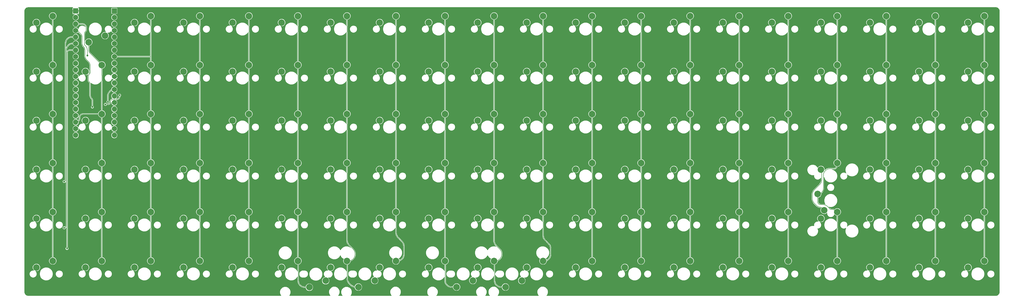
<source format=gbr>
G04 EAGLE Gerber RS-274X export*
G75*
%MOMM*%
%FSLAX34Y34*%
%LPD*%
%INTop Copper*%
%IPPOS*%
%AMOC8*
5,1,8,0,0,1.08239X$1,22.5*%
G01*
%ADD10C,2.540000*%
%ADD11R,2.000000X2.000000*%
%ADD12C,2.000000*%
%ADD13C,0.756400*%
%ADD14C,0.152400*%

G36*
X1102906Y105610D02*
X1102906Y105610D01*
X1102977Y105612D01*
X1103026Y105629D01*
X1103078Y105638D01*
X1103141Y105671D01*
X1103208Y105696D01*
X1103249Y105729D01*
X1103295Y105753D01*
X1103344Y105805D01*
X1103400Y105850D01*
X1103428Y105894D01*
X1103464Y105931D01*
X1103494Y105996D01*
X1103533Y106057D01*
X1103546Y106107D01*
X1103568Y106154D01*
X1103576Y106226D01*
X1103593Y106295D01*
X1103589Y106347D01*
X1103595Y106399D01*
X1103580Y106469D01*
X1103574Y106540D01*
X1103554Y106588D01*
X1103543Y106639D01*
X1103506Y106701D01*
X1103478Y106767D01*
X1103433Y106823D01*
X1103417Y106850D01*
X1103399Y106866D01*
X1103373Y106898D01*
X1101951Y108320D01*
X1098855Y115793D01*
X1098855Y123881D01*
X1101951Y131353D01*
X1107670Y137072D01*
X1115142Y140167D01*
X1123230Y140167D01*
X1130703Y137072D01*
X1136422Y131353D01*
X1139517Y123881D01*
X1139517Y115793D01*
X1136422Y108320D01*
X1134999Y106898D01*
X1134957Y106839D01*
X1134908Y106787D01*
X1134886Y106740D01*
X1134856Y106698D01*
X1134835Y106629D01*
X1134804Y106564D01*
X1134799Y106513D01*
X1134783Y106463D01*
X1134785Y106391D01*
X1134777Y106320D01*
X1134788Y106269D01*
X1134790Y106217D01*
X1134814Y106150D01*
X1134830Y106080D01*
X1134856Y106035D01*
X1134874Y105986D01*
X1134919Y105930D01*
X1134956Y105868D01*
X1134995Y105835D01*
X1135028Y105794D01*
X1135088Y105755D01*
X1135143Y105709D01*
X1135191Y105689D01*
X1135235Y105661D01*
X1135304Y105643D01*
X1135371Y105617D01*
X1135442Y105609D01*
X1135473Y105601D01*
X1135497Y105603D01*
X1135538Y105598D01*
X1294062Y105598D01*
X1294133Y105610D01*
X1294205Y105612D01*
X1294253Y105629D01*
X1294305Y105638D01*
X1294368Y105671D01*
X1294436Y105696D01*
X1294476Y105729D01*
X1294522Y105753D01*
X1294572Y105805D01*
X1294628Y105850D01*
X1294656Y105894D01*
X1294692Y105931D01*
X1294722Y105996D01*
X1294761Y106057D01*
X1294773Y106107D01*
X1294795Y106154D01*
X1294803Y106226D01*
X1294821Y106295D01*
X1294817Y106347D01*
X1294822Y106399D01*
X1294807Y106469D01*
X1294801Y106540D01*
X1294781Y106588D01*
X1294770Y106639D01*
X1294733Y106701D01*
X1294705Y106767D01*
X1294660Y106823D01*
X1294644Y106850D01*
X1294626Y106866D01*
X1294600Y106898D01*
X1292514Y108984D01*
X1289419Y116456D01*
X1289419Y124544D01*
X1292514Y132016D01*
X1298234Y137736D01*
X1305706Y140831D01*
X1313794Y140831D01*
X1321266Y137736D01*
X1326986Y132016D01*
X1330081Y124544D01*
X1330081Y116456D01*
X1326986Y108984D01*
X1324900Y106898D01*
X1324858Y106839D01*
X1324808Y106787D01*
X1324786Y106740D01*
X1324756Y106698D01*
X1324735Y106629D01*
X1324705Y106564D01*
X1324699Y106513D01*
X1324684Y106463D01*
X1324686Y106391D01*
X1324678Y106320D01*
X1324689Y106269D01*
X1324690Y106217D01*
X1324715Y106150D01*
X1324730Y106080D01*
X1324757Y106035D01*
X1324775Y105986D01*
X1324819Y105930D01*
X1324856Y105868D01*
X1324896Y105835D01*
X1324928Y105794D01*
X1324989Y105755D01*
X1325043Y105709D01*
X1325091Y105689D01*
X1325135Y105661D01*
X1325205Y105643D01*
X1325271Y105617D01*
X1325343Y105609D01*
X1325374Y105601D01*
X1325397Y105603D01*
X1325438Y105598D01*
X1340835Y105598D01*
X1340906Y105610D01*
X1340977Y105612D01*
X1341026Y105629D01*
X1341078Y105638D01*
X1341141Y105671D01*
X1341208Y105696D01*
X1341249Y105729D01*
X1341295Y105753D01*
X1341344Y105805D01*
X1341400Y105850D01*
X1341428Y105894D01*
X1341464Y105931D01*
X1341494Y105996D01*
X1341533Y106057D01*
X1341546Y106107D01*
X1341568Y106154D01*
X1341576Y106226D01*
X1341593Y106295D01*
X1341589Y106347D01*
X1341595Y106399D01*
X1341580Y106469D01*
X1341574Y106540D01*
X1341554Y106588D01*
X1341543Y106639D01*
X1341506Y106701D01*
X1341478Y106767D01*
X1341433Y106823D01*
X1341417Y106850D01*
X1341399Y106866D01*
X1341373Y106898D01*
X1339951Y108320D01*
X1336855Y115793D01*
X1336855Y123881D01*
X1339951Y131353D01*
X1345670Y137072D01*
X1353142Y140167D01*
X1361230Y140167D01*
X1368703Y137072D01*
X1374422Y131353D01*
X1377517Y123881D01*
X1377517Y115793D01*
X1374422Y108320D01*
X1372999Y106898D01*
X1372957Y106839D01*
X1372908Y106787D01*
X1372886Y106740D01*
X1372856Y106698D01*
X1372835Y106629D01*
X1372804Y106564D01*
X1372799Y106513D01*
X1372783Y106463D01*
X1372785Y106391D01*
X1372777Y106320D01*
X1372788Y106269D01*
X1372790Y106217D01*
X1372814Y106150D01*
X1372830Y106080D01*
X1372856Y106035D01*
X1372874Y105986D01*
X1372919Y105930D01*
X1372956Y105868D01*
X1372995Y105835D01*
X1373028Y105794D01*
X1373088Y105755D01*
X1373143Y105709D01*
X1373191Y105689D01*
X1373235Y105661D01*
X1373304Y105643D01*
X1373371Y105617D01*
X1373442Y105609D01*
X1373473Y105601D01*
X1373497Y105603D01*
X1373538Y105598D01*
X1532062Y105598D01*
X1532133Y105610D01*
X1532205Y105612D01*
X1532253Y105629D01*
X1532305Y105638D01*
X1532368Y105671D01*
X1532436Y105696D01*
X1532476Y105729D01*
X1532522Y105753D01*
X1532572Y105805D01*
X1532628Y105850D01*
X1532656Y105894D01*
X1532692Y105931D01*
X1532722Y105996D01*
X1532761Y106057D01*
X1532773Y106107D01*
X1532795Y106154D01*
X1532803Y106226D01*
X1532821Y106295D01*
X1532817Y106347D01*
X1532822Y106399D01*
X1532807Y106469D01*
X1532801Y106540D01*
X1532781Y106588D01*
X1532770Y106639D01*
X1532733Y106701D01*
X1532705Y106767D01*
X1532660Y106823D01*
X1532644Y106850D01*
X1532626Y106866D01*
X1532600Y106898D01*
X1530514Y108984D01*
X1527419Y116456D01*
X1527419Y124544D01*
X1530514Y132016D01*
X1536234Y137736D01*
X1543706Y140831D01*
X1551794Y140831D01*
X1559266Y137736D01*
X1564986Y132016D01*
X1568081Y124544D01*
X1568081Y116456D01*
X1564986Y108984D01*
X1562900Y106898D01*
X1562858Y106839D01*
X1562808Y106787D01*
X1562786Y106740D01*
X1562756Y106698D01*
X1562735Y106629D01*
X1562705Y106564D01*
X1562699Y106513D01*
X1562684Y106463D01*
X1562686Y106391D01*
X1562678Y106320D01*
X1562689Y106269D01*
X1562690Y106217D01*
X1562715Y106150D01*
X1562730Y106080D01*
X1562757Y106035D01*
X1562775Y105986D01*
X1562819Y105930D01*
X1562856Y105868D01*
X1562896Y105835D01*
X1562928Y105794D01*
X1562989Y105755D01*
X1563043Y105709D01*
X1563091Y105689D01*
X1563135Y105661D01*
X1563205Y105643D01*
X1563271Y105617D01*
X1563343Y105609D01*
X1563374Y105601D01*
X1563397Y105603D01*
X1563438Y105598D01*
X1675543Y105598D01*
X1675614Y105610D01*
X1675686Y105612D01*
X1675735Y105629D01*
X1675786Y105638D01*
X1675849Y105671D01*
X1675917Y105696D01*
X1675957Y105729D01*
X1676003Y105753D01*
X1676053Y105805D01*
X1676109Y105850D01*
X1676137Y105894D01*
X1676173Y105931D01*
X1676203Y105996D01*
X1676242Y106057D01*
X1676254Y106107D01*
X1676276Y106154D01*
X1676284Y106226D01*
X1676302Y106295D01*
X1676298Y106347D01*
X1676303Y106399D01*
X1676288Y106469D01*
X1676283Y106540D01*
X1676262Y106588D01*
X1676251Y106639D01*
X1676214Y106701D01*
X1676186Y106767D01*
X1676142Y106823D01*
X1676125Y106850D01*
X1676107Y106866D01*
X1676082Y106898D01*
X1673978Y109001D01*
X1670883Y116474D01*
X1670883Y124562D01*
X1673978Y132034D01*
X1679697Y137753D01*
X1687170Y140848D01*
X1695258Y140848D01*
X1702730Y137753D01*
X1708449Y132034D01*
X1711544Y124562D01*
X1711544Y116474D01*
X1708449Y109001D01*
X1706346Y106898D01*
X1706304Y106839D01*
X1706254Y106787D01*
X1706232Y106740D01*
X1706202Y106698D01*
X1706181Y106629D01*
X1706151Y106564D01*
X1706145Y106513D01*
X1706130Y106463D01*
X1706132Y106391D01*
X1706124Y106320D01*
X1706135Y106269D01*
X1706136Y106217D01*
X1706161Y106150D01*
X1706176Y106080D01*
X1706203Y106035D01*
X1706221Y105986D01*
X1706265Y105930D01*
X1706302Y105868D01*
X1706342Y105835D01*
X1706374Y105794D01*
X1706435Y105755D01*
X1706489Y105709D01*
X1706537Y105689D01*
X1706581Y105661D01*
X1706651Y105643D01*
X1706717Y105617D01*
X1706789Y105609D01*
X1706820Y105601D01*
X1706843Y105603D01*
X1706884Y105598D01*
X1865562Y105598D01*
X1865633Y105610D01*
X1865705Y105612D01*
X1865753Y105629D01*
X1865805Y105638D01*
X1865868Y105671D01*
X1865936Y105696D01*
X1865976Y105729D01*
X1866022Y105753D01*
X1866072Y105805D01*
X1866128Y105850D01*
X1866156Y105894D01*
X1866192Y105931D01*
X1866222Y105996D01*
X1866261Y106057D01*
X1866273Y106107D01*
X1866295Y106154D01*
X1866303Y106226D01*
X1866321Y106295D01*
X1866317Y106347D01*
X1866322Y106399D01*
X1866307Y106469D01*
X1866301Y106540D01*
X1866281Y106588D01*
X1866270Y106639D01*
X1866233Y106701D01*
X1866205Y106767D01*
X1866160Y106823D01*
X1866144Y106850D01*
X1866126Y106866D01*
X1866100Y106898D01*
X1864014Y108984D01*
X1860919Y116456D01*
X1860919Y124544D01*
X1864014Y132016D01*
X1869734Y137736D01*
X1877206Y140831D01*
X1885294Y140831D01*
X1892766Y137736D01*
X1898486Y132016D01*
X1901581Y124544D01*
X1901581Y116456D01*
X1898486Y108984D01*
X1896400Y106898D01*
X1896358Y106839D01*
X1896308Y106787D01*
X1896286Y106740D01*
X1896256Y106698D01*
X1896235Y106629D01*
X1896205Y106564D01*
X1896199Y106513D01*
X1896184Y106463D01*
X1896186Y106391D01*
X1896178Y106320D01*
X1896189Y106269D01*
X1896190Y106217D01*
X1896215Y106150D01*
X1896230Y106080D01*
X1896257Y106035D01*
X1896275Y105986D01*
X1896319Y105930D01*
X1896356Y105868D01*
X1896396Y105835D01*
X1896428Y105794D01*
X1896489Y105755D01*
X1896543Y105709D01*
X1896591Y105689D01*
X1896635Y105661D01*
X1896705Y105643D01*
X1896771Y105617D01*
X1896843Y105609D01*
X1896874Y105601D01*
X1896897Y105603D01*
X1896938Y105598D01*
X1913543Y105598D01*
X1913614Y105610D01*
X1913686Y105612D01*
X1913735Y105629D01*
X1913786Y105638D01*
X1913849Y105671D01*
X1913917Y105696D01*
X1913957Y105729D01*
X1914003Y105753D01*
X1914053Y105805D01*
X1914109Y105850D01*
X1914137Y105894D01*
X1914173Y105931D01*
X1914203Y105996D01*
X1914242Y106057D01*
X1914254Y106107D01*
X1914276Y106154D01*
X1914284Y106226D01*
X1914302Y106295D01*
X1914298Y106347D01*
X1914303Y106399D01*
X1914288Y106469D01*
X1914283Y106540D01*
X1914262Y106588D01*
X1914251Y106639D01*
X1914214Y106701D01*
X1914186Y106767D01*
X1914142Y106823D01*
X1914125Y106850D01*
X1914107Y106866D01*
X1914082Y106898D01*
X1911978Y109001D01*
X1908883Y116474D01*
X1908883Y124562D01*
X1911978Y132034D01*
X1917697Y137753D01*
X1925170Y140848D01*
X1933258Y140848D01*
X1940730Y137753D01*
X1946449Y132034D01*
X1949544Y124562D01*
X1949544Y116474D01*
X1946449Y109001D01*
X1944346Y106898D01*
X1944304Y106839D01*
X1944254Y106787D01*
X1944232Y106740D01*
X1944202Y106698D01*
X1944181Y106629D01*
X1944151Y106564D01*
X1944145Y106513D01*
X1944130Y106463D01*
X1944132Y106391D01*
X1944124Y106320D01*
X1944135Y106269D01*
X1944136Y106217D01*
X1944161Y106150D01*
X1944176Y106080D01*
X1944203Y106035D01*
X1944221Y105986D01*
X1944265Y105930D01*
X1944302Y105868D01*
X1944342Y105835D01*
X1944374Y105794D01*
X1944435Y105755D01*
X1944489Y105709D01*
X1944537Y105689D01*
X1944581Y105661D01*
X1944651Y105643D01*
X1944717Y105617D01*
X1944789Y105609D01*
X1944820Y105601D01*
X1944843Y105603D01*
X1944884Y105598D01*
X2103562Y105598D01*
X2103633Y105610D01*
X2103705Y105612D01*
X2103753Y105629D01*
X2103805Y105638D01*
X2103868Y105671D01*
X2103936Y105696D01*
X2103976Y105729D01*
X2104022Y105753D01*
X2104072Y105805D01*
X2104128Y105850D01*
X2104156Y105894D01*
X2104192Y105931D01*
X2104222Y105996D01*
X2104261Y106057D01*
X2104273Y106107D01*
X2104295Y106154D01*
X2104303Y106226D01*
X2104321Y106295D01*
X2104317Y106347D01*
X2104322Y106399D01*
X2104307Y106469D01*
X2104301Y106540D01*
X2104281Y106588D01*
X2104270Y106639D01*
X2104233Y106701D01*
X2104205Y106767D01*
X2104160Y106823D01*
X2104144Y106850D01*
X2104126Y106866D01*
X2104100Y106898D01*
X2102014Y108984D01*
X2098919Y116456D01*
X2098919Y124544D01*
X2102014Y132016D01*
X2107734Y137736D01*
X2115206Y140831D01*
X2123294Y140831D01*
X2130766Y137736D01*
X2136486Y132016D01*
X2139581Y124544D01*
X2139581Y116456D01*
X2136486Y108984D01*
X2134400Y106898D01*
X2134358Y106839D01*
X2134308Y106787D01*
X2134286Y106740D01*
X2134256Y106698D01*
X2134235Y106629D01*
X2134205Y106564D01*
X2134199Y106513D01*
X2134184Y106463D01*
X2134186Y106391D01*
X2134178Y106320D01*
X2134189Y106269D01*
X2134190Y106217D01*
X2134215Y106150D01*
X2134230Y106080D01*
X2134257Y106035D01*
X2134275Y105986D01*
X2134319Y105930D01*
X2134356Y105868D01*
X2134396Y105835D01*
X2134428Y105794D01*
X2134489Y105755D01*
X2134543Y105709D01*
X2134591Y105689D01*
X2134635Y105661D01*
X2134705Y105643D01*
X2134771Y105617D01*
X2134843Y105609D01*
X2134874Y105601D01*
X2134897Y105603D01*
X2134938Y105598D01*
X3880000Y105598D01*
X3880021Y105602D01*
X3880059Y105600D01*
X3882273Y105775D01*
X3882279Y105776D01*
X3882285Y105776D01*
X3882449Y105810D01*
X3886660Y107178D01*
X3886692Y107194D01*
X3886727Y107203D01*
X3886872Y107286D01*
X3890455Y109889D01*
X3890480Y109914D01*
X3890510Y109933D01*
X3890623Y110057D01*
X3893226Y113640D01*
X3893242Y113672D01*
X3893265Y113699D01*
X3893334Y113852D01*
X3894702Y118063D01*
X3894703Y118069D01*
X3894706Y118074D01*
X3894737Y118239D01*
X3894912Y120453D01*
X3894910Y120475D01*
X3894914Y120512D01*
X3894914Y1213000D01*
X3894910Y1213022D01*
X3894912Y1213060D01*
X3894737Y1215274D01*
X3894736Y1215279D01*
X3894736Y1215285D01*
X3894702Y1215449D01*
X3893334Y1219661D01*
X3893318Y1219692D01*
X3893309Y1219727D01*
X3893226Y1219873D01*
X3890623Y1223455D01*
X3890598Y1223480D01*
X3890579Y1223511D01*
X3890455Y1223624D01*
X3886872Y1226226D01*
X3886841Y1226242D01*
X3886813Y1226265D01*
X3886660Y1226334D01*
X3882449Y1227703D01*
X3882443Y1227704D01*
X3882438Y1227706D01*
X3882273Y1227738D01*
X3880059Y1227912D01*
X3880037Y1227910D01*
X3880000Y1227914D01*
X315617Y1227914D01*
X315594Y1227910D01*
X315570Y1227913D01*
X315473Y1227891D01*
X315375Y1227875D01*
X315353Y1227863D01*
X315330Y1227858D01*
X315245Y1227806D01*
X315157Y1227759D01*
X315141Y1227742D01*
X315120Y1227729D01*
X315056Y1227653D01*
X314988Y1227581D01*
X314978Y1227559D01*
X314962Y1227541D01*
X314926Y1227448D01*
X314884Y1227358D01*
X314882Y1227334D01*
X314873Y1227312D01*
X314868Y1227212D01*
X314857Y1227114D01*
X314862Y1227090D01*
X314861Y1227066D01*
X314888Y1226971D01*
X314909Y1226873D01*
X314922Y1226852D01*
X314928Y1226829D01*
X314984Y1226748D01*
X315036Y1226662D01*
X315054Y1226646D01*
X315068Y1226627D01*
X315147Y1226567D01*
X315222Y1226502D01*
X315245Y1226493D01*
X315264Y1226479D01*
X315420Y1226418D01*
X315981Y1226268D01*
X316560Y1225933D01*
X317033Y1225460D01*
X317368Y1224881D01*
X317541Y1224234D01*
X317541Y1215423D01*
X305762Y1215423D01*
X305742Y1215420D01*
X305723Y1215422D01*
X305621Y1215400D01*
X305519Y1215383D01*
X305502Y1215374D01*
X305482Y1215370D01*
X305393Y1215317D01*
X305302Y1215268D01*
X305288Y1215254D01*
X305271Y1215244D01*
X305204Y1215165D01*
X305133Y1215090D01*
X305124Y1215072D01*
X305111Y1215057D01*
X305073Y1214961D01*
X305029Y1214867D01*
X305027Y1214847D01*
X305019Y1214829D01*
X305001Y1214662D01*
X305001Y1213138D01*
X305004Y1213118D01*
X305002Y1213099D01*
X305024Y1212997D01*
X305041Y1212895D01*
X305050Y1212878D01*
X305054Y1212858D01*
X305107Y1212769D01*
X305156Y1212678D01*
X305170Y1212664D01*
X305180Y1212647D01*
X305259Y1212580D01*
X305334Y1212509D01*
X305352Y1212500D01*
X305367Y1212487D01*
X305463Y1212448D01*
X305557Y1212405D01*
X305577Y1212403D01*
X305595Y1212395D01*
X305762Y1212377D01*
X317541Y1212377D01*
X317541Y1203566D01*
X317368Y1202919D01*
X317033Y1202340D01*
X316560Y1201867D01*
X315981Y1201532D01*
X315334Y1201359D01*
X307898Y1201359D01*
X307802Y1201344D01*
X307705Y1201334D01*
X307681Y1201324D01*
X307655Y1201320D01*
X307569Y1201274D01*
X307480Y1201234D01*
X307461Y1201217D01*
X307437Y1201204D01*
X307371Y1201134D01*
X307299Y1201068D01*
X307286Y1201045D01*
X307268Y1201026D01*
X307227Y1200938D01*
X307180Y1200852D01*
X307175Y1200827D01*
X307164Y1200803D01*
X307154Y1200706D01*
X307136Y1200610D01*
X307140Y1200584D01*
X307137Y1200559D01*
X307158Y1200463D01*
X307172Y1200367D01*
X307184Y1200344D01*
X307190Y1200318D01*
X307240Y1200235D01*
X307284Y1200148D01*
X307302Y1200129D01*
X307316Y1200107D01*
X307390Y1200044D01*
X307459Y1199976D01*
X307488Y1199960D01*
X307503Y1199947D01*
X307533Y1199935D01*
X307606Y1199895D01*
X311528Y1198270D01*
X314770Y1195028D01*
X316525Y1190792D01*
X316525Y1186208D01*
X314770Y1181972D01*
X311528Y1178730D01*
X307292Y1176975D01*
X302708Y1176975D01*
X298472Y1178730D01*
X295230Y1181972D01*
X293475Y1186208D01*
X293475Y1190792D01*
X295230Y1195028D01*
X298472Y1198270D01*
X302394Y1199895D01*
X302477Y1199946D01*
X302563Y1199992D01*
X302581Y1200011D01*
X302603Y1200024D01*
X302665Y1200099D01*
X302732Y1200170D01*
X302743Y1200194D01*
X302760Y1200214D01*
X302794Y1200305D01*
X302836Y1200393D01*
X302838Y1200419D01*
X302848Y1200443D01*
X302852Y1200541D01*
X302863Y1200637D01*
X302857Y1200663D01*
X302858Y1200689D01*
X302831Y1200783D01*
X302810Y1200878D01*
X302797Y1200900D01*
X302790Y1200925D01*
X302734Y1201005D01*
X302684Y1201089D01*
X302664Y1201106D01*
X302649Y1201127D01*
X302571Y1201186D01*
X302497Y1201249D01*
X302473Y1201259D01*
X302452Y1201274D01*
X302360Y1201304D01*
X302269Y1201341D01*
X302237Y1201344D01*
X302218Y1201350D01*
X302185Y1201350D01*
X302102Y1201359D01*
X294666Y1201359D01*
X294019Y1201532D01*
X293440Y1201867D01*
X292967Y1202340D01*
X292632Y1202919D01*
X292459Y1203566D01*
X292459Y1212377D01*
X304238Y1212377D01*
X304258Y1212380D01*
X304277Y1212378D01*
X304379Y1212400D01*
X304481Y1212417D01*
X304498Y1212426D01*
X304518Y1212430D01*
X304607Y1212483D01*
X304698Y1212532D01*
X304712Y1212546D01*
X304729Y1212556D01*
X304796Y1212635D01*
X304867Y1212710D01*
X304876Y1212728D01*
X304889Y1212743D01*
X304927Y1212839D01*
X304971Y1212933D01*
X304973Y1212953D01*
X304981Y1212971D01*
X304999Y1213138D01*
X304999Y1214662D01*
X304996Y1214682D01*
X304998Y1214701D01*
X304976Y1214803D01*
X304959Y1214905D01*
X304950Y1214922D01*
X304946Y1214942D01*
X304893Y1215031D01*
X304844Y1215122D01*
X304830Y1215136D01*
X304820Y1215153D01*
X304741Y1215220D01*
X304666Y1215291D01*
X304648Y1215300D01*
X304633Y1215313D01*
X304537Y1215352D01*
X304443Y1215395D01*
X304423Y1215397D01*
X304405Y1215405D01*
X304238Y1215423D01*
X292459Y1215423D01*
X292459Y1224234D01*
X292632Y1224881D01*
X292967Y1225460D01*
X293440Y1225933D01*
X294019Y1226268D01*
X294580Y1226418D01*
X294602Y1226428D01*
X294625Y1226432D01*
X294713Y1226478D01*
X294804Y1226519D01*
X294822Y1226535D01*
X294843Y1226547D01*
X294911Y1226618D01*
X294984Y1226686D01*
X294996Y1226707D01*
X295012Y1226725D01*
X295054Y1226815D01*
X295101Y1226902D01*
X295106Y1226926D01*
X295116Y1226948D01*
X295127Y1227047D01*
X295144Y1227145D01*
X295140Y1227169D01*
X295143Y1227192D01*
X295122Y1227289D01*
X295107Y1227388D01*
X295096Y1227409D01*
X295091Y1227433D01*
X295040Y1227518D01*
X294994Y1227607D01*
X294977Y1227623D01*
X294964Y1227644D01*
X294889Y1227709D01*
X294818Y1227778D01*
X294796Y1227788D01*
X294778Y1227804D01*
X294685Y1227841D01*
X294596Y1227884D01*
X294572Y1227887D01*
X294549Y1227896D01*
X294383Y1227914D01*
X120500Y1227914D01*
X120478Y1227911D01*
X120440Y1227912D01*
X118226Y1227738D01*
X118221Y1227736D01*
X118215Y1227737D01*
X118051Y1227703D01*
X113839Y1226334D01*
X113808Y1226318D01*
X113773Y1226309D01*
X113627Y1226226D01*
X110045Y1223624D01*
X110020Y1223598D01*
X109989Y1223579D01*
X109876Y1223455D01*
X107274Y1219873D01*
X107258Y1219841D01*
X107235Y1219813D01*
X107166Y1219661D01*
X105797Y1215449D01*
X105796Y1215444D01*
X105794Y1215439D01*
X105762Y1215274D01*
X105588Y1213060D01*
X105590Y1213038D01*
X105586Y1213000D01*
X105586Y120512D01*
X105589Y120491D01*
X105588Y120453D01*
X105762Y118239D01*
X105764Y118233D01*
X105763Y118227D01*
X105797Y118063D01*
X107166Y113852D01*
X107182Y113820D01*
X107191Y113785D01*
X107274Y113640D01*
X109876Y110057D01*
X109902Y110032D01*
X109921Y110002D01*
X110045Y109889D01*
X113627Y107286D01*
X113659Y107270D01*
X113687Y107247D01*
X113839Y107178D01*
X118051Y105810D01*
X118056Y105809D01*
X118061Y105806D01*
X118226Y105775D01*
X120440Y105600D01*
X120462Y105602D01*
X120500Y105598D01*
X1102835Y105598D01*
X1102906Y105610D01*
G37*
%LPC*%
G36*
X3261071Y227075D02*
X3261071Y227075D01*
X3255842Y229241D01*
X3251841Y233242D01*
X3249675Y238471D01*
X3249675Y244129D01*
X3251841Y249358D01*
X3255842Y253359D01*
X3261143Y255555D01*
X3261243Y255616D01*
X3261343Y255676D01*
X3261347Y255681D01*
X3261352Y255685D01*
X3261427Y255774D01*
X3261503Y255863D01*
X3261505Y255869D01*
X3261509Y255874D01*
X3261551Y255982D01*
X3261595Y256091D01*
X3261596Y256099D01*
X3261597Y256104D01*
X3261598Y256122D01*
X3261613Y256258D01*
X3261613Y368031D01*
X3261606Y368078D01*
X3261607Y368126D01*
X3261586Y368199D01*
X3261574Y368274D01*
X3261551Y368316D01*
X3261537Y368362D01*
X3261494Y368424D01*
X3261458Y368491D01*
X3261424Y368524D01*
X3261396Y368563D01*
X3261335Y368608D01*
X3261280Y368660D01*
X3261237Y368681D01*
X3261198Y368709D01*
X3261126Y368732D01*
X3261057Y368764D01*
X3261009Y368769D01*
X3260964Y368784D01*
X3260888Y368783D01*
X3260813Y368791D01*
X3260766Y368781D01*
X3260718Y368780D01*
X3260646Y368755D01*
X3260572Y368739D01*
X3260531Y368714D01*
X3260486Y368698D01*
X3260426Y368652D01*
X3260361Y368613D01*
X3260330Y368576D01*
X3260292Y368547D01*
X3260216Y368443D01*
X3260201Y368426D01*
X3260199Y368420D01*
X3260193Y368412D01*
X3258570Y365600D01*
X3253900Y360930D01*
X3248181Y357628D01*
X3241802Y355919D01*
X3235198Y355919D01*
X3228819Y357628D01*
X3223100Y360930D01*
X3218430Y365600D01*
X3215128Y371319D01*
X3213419Y377698D01*
X3213419Y384302D01*
X3215128Y390681D01*
X3218430Y396400D01*
X3223100Y401070D01*
X3228819Y404372D01*
X3235198Y406081D01*
X3241802Y406081D01*
X3248181Y404372D01*
X3253900Y401070D01*
X3258570Y396400D01*
X3260193Y393588D01*
X3260223Y393551D01*
X3260246Y393509D01*
X3260301Y393457D01*
X3260349Y393398D01*
X3260389Y393373D01*
X3260424Y393340D01*
X3260493Y393308D01*
X3260557Y393267D01*
X3260604Y393256D01*
X3260647Y393236D01*
X3260722Y393228D01*
X3260796Y393210D01*
X3260844Y393214D01*
X3260891Y393209D01*
X3260966Y393225D01*
X3261041Y393232D01*
X3261085Y393251D01*
X3261132Y393261D01*
X3261197Y393300D01*
X3261266Y393330D01*
X3261302Y393363D01*
X3261343Y393387D01*
X3261392Y393445D01*
X3261448Y393496D01*
X3261472Y393538D01*
X3261503Y393574D01*
X3261531Y393645D01*
X3261568Y393711D01*
X3261577Y393758D01*
X3261595Y393802D01*
X3261609Y393931D01*
X3261613Y393953D01*
X3261612Y393959D01*
X3261613Y393969D01*
X3261613Y416842D01*
X3261594Y416957D01*
X3261577Y417073D01*
X3261575Y417078D01*
X3261574Y417085D01*
X3261519Y417187D01*
X3261466Y417292D01*
X3261461Y417296D01*
X3261458Y417302D01*
X3261374Y417382D01*
X3261290Y417464D01*
X3261284Y417468D01*
X3261280Y417471D01*
X3261263Y417479D01*
X3261143Y417545D01*
X3255842Y419741D01*
X3253107Y422476D01*
X3253070Y422503D01*
X3253039Y422537D01*
X3252970Y422574D01*
X3252907Y422620D01*
X3252864Y422633D01*
X3252823Y422655D01*
X3252747Y422669D01*
X3252672Y422692D01*
X3252626Y422691D01*
X3252581Y422699D01*
X3252504Y422688D01*
X3252426Y422686D01*
X3252383Y422670D01*
X3252338Y422663D01*
X3252269Y422628D01*
X3252195Y422601D01*
X3252160Y422572D01*
X3252119Y422552D01*
X3252064Y422496D01*
X3252003Y422447D01*
X3251979Y422409D01*
X3251946Y422376D01*
X3251880Y422256D01*
X3251870Y422241D01*
X3251869Y422236D01*
X3251866Y422229D01*
X3250013Y417757D01*
X3246193Y413937D01*
X3241201Y411869D01*
X3235799Y411869D01*
X3230807Y413937D01*
X3226987Y417757D01*
X3224919Y422749D01*
X3224919Y428015D01*
X3224908Y428085D01*
X3224906Y428157D01*
X3224888Y428206D01*
X3224880Y428257D01*
X3224846Y428321D01*
X3224821Y428388D01*
X3224789Y428429D01*
X3224764Y428475D01*
X3224712Y428524D01*
X3224668Y428580D01*
X3224624Y428608D01*
X3224586Y428644D01*
X3224521Y428674D01*
X3224461Y428713D01*
X3224410Y428726D01*
X3224363Y428748D01*
X3224292Y428756D01*
X3224222Y428773D01*
X3224170Y428769D01*
X3224119Y428775D01*
X3224048Y428760D01*
X3223977Y428754D01*
X3223929Y428734D01*
X3223878Y428723D01*
X3223817Y428686D01*
X3223751Y428658D01*
X3223695Y428613D01*
X3223667Y428596D01*
X3223652Y428579D01*
X3223620Y428553D01*
X3221158Y426091D01*
X3215929Y423925D01*
X3210271Y423925D01*
X3205042Y426091D01*
X3201041Y430092D01*
X3198875Y435321D01*
X3198875Y440979D01*
X3201071Y446280D01*
X3201098Y446394D01*
X3201126Y446508D01*
X3201126Y446514D01*
X3201127Y446520D01*
X3201116Y446636D01*
X3201107Y446753D01*
X3201105Y446759D01*
X3201104Y446765D01*
X3201057Y446872D01*
X3201011Y446979D01*
X3201006Y446985D01*
X3201004Y446990D01*
X3200992Y447003D01*
X3200906Y447110D01*
X3200526Y447490D01*
X3200452Y447544D01*
X3200382Y447603D01*
X3200352Y447615D01*
X3200326Y447634D01*
X3200239Y447661D01*
X3200154Y447695D01*
X3200113Y447699D01*
X3200091Y447706D01*
X3200059Y447705D01*
X3199987Y447713D01*
X3196521Y447713D01*
X3189799Y449514D01*
X3183772Y452994D01*
X3181312Y455454D01*
X3180419Y456347D01*
X3173731Y463035D01*
X3173076Y463690D01*
X3170499Y466267D01*
X3166854Y472581D01*
X3164967Y479623D01*
X3164967Y503506D01*
X3166854Y510548D01*
X3170499Y516861D01*
X3173076Y519438D01*
X3173076Y519439D01*
X3173717Y520080D01*
X3193468Y539830D01*
X3194185Y540548D01*
X3194196Y540563D01*
X3194219Y540584D01*
X3196147Y542782D01*
X3196160Y542803D01*
X3196234Y542904D01*
X3199152Y547957D01*
X3199157Y547972D01*
X3199167Y547984D01*
X3199228Y548141D01*
X3200738Y553777D01*
X3200740Y553801D01*
X3200762Y553924D01*
X3200953Y556841D01*
X3200952Y556860D01*
X3200955Y556891D01*
X3200955Y564185D01*
X3200939Y564281D01*
X3200930Y564378D01*
X3200919Y564402D01*
X3200915Y564428D01*
X3200870Y564514D01*
X3200830Y564603D01*
X3200812Y564622D01*
X3200800Y564645D01*
X3200730Y564712D01*
X3200664Y564784D01*
X3200641Y564797D01*
X3200622Y564815D01*
X3200533Y564856D01*
X3200448Y564903D01*
X3200422Y564907D01*
X3200399Y564918D01*
X3200302Y564929D01*
X3200206Y564946D01*
X3200180Y564942D01*
X3200154Y564945D01*
X3200059Y564925D01*
X3199963Y564910D01*
X3199939Y564899D01*
X3199914Y564893D01*
X3199830Y564843D01*
X3199744Y564799D01*
X3199725Y564780D01*
X3199703Y564767D01*
X3199639Y564693D01*
X3199571Y564623D01*
X3199556Y564595D01*
X3199543Y564580D01*
X3199530Y564549D01*
X3199490Y564476D01*
X3199213Y563807D01*
X3195393Y559987D01*
X3190401Y557919D01*
X3184999Y557919D01*
X3180007Y559987D01*
X3176187Y563807D01*
X3174119Y568799D01*
X3174119Y574232D01*
X3174143Y574294D01*
X3174145Y574347D01*
X3174157Y574397D01*
X3174151Y574468D01*
X3174154Y574540D01*
X3174139Y574590D01*
X3174134Y574642D01*
X3174105Y574707D01*
X3174085Y574776D01*
X3174055Y574819D01*
X3174034Y574867D01*
X3173986Y574920D01*
X3173945Y574978D01*
X3173903Y575010D01*
X3173868Y575048D01*
X3173805Y575082D01*
X3173747Y575125D01*
X3173698Y575141D01*
X3173652Y575166D01*
X3173582Y575179D01*
X3173514Y575201D01*
X3173462Y575201D01*
X3173410Y575210D01*
X3173339Y575200D01*
X3173268Y575199D01*
X3173199Y575179D01*
X3173167Y575174D01*
X3173146Y575164D01*
X3173107Y575152D01*
X3172544Y574919D01*
X3164456Y574919D01*
X3156984Y578014D01*
X3151264Y583734D01*
X3148169Y591206D01*
X3148169Y599294D01*
X3151264Y606766D01*
X3156984Y612486D01*
X3164456Y615581D01*
X3172544Y615581D01*
X3180016Y612486D01*
X3185736Y606766D01*
X3186709Y604415D01*
X3186747Y604354D01*
X3186776Y604289D01*
X3186812Y604250D01*
X3186839Y604206D01*
X3186894Y604160D01*
X3186943Y604108D01*
X3186988Y604082D01*
X3187029Y604049D01*
X3187095Y604024D01*
X3187158Y603989D01*
X3187210Y603980D01*
X3187258Y603961D01*
X3187330Y603958D01*
X3187400Y603945D01*
X3187452Y603953D01*
X3187504Y603951D01*
X3187573Y603971D01*
X3187644Y603981D01*
X3187690Y604005D01*
X3187740Y604019D01*
X3187799Y604060D01*
X3187863Y604093D01*
X3187899Y604130D01*
X3187942Y604159D01*
X3187985Y604217D01*
X3188035Y604268D01*
X3188070Y604331D01*
X3188089Y604357D01*
X3188096Y604379D01*
X3188116Y604415D01*
X3188341Y604958D01*
X3192342Y608959D01*
X3197571Y611125D01*
X3203229Y611125D01*
X3208458Y608959D01*
X3212459Y604958D01*
X3214625Y599729D01*
X3214625Y595223D01*
X3214627Y595211D01*
X3214625Y595199D01*
X3214647Y595089D01*
X3214664Y594980D01*
X3214670Y594969D01*
X3214672Y594958D01*
X3214728Y594860D01*
X3214780Y594762D01*
X3214788Y594754D01*
X3214794Y594744D01*
X3214877Y594670D01*
X3214958Y594593D01*
X3214969Y594588D01*
X3214978Y594580D01*
X3215080Y594536D01*
X3215181Y594489D01*
X3215193Y594488D01*
X3215204Y594483D01*
X3215315Y594475D01*
X3215425Y594462D01*
X3215437Y594465D01*
X3215449Y594464D01*
X3215557Y594491D01*
X3215666Y594515D01*
X3215676Y594521D01*
X3215688Y594524D01*
X3215833Y594607D01*
X3222674Y599577D01*
X3231015Y602287D01*
X3250000Y602287D01*
X3250026Y602291D01*
X3250075Y602290D01*
X3252192Y602499D01*
X3252219Y602506D01*
X3252247Y602506D01*
X3252408Y602553D01*
X3256320Y604174D01*
X3256376Y604208D01*
X3256436Y604234D01*
X3256501Y604286D01*
X3256529Y604303D01*
X3256542Y604318D01*
X3256567Y604339D01*
X3259561Y607333D01*
X3259600Y607386D01*
X3259645Y607433D01*
X3259686Y607506D01*
X3259705Y607532D01*
X3259711Y607551D01*
X3259726Y607580D01*
X3259807Y607774D01*
X3259812Y607794D01*
X3259821Y607811D01*
X3259840Y607913D01*
X3259863Y608014D01*
X3259861Y608034D01*
X3259865Y608053D01*
X3259850Y608156D01*
X3259840Y608259D01*
X3259832Y608277D01*
X3259829Y608297D01*
X3259782Y608389D01*
X3259740Y608484D01*
X3259727Y608498D01*
X3259718Y608516D01*
X3259644Y608589D01*
X3259574Y608665D01*
X3259556Y608674D01*
X3259542Y608688D01*
X3259395Y608769D01*
X3255842Y610241D01*
X3251841Y614242D01*
X3249675Y619471D01*
X3249675Y625129D01*
X3251841Y630358D01*
X3255842Y634359D01*
X3261143Y636555D01*
X3261243Y636616D01*
X3261343Y636676D01*
X3261347Y636681D01*
X3261352Y636685D01*
X3261427Y636774D01*
X3261503Y636863D01*
X3261505Y636869D01*
X3261509Y636874D01*
X3261551Y636982D01*
X3261595Y637091D01*
X3261596Y637099D01*
X3261597Y637104D01*
X3261598Y637122D01*
X3261613Y637258D01*
X3261613Y749031D01*
X3261606Y749078D01*
X3261607Y749126D01*
X3261586Y749199D01*
X3261574Y749274D01*
X3261551Y749316D01*
X3261537Y749362D01*
X3261494Y749424D01*
X3261458Y749491D01*
X3261424Y749524D01*
X3261396Y749563D01*
X3261335Y749608D01*
X3261280Y749660D01*
X3261237Y749681D01*
X3261198Y749709D01*
X3261126Y749732D01*
X3261057Y749764D01*
X3261009Y749769D01*
X3260964Y749784D01*
X3260888Y749783D01*
X3260813Y749791D01*
X3260766Y749781D01*
X3260718Y749780D01*
X3260646Y749755D01*
X3260572Y749739D01*
X3260531Y749714D01*
X3260486Y749698D01*
X3260426Y749652D01*
X3260361Y749613D01*
X3260330Y749576D01*
X3260292Y749547D01*
X3260216Y749443D01*
X3260201Y749426D01*
X3260199Y749420D01*
X3260193Y749412D01*
X3258570Y746600D01*
X3253900Y741930D01*
X3248181Y738628D01*
X3241802Y736919D01*
X3235198Y736919D01*
X3228819Y738628D01*
X3223100Y741930D01*
X3218430Y746600D01*
X3215128Y752319D01*
X3213419Y758698D01*
X3213419Y765302D01*
X3215128Y771681D01*
X3218430Y777400D01*
X3223100Y782070D01*
X3228819Y785372D01*
X3235198Y787081D01*
X3241802Y787081D01*
X3248181Y785372D01*
X3253900Y782070D01*
X3258570Y777400D01*
X3260193Y774588D01*
X3260223Y774551D01*
X3260246Y774509D01*
X3260301Y774457D01*
X3260349Y774398D01*
X3260389Y774373D01*
X3260424Y774340D01*
X3260493Y774308D01*
X3260557Y774267D01*
X3260604Y774256D01*
X3260647Y774236D01*
X3260722Y774228D01*
X3260796Y774210D01*
X3260844Y774214D01*
X3260891Y774209D01*
X3260966Y774225D01*
X3261041Y774232D01*
X3261085Y774251D01*
X3261132Y774261D01*
X3261197Y774300D01*
X3261266Y774330D01*
X3261302Y774363D01*
X3261343Y774387D01*
X3261392Y774445D01*
X3261448Y774496D01*
X3261472Y774538D01*
X3261503Y774574D01*
X3261531Y774645D01*
X3261568Y774711D01*
X3261577Y774758D01*
X3261595Y774802D01*
X3261609Y774931D01*
X3261613Y774953D01*
X3261612Y774959D01*
X3261613Y774969D01*
X3261613Y797842D01*
X3261594Y797957D01*
X3261577Y798073D01*
X3261575Y798078D01*
X3261574Y798085D01*
X3261519Y798187D01*
X3261466Y798292D01*
X3261461Y798296D01*
X3261458Y798302D01*
X3261374Y798382D01*
X3261290Y798464D01*
X3261284Y798468D01*
X3261280Y798471D01*
X3261263Y798479D01*
X3261143Y798545D01*
X3255842Y800741D01*
X3251841Y804742D01*
X3249675Y809971D01*
X3249675Y815629D01*
X3251841Y820858D01*
X3255842Y824859D01*
X3261143Y827055D01*
X3261243Y827116D01*
X3261343Y827176D01*
X3261347Y827181D01*
X3261352Y827185D01*
X3261427Y827274D01*
X3261503Y827363D01*
X3261505Y827369D01*
X3261509Y827374D01*
X3261551Y827482D01*
X3261595Y827591D01*
X3261596Y827599D01*
X3261597Y827604D01*
X3261598Y827622D01*
X3261613Y827758D01*
X3261613Y939531D01*
X3261606Y939578D01*
X3261607Y939626D01*
X3261586Y939699D01*
X3261574Y939774D01*
X3261551Y939816D01*
X3261537Y939862D01*
X3261494Y939924D01*
X3261458Y939991D01*
X3261424Y940024D01*
X3261396Y940063D01*
X3261335Y940108D01*
X3261280Y940160D01*
X3261237Y940181D01*
X3261198Y940209D01*
X3261126Y940232D01*
X3261057Y940264D01*
X3261009Y940269D01*
X3260964Y940284D01*
X3260888Y940283D01*
X3260813Y940291D01*
X3260766Y940281D01*
X3260718Y940280D01*
X3260646Y940255D01*
X3260572Y940239D01*
X3260531Y940214D01*
X3260486Y940198D01*
X3260426Y940152D01*
X3260361Y940113D01*
X3260330Y940076D01*
X3260292Y940047D01*
X3260216Y939943D01*
X3260201Y939926D01*
X3260199Y939920D01*
X3260193Y939912D01*
X3258570Y937100D01*
X3253900Y932430D01*
X3248181Y929128D01*
X3241802Y927419D01*
X3235198Y927419D01*
X3228819Y929128D01*
X3223100Y932430D01*
X3218430Y937100D01*
X3215128Y942819D01*
X3213419Y949198D01*
X3213419Y955802D01*
X3215128Y962181D01*
X3218430Y967900D01*
X3223100Y972570D01*
X3228819Y975872D01*
X3235198Y977581D01*
X3241802Y977581D01*
X3248181Y975872D01*
X3253900Y972570D01*
X3258570Y967900D01*
X3260193Y965088D01*
X3260223Y965051D01*
X3260246Y965009D01*
X3260301Y964957D01*
X3260349Y964898D01*
X3260389Y964873D01*
X3260424Y964840D01*
X3260493Y964808D01*
X3260557Y964767D01*
X3260604Y964756D01*
X3260647Y964736D01*
X3260722Y964728D01*
X3260796Y964710D01*
X3260844Y964714D01*
X3260891Y964709D01*
X3260966Y964725D01*
X3261041Y964732D01*
X3261085Y964751D01*
X3261132Y964761D01*
X3261197Y964800D01*
X3261266Y964830D01*
X3261302Y964863D01*
X3261343Y964887D01*
X3261392Y964945D01*
X3261448Y964996D01*
X3261472Y965038D01*
X3261503Y965074D01*
X3261531Y965145D01*
X3261568Y965211D01*
X3261577Y965258D01*
X3261595Y965302D01*
X3261609Y965431D01*
X3261613Y965453D01*
X3261612Y965459D01*
X3261613Y965469D01*
X3261613Y988342D01*
X3261594Y988457D01*
X3261577Y988573D01*
X3261575Y988578D01*
X3261574Y988585D01*
X3261519Y988687D01*
X3261466Y988792D01*
X3261461Y988796D01*
X3261458Y988802D01*
X3261374Y988882D01*
X3261290Y988964D01*
X3261284Y988968D01*
X3261280Y988971D01*
X3261263Y988979D01*
X3261143Y989045D01*
X3255842Y991241D01*
X3251841Y995242D01*
X3249675Y1000471D01*
X3249675Y1006129D01*
X3251841Y1011358D01*
X3255842Y1015359D01*
X3261143Y1017555D01*
X3261243Y1017616D01*
X3261343Y1017676D01*
X3261347Y1017681D01*
X3261352Y1017685D01*
X3261427Y1017774D01*
X3261503Y1017863D01*
X3261505Y1017869D01*
X3261509Y1017874D01*
X3261551Y1017982D01*
X3261595Y1018091D01*
X3261596Y1018099D01*
X3261597Y1018104D01*
X3261598Y1018122D01*
X3261613Y1018258D01*
X3261613Y1130031D01*
X3261606Y1130078D01*
X3261607Y1130126D01*
X3261586Y1130199D01*
X3261574Y1130274D01*
X3261551Y1130316D01*
X3261537Y1130362D01*
X3261494Y1130424D01*
X3261458Y1130491D01*
X3261424Y1130524D01*
X3261396Y1130563D01*
X3261335Y1130608D01*
X3261280Y1130660D01*
X3261237Y1130681D01*
X3261198Y1130709D01*
X3261126Y1130732D01*
X3261057Y1130764D01*
X3261009Y1130769D01*
X3260964Y1130784D01*
X3260888Y1130783D01*
X3260813Y1130791D01*
X3260766Y1130781D01*
X3260718Y1130780D01*
X3260646Y1130755D01*
X3260572Y1130739D01*
X3260531Y1130714D01*
X3260486Y1130698D01*
X3260426Y1130652D01*
X3260361Y1130613D01*
X3260330Y1130576D01*
X3260292Y1130547D01*
X3260216Y1130443D01*
X3260201Y1130426D01*
X3260199Y1130420D01*
X3260193Y1130412D01*
X3258570Y1127600D01*
X3253900Y1122930D01*
X3248181Y1119628D01*
X3241802Y1117919D01*
X3235198Y1117919D01*
X3228819Y1119628D01*
X3223100Y1122930D01*
X3218430Y1127600D01*
X3215128Y1133319D01*
X3213419Y1139698D01*
X3213419Y1146302D01*
X3215128Y1152681D01*
X3218430Y1158400D01*
X3223100Y1163070D01*
X3228819Y1166372D01*
X3235198Y1168081D01*
X3241802Y1168081D01*
X3248181Y1166372D01*
X3253900Y1163070D01*
X3258570Y1158400D01*
X3260193Y1155588D01*
X3260223Y1155551D01*
X3260246Y1155509D01*
X3260301Y1155457D01*
X3260349Y1155398D01*
X3260389Y1155373D01*
X3260424Y1155340D01*
X3260493Y1155308D01*
X3260557Y1155267D01*
X3260604Y1155256D01*
X3260647Y1155236D01*
X3260722Y1155228D01*
X3260796Y1155210D01*
X3260844Y1155214D01*
X3260891Y1155209D01*
X3260966Y1155225D01*
X3261041Y1155232D01*
X3261085Y1155251D01*
X3261132Y1155261D01*
X3261197Y1155300D01*
X3261266Y1155330D01*
X3261302Y1155363D01*
X3261343Y1155387D01*
X3261392Y1155445D01*
X3261448Y1155496D01*
X3261472Y1155538D01*
X3261503Y1155574D01*
X3261531Y1155645D01*
X3261568Y1155711D01*
X3261577Y1155758D01*
X3261595Y1155802D01*
X3261609Y1155931D01*
X3261613Y1155953D01*
X3261612Y1155959D01*
X3261613Y1155969D01*
X3261613Y1178842D01*
X3261594Y1178957D01*
X3261577Y1179073D01*
X3261575Y1179078D01*
X3261574Y1179085D01*
X3261519Y1179187D01*
X3261466Y1179292D01*
X3261461Y1179296D01*
X3261458Y1179302D01*
X3261374Y1179382D01*
X3261290Y1179464D01*
X3261284Y1179468D01*
X3261280Y1179471D01*
X3261263Y1179479D01*
X3261143Y1179545D01*
X3255842Y1181741D01*
X3251841Y1185742D01*
X3249675Y1190971D01*
X3249675Y1196629D01*
X3251841Y1201858D01*
X3255842Y1205859D01*
X3261071Y1208025D01*
X3266729Y1208025D01*
X3271958Y1205859D01*
X3275959Y1201858D01*
X3278125Y1196629D01*
X3278125Y1190971D01*
X3275959Y1185742D01*
X3271958Y1181741D01*
X3266657Y1179545D01*
X3266557Y1179484D01*
X3266457Y1179424D01*
X3266453Y1179419D01*
X3266448Y1179415D01*
X3266373Y1179326D01*
X3266297Y1179237D01*
X3266295Y1179231D01*
X3266291Y1179226D01*
X3266249Y1179118D01*
X3266205Y1179009D01*
X3266204Y1179001D01*
X3266203Y1178996D01*
X3266202Y1178978D01*
X3266187Y1178842D01*
X3266187Y1155409D01*
X3266201Y1155319D01*
X3266209Y1155228D01*
X3266221Y1155198D01*
X3266226Y1155166D01*
X3266269Y1155085D01*
X3266305Y1155001D01*
X3266331Y1154969D01*
X3266342Y1154949D01*
X3266365Y1154926D01*
X3266410Y1154870D01*
X3266629Y1154651D01*
X3266629Y1131349D01*
X3266410Y1131130D01*
X3266357Y1131056D01*
X3266297Y1130986D01*
X3266285Y1130956D01*
X3266266Y1130930D01*
X3266239Y1130843D01*
X3266205Y1130758D01*
X3266201Y1130717D01*
X3266194Y1130695D01*
X3266195Y1130663D01*
X3266187Y1130591D01*
X3266187Y1018258D01*
X3266206Y1018143D01*
X3266223Y1018027D01*
X3266225Y1018022D01*
X3266226Y1018015D01*
X3266281Y1017913D01*
X3266334Y1017808D01*
X3266339Y1017804D01*
X3266342Y1017798D01*
X3266426Y1017718D01*
X3266510Y1017636D01*
X3266516Y1017632D01*
X3266520Y1017629D01*
X3266537Y1017621D01*
X3266657Y1017555D01*
X3271958Y1015359D01*
X3275959Y1011358D01*
X3278125Y1006129D01*
X3278125Y1000471D01*
X3275959Y995242D01*
X3271958Y991241D01*
X3266657Y989045D01*
X3266557Y988984D01*
X3266457Y988924D01*
X3266453Y988919D01*
X3266448Y988915D01*
X3266373Y988826D01*
X3266297Y988737D01*
X3266295Y988731D01*
X3266291Y988726D01*
X3266249Y988618D01*
X3266205Y988509D01*
X3266204Y988501D01*
X3266203Y988496D01*
X3266202Y988478D01*
X3266187Y988342D01*
X3266187Y964909D01*
X3266201Y964819D01*
X3266209Y964728D01*
X3266221Y964698D01*
X3266226Y964666D01*
X3266269Y964585D01*
X3266305Y964501D01*
X3266331Y964469D01*
X3266342Y964449D01*
X3266365Y964426D01*
X3266410Y964370D01*
X3266629Y964151D01*
X3266629Y940849D01*
X3266410Y940630D01*
X3266357Y940556D01*
X3266297Y940486D01*
X3266285Y940456D01*
X3266266Y940430D01*
X3266239Y940343D01*
X3266205Y940258D01*
X3266201Y940217D01*
X3266194Y940195D01*
X3266195Y940163D01*
X3266187Y940091D01*
X3266187Y827758D01*
X3266206Y827643D01*
X3266223Y827527D01*
X3266225Y827522D01*
X3266226Y827515D01*
X3266281Y827413D01*
X3266334Y827308D01*
X3266339Y827304D01*
X3266342Y827298D01*
X3266426Y827218D01*
X3266510Y827136D01*
X3266516Y827132D01*
X3266520Y827129D01*
X3266537Y827121D01*
X3266657Y827055D01*
X3271958Y824859D01*
X3275959Y820858D01*
X3278125Y815629D01*
X3278125Y809971D01*
X3275959Y804742D01*
X3271958Y800741D01*
X3266657Y798545D01*
X3266557Y798484D01*
X3266457Y798424D01*
X3266453Y798419D01*
X3266448Y798415D01*
X3266373Y798326D01*
X3266297Y798237D01*
X3266295Y798231D01*
X3266291Y798226D01*
X3266249Y798118D01*
X3266205Y798009D01*
X3266204Y798001D01*
X3266203Y797996D01*
X3266202Y797978D01*
X3266187Y797842D01*
X3266187Y774409D01*
X3266201Y774319D01*
X3266209Y774228D01*
X3266221Y774198D01*
X3266226Y774166D01*
X3266269Y774085D01*
X3266305Y774001D01*
X3266331Y773969D01*
X3266342Y773949D01*
X3266365Y773926D01*
X3266410Y773870D01*
X3266629Y773651D01*
X3266629Y750349D01*
X3266410Y750130D01*
X3266364Y750066D01*
X3266343Y750044D01*
X3266339Y750035D01*
X3266297Y749986D01*
X3266285Y749956D01*
X3266266Y749930D01*
X3266239Y749843D01*
X3266205Y749758D01*
X3266201Y749717D01*
X3266194Y749695D01*
X3266195Y749663D01*
X3266187Y749591D01*
X3266187Y637258D01*
X3266206Y637143D01*
X3266223Y637027D01*
X3266225Y637022D01*
X3266226Y637015D01*
X3266281Y636913D01*
X3266334Y636808D01*
X3266339Y636804D01*
X3266342Y636798D01*
X3266426Y636718D01*
X3266510Y636636D01*
X3266516Y636632D01*
X3266520Y636629D01*
X3266537Y636621D01*
X3266657Y636555D01*
X3271958Y634359D01*
X3275959Y630358D01*
X3278125Y625129D01*
X3278125Y619471D01*
X3275959Y614242D01*
X3271958Y610241D01*
X3266729Y608075D01*
X3265616Y608075D01*
X3265502Y608056D01*
X3265385Y608039D01*
X3265380Y608037D01*
X3265374Y608036D01*
X3265271Y607981D01*
X3265166Y607928D01*
X3265162Y607923D01*
X3265156Y607920D01*
X3265076Y607836D01*
X3264994Y607752D01*
X3264990Y607746D01*
X3264987Y607742D01*
X3264979Y607725D01*
X3264913Y607605D01*
X3263722Y604731D01*
X3259169Y600178D01*
X3253220Y597713D01*
X3243357Y597713D01*
X3243334Y597709D01*
X3243310Y597712D01*
X3243213Y597690D01*
X3243115Y597674D01*
X3243093Y597662D01*
X3243070Y597657D01*
X3242985Y597605D01*
X3242897Y597558D01*
X3242881Y597541D01*
X3242860Y597528D01*
X3242796Y597452D01*
X3242728Y597380D01*
X3242718Y597358D01*
X3242702Y597340D01*
X3242666Y597247D01*
X3242624Y597157D01*
X3242622Y597133D01*
X3242613Y597111D01*
X3242608Y597011D01*
X3242597Y596913D01*
X3242602Y596889D01*
X3242601Y596865D01*
X3242628Y596769D01*
X3242650Y596672D01*
X3242662Y596652D01*
X3242668Y596628D01*
X3242725Y596546D01*
X3242776Y596461D01*
X3242794Y596445D01*
X3242808Y596426D01*
X3242887Y596366D01*
X3242963Y596301D01*
X3242985Y596292D01*
X3243004Y596278D01*
X3243160Y596217D01*
X3248181Y594872D01*
X3253900Y591570D01*
X3258570Y586900D01*
X3261872Y581181D01*
X3263581Y574802D01*
X3263581Y568198D01*
X3261872Y561819D01*
X3258570Y556100D01*
X3253900Y551430D01*
X3248181Y548128D01*
X3241802Y546419D01*
X3235198Y546419D01*
X3228819Y548128D01*
X3223100Y551430D01*
X3218430Y556100D01*
X3215128Y561819D01*
X3213783Y566840D01*
X3213773Y566862D01*
X3213769Y566885D01*
X3213723Y566973D01*
X3213682Y567064D01*
X3213666Y567081D01*
X3213654Y567103D01*
X3213582Y567171D01*
X3213515Y567244D01*
X3213494Y567255D01*
X3213476Y567272D01*
X3213386Y567314D01*
X3213299Y567361D01*
X3213275Y567366D01*
X3213253Y567376D01*
X3213154Y567387D01*
X3213056Y567404D01*
X3213032Y567400D01*
X3213009Y567403D01*
X3212911Y567382D01*
X3212813Y567367D01*
X3212792Y567356D01*
X3212768Y567351D01*
X3212683Y567299D01*
X3212594Y567254D01*
X3212578Y567237D01*
X3212557Y567224D01*
X3212492Y567149D01*
X3212423Y567077D01*
X3212413Y567056D01*
X3212397Y567037D01*
X3212360Y566945D01*
X3212317Y566856D01*
X3212314Y566832D01*
X3212305Y566809D01*
X3212287Y566643D01*
X3212287Y520056D01*
X3209880Y512649D01*
X3205302Y506348D01*
X3202239Y504122D01*
X3202219Y504102D01*
X3202195Y504088D01*
X3202133Y504015D01*
X3202066Y503947D01*
X3202053Y503922D01*
X3202035Y503901D01*
X3201999Y503812D01*
X3201957Y503726D01*
X3201954Y503699D01*
X3201943Y503673D01*
X3201925Y503506D01*
X3201925Y498821D01*
X3199759Y493592D01*
X3195758Y489591D01*
X3190457Y487395D01*
X3190357Y487334D01*
X3190257Y487274D01*
X3190253Y487269D01*
X3190248Y487265D01*
X3190173Y487176D01*
X3190097Y487087D01*
X3190095Y487081D01*
X3190091Y487076D01*
X3190049Y486968D01*
X3190005Y486859D01*
X3190004Y486851D01*
X3190003Y486846D01*
X3190002Y486828D01*
X3189987Y486692D01*
X3189987Y472300D01*
X3189991Y472274D01*
X3189990Y472225D01*
X3190168Y470420D01*
X3190175Y470393D01*
X3190176Y470365D01*
X3190222Y470204D01*
X3191604Y466869D01*
X3191639Y466813D01*
X3191664Y466753D01*
X3191716Y466688D01*
X3191734Y466659D01*
X3191749Y466647D01*
X3191769Y466622D01*
X3194322Y464069D01*
X3194375Y464031D01*
X3194422Y463985D01*
X3194495Y463945D01*
X3194521Y463925D01*
X3194540Y463920D01*
X3194569Y463904D01*
X3197904Y462522D01*
X3197931Y462516D01*
X3197956Y462503D01*
X3198120Y462468D01*
X3199925Y462290D01*
X3199952Y462292D01*
X3200000Y462287D01*
X3212989Y462287D01*
X3216670Y461300D01*
X3216741Y461293D01*
X3216811Y461276D01*
X3216863Y461281D01*
X3216915Y461276D01*
X3216985Y461292D01*
X3217056Y461298D01*
X3217104Y461319D01*
X3217154Y461331D01*
X3217216Y461368D01*
X3217281Y461397D01*
X3217320Y461432D01*
X3217364Y461459D01*
X3217410Y461514D01*
X3217463Y461562D01*
X3217489Y461608D01*
X3217522Y461648D01*
X3217548Y461715D01*
X3217583Y461777D01*
X3217593Y461828D01*
X3217611Y461877D01*
X3217615Y461949D01*
X3217628Y462019D01*
X3217621Y462071D01*
X3217623Y462123D01*
X3217604Y462192D01*
X3217594Y462263D01*
X3217565Y462328D01*
X3217556Y462359D01*
X3217543Y462379D01*
X3217526Y462416D01*
X3215128Y466569D01*
X3213419Y472948D01*
X3213419Y479552D01*
X3215128Y485931D01*
X3218430Y491650D01*
X3223100Y496320D01*
X3228819Y499622D01*
X3235198Y501331D01*
X3241802Y501331D01*
X3248181Y499622D01*
X3253900Y496320D01*
X3258570Y491650D01*
X3261872Y485931D01*
X3263581Y479552D01*
X3263581Y472948D01*
X3261872Y466569D01*
X3258570Y460850D01*
X3253900Y456180D01*
X3248181Y452878D01*
X3241802Y451169D01*
X3235198Y451169D01*
X3231552Y452146D01*
X3231504Y452151D01*
X3231459Y452165D01*
X3231383Y452163D01*
X3231307Y452171D01*
X3231261Y452160D01*
X3231213Y452159D01*
X3231142Y452133D01*
X3231068Y452116D01*
X3231027Y452091D01*
X3230982Y452074D01*
X3230923Y452027D01*
X3230858Y451987D01*
X3230827Y451950D01*
X3230790Y451921D01*
X3230749Y451857D01*
X3230700Y451799D01*
X3230683Y451754D01*
X3230657Y451714D01*
X3230638Y451640D01*
X3230611Y451570D01*
X3230608Y451522D01*
X3230597Y451475D01*
X3230603Y451400D01*
X3230599Y451324D01*
X3230612Y451278D01*
X3230616Y451230D01*
X3230645Y451160D01*
X3230666Y451087D01*
X3230693Y451048D01*
X3230712Y451004D01*
X3230793Y450903D01*
X3230805Y450884D01*
X3230811Y450880D01*
X3230817Y450873D01*
X3234640Y447050D01*
X3235355Y446334D01*
X3235377Y446319D01*
X3235411Y446284D01*
X3236743Y445191D01*
X3236767Y445177D01*
X3236787Y445157D01*
X3236934Y445076D01*
X3240103Y443764D01*
X3240130Y443757D01*
X3240155Y443744D01*
X3240319Y443709D01*
X3242034Y443541D01*
X3242060Y443542D01*
X3242109Y443537D01*
X3247574Y443537D01*
X3253416Y441971D01*
X3253484Y441965D01*
X3253549Y441948D01*
X3253605Y441953D01*
X3253661Y441947D01*
X3253727Y441962D01*
X3253794Y441967D01*
X3253846Y441989D01*
X3253901Y442002D01*
X3253959Y442037D01*
X3254021Y442064D01*
X3254082Y442113D01*
X3254111Y442130D01*
X3254124Y442146D01*
X3254152Y442168D01*
X3255842Y443859D01*
X3261071Y446025D01*
X3266729Y446025D01*
X3271958Y443859D01*
X3275959Y439858D01*
X3278125Y434629D01*
X3278125Y428971D01*
X3275959Y423742D01*
X3271958Y419741D01*
X3266657Y417545D01*
X3266557Y417484D01*
X3266457Y417424D01*
X3266453Y417419D01*
X3266448Y417415D01*
X3266373Y417326D01*
X3266297Y417237D01*
X3266295Y417231D01*
X3266291Y417226D01*
X3266249Y417118D01*
X3266205Y417009D01*
X3266204Y417001D01*
X3266203Y416996D01*
X3266202Y416978D01*
X3266187Y416842D01*
X3266187Y393409D01*
X3266201Y393319D01*
X3266209Y393228D01*
X3266221Y393198D01*
X3266226Y393166D01*
X3266269Y393085D01*
X3266305Y393001D01*
X3266331Y392969D01*
X3266342Y392949D01*
X3266365Y392926D01*
X3266410Y392870D01*
X3266629Y392651D01*
X3266629Y369349D01*
X3266410Y369130D01*
X3266357Y369056D01*
X3266297Y368986D01*
X3266285Y368956D01*
X3266266Y368930D01*
X3266239Y368843D01*
X3266205Y368758D01*
X3266201Y368717D01*
X3266194Y368695D01*
X3266195Y368663D01*
X3266187Y368591D01*
X3266187Y256258D01*
X3266206Y256143D01*
X3266223Y256027D01*
X3266225Y256022D01*
X3266226Y256015D01*
X3266281Y255913D01*
X3266334Y255808D01*
X3266339Y255804D01*
X3266342Y255798D01*
X3266426Y255718D01*
X3266510Y255636D01*
X3266516Y255632D01*
X3266520Y255629D01*
X3266537Y255621D01*
X3266657Y255555D01*
X3271958Y253359D01*
X3275959Y249358D01*
X3278125Y244129D01*
X3278125Y238471D01*
X3275959Y233242D01*
X3271958Y229241D01*
X3266729Y227075D01*
X3261071Y227075D01*
G37*
%LPD*%
%LPC*%
G36*
X1972021Y125475D02*
X1972021Y125475D01*
X1966792Y127641D01*
X1962791Y131642D01*
X1960595Y136943D01*
X1960534Y137043D01*
X1960474Y137143D01*
X1960469Y137147D01*
X1960465Y137152D01*
X1960376Y137227D01*
X1960287Y137303D01*
X1960281Y137305D01*
X1960276Y137309D01*
X1960168Y137351D01*
X1960059Y137395D01*
X1960051Y137396D01*
X1960046Y137397D01*
X1960028Y137398D01*
X1959892Y137413D01*
X1953474Y137413D01*
X1945133Y140123D01*
X1938038Y145278D01*
X1932883Y152374D01*
X1930172Y160715D01*
X1930172Y181758D01*
X1930168Y181781D01*
X1930171Y181805D01*
X1930149Y181902D01*
X1930133Y182000D01*
X1930121Y182022D01*
X1930116Y182045D01*
X1930064Y182130D01*
X1930017Y182218D01*
X1930000Y182234D01*
X1929987Y182255D01*
X1929911Y182319D01*
X1929839Y182387D01*
X1929817Y182397D01*
X1929799Y182413D01*
X1929706Y182449D01*
X1929616Y182491D01*
X1929592Y182493D01*
X1929570Y182502D01*
X1929470Y182507D01*
X1929372Y182518D01*
X1929348Y182513D01*
X1929324Y182514D01*
X1929228Y182487D01*
X1929131Y182466D01*
X1929111Y182453D01*
X1929087Y182447D01*
X1929005Y182390D01*
X1928920Y182339D01*
X1928904Y182321D01*
X1928885Y182307D01*
X1928825Y182228D01*
X1928760Y182152D01*
X1928751Y182130D01*
X1928737Y182111D01*
X1928676Y181955D01*
X1928372Y180819D01*
X1925070Y175100D01*
X1920400Y170430D01*
X1914681Y167128D01*
X1908302Y165419D01*
X1901698Y165419D01*
X1895319Y167128D01*
X1889600Y170430D01*
X1884930Y175100D01*
X1881628Y180819D01*
X1879919Y187198D01*
X1879919Y193802D01*
X1881628Y200181D01*
X1884930Y205900D01*
X1889600Y210570D01*
X1895319Y213872D01*
X1901698Y215581D01*
X1908302Y215581D01*
X1914681Y213872D01*
X1920400Y210570D01*
X1925070Y205900D01*
X1928372Y200181D01*
X1928676Y199045D01*
X1928686Y199023D01*
X1928690Y199000D01*
X1928736Y198912D01*
X1928777Y198821D01*
X1928793Y198804D01*
X1928805Y198782D01*
X1928877Y198714D01*
X1928944Y198641D01*
X1928965Y198630D01*
X1928983Y198613D01*
X1929073Y198571D01*
X1929160Y198524D01*
X1929184Y198519D01*
X1929206Y198509D01*
X1929305Y198498D01*
X1929403Y198481D01*
X1929427Y198485D01*
X1929451Y198482D01*
X1929547Y198503D01*
X1929646Y198518D01*
X1929667Y198529D01*
X1929691Y198534D01*
X1929776Y198585D01*
X1929865Y198631D01*
X1929881Y198648D01*
X1929902Y198661D01*
X1929967Y198736D01*
X1930036Y198808D01*
X1930046Y198829D01*
X1930062Y198848D01*
X1930099Y198940D01*
X1930142Y199029D01*
X1930145Y199053D01*
X1930154Y199076D01*
X1930172Y199242D01*
X1930172Y226314D01*
X1930169Y226334D01*
X1930171Y226353D01*
X1930149Y226455D01*
X1930133Y226557D01*
X1930123Y226574D01*
X1930119Y226594D01*
X1930066Y226683D01*
X1930017Y226774D01*
X1930003Y226788D01*
X1929993Y226805D01*
X1929914Y226872D01*
X1929839Y226944D01*
X1929821Y226952D01*
X1929806Y226965D01*
X1929710Y227004D01*
X1929616Y227047D01*
X1929596Y227049D01*
X1929578Y227057D01*
X1929411Y227075D01*
X1927571Y227075D01*
X1922342Y229241D01*
X1918341Y233242D01*
X1916175Y238471D01*
X1916175Y244129D01*
X1918378Y249448D01*
X1918400Y249539D01*
X1918428Y249628D01*
X1918428Y249658D01*
X1918435Y249688D01*
X1918426Y249780D01*
X1918424Y249874D01*
X1918414Y249902D01*
X1918411Y249933D01*
X1918374Y250018D01*
X1918342Y250106D01*
X1918324Y250130D01*
X1918311Y250157D01*
X1918248Y250226D01*
X1918191Y250300D01*
X1918160Y250322D01*
X1918145Y250338D01*
X1918116Y250354D01*
X1918056Y250399D01*
X1913814Y252848D01*
X1909144Y257518D01*
X1905896Y263143D01*
X1905836Y263217D01*
X1905781Y263295D01*
X1905758Y263312D01*
X1905740Y263334D01*
X1905660Y263384D01*
X1905583Y263441D01*
X1905556Y263449D01*
X1905532Y263464D01*
X1905439Y263487D01*
X1905349Y263516D01*
X1905320Y263515D01*
X1905293Y263522D01*
X1905198Y263513D01*
X1905103Y263512D01*
X1905076Y263502D01*
X1905048Y263500D01*
X1904961Y263462D01*
X1904871Y263430D01*
X1904848Y263413D01*
X1904823Y263401D01*
X1904752Y263337D01*
X1904677Y263278D01*
X1904656Y263250D01*
X1904641Y263236D01*
X1904625Y263207D01*
X1904578Y263143D01*
X1901320Y257500D01*
X1896650Y252830D01*
X1890931Y249528D01*
X1884552Y247819D01*
X1877948Y247819D01*
X1871569Y249528D01*
X1865850Y252830D01*
X1861180Y257500D01*
X1857878Y263219D01*
X1856169Y269598D01*
X1856169Y276202D01*
X1857878Y282581D01*
X1861180Y288300D01*
X1865850Y292970D01*
X1871569Y296272D01*
X1877948Y297981D01*
X1884552Y297981D01*
X1890931Y296272D01*
X1896650Y292970D01*
X1901320Y288300D01*
X1904567Y282674D01*
X1904628Y282601D01*
X1904683Y282523D01*
X1904705Y282506D01*
X1904723Y282484D01*
X1904804Y282433D01*
X1904881Y282377D01*
X1904908Y282368D01*
X1904932Y282353D01*
X1905024Y282331D01*
X1905115Y282302D01*
X1905143Y282302D01*
X1905171Y282296D01*
X1905266Y282304D01*
X1905361Y282306D01*
X1905388Y282315D01*
X1905416Y282318D01*
X1905503Y282356D01*
X1905593Y282388D01*
X1905615Y282405D01*
X1905641Y282416D01*
X1905712Y282480D01*
X1905787Y282539D01*
X1905808Y282568D01*
X1905823Y282582D01*
X1905839Y282611D01*
X1905886Y282674D01*
X1909144Y288318D01*
X1913814Y292987D01*
X1919533Y296289D01*
X1925912Y297998D01*
X1932516Y297998D01*
X1938312Y296445D01*
X1938360Y296440D01*
X1938406Y296426D01*
X1938481Y296428D01*
X1938557Y296421D01*
X1938604Y296431D01*
X1938652Y296433D01*
X1938723Y296459D01*
X1938797Y296476D01*
X1938837Y296501D01*
X1938883Y296517D01*
X1938942Y296564D01*
X1939006Y296604D01*
X1939037Y296641D01*
X1939075Y296671D01*
X1939116Y296735D01*
X1939164Y296793D01*
X1939182Y296837D01*
X1939208Y296878D01*
X1939226Y296951D01*
X1939254Y297022D01*
X1939256Y297070D01*
X1939268Y297116D01*
X1939262Y297192D01*
X1939265Y297267D01*
X1939252Y297314D01*
X1939248Y297361D01*
X1939219Y297431D01*
X1939198Y297504D01*
X1939171Y297544D01*
X1939152Y297588D01*
X1939072Y297688D01*
X1939059Y297707D01*
X1939054Y297711D01*
X1939047Y297719D01*
X1937087Y299679D01*
X1936223Y300544D01*
X1933645Y303121D01*
X1930000Y309434D01*
X1928113Y316476D01*
X1928113Y368031D01*
X1928106Y368078D01*
X1928107Y368126D01*
X1928086Y368199D01*
X1928074Y368274D01*
X1928051Y368316D01*
X1928037Y368362D01*
X1927994Y368424D01*
X1927958Y368491D01*
X1927924Y368524D01*
X1927896Y368563D01*
X1927835Y368608D01*
X1927780Y368660D01*
X1927737Y368681D01*
X1927698Y368709D01*
X1927626Y368732D01*
X1927557Y368764D01*
X1927509Y368769D01*
X1927464Y368784D01*
X1927388Y368783D01*
X1927313Y368791D01*
X1927266Y368781D01*
X1927218Y368780D01*
X1927146Y368755D01*
X1927072Y368739D01*
X1927031Y368714D01*
X1926986Y368698D01*
X1926926Y368652D01*
X1926861Y368613D01*
X1926830Y368576D01*
X1926792Y368547D01*
X1926716Y368443D01*
X1926701Y368426D01*
X1926699Y368420D01*
X1926693Y368412D01*
X1925070Y365600D01*
X1920400Y360930D01*
X1914681Y357628D01*
X1908302Y355919D01*
X1901698Y355919D01*
X1895319Y357628D01*
X1889600Y360930D01*
X1884930Y365600D01*
X1881628Y371319D01*
X1879919Y377698D01*
X1879919Y384302D01*
X1881628Y390681D01*
X1884930Y396400D01*
X1889600Y401070D01*
X1895319Y404372D01*
X1901698Y406081D01*
X1908302Y406081D01*
X1914681Y404372D01*
X1920400Y401070D01*
X1925070Y396400D01*
X1926693Y393588D01*
X1926723Y393551D01*
X1926746Y393509D01*
X1926801Y393457D01*
X1926849Y393398D01*
X1926889Y393373D01*
X1926924Y393340D01*
X1926993Y393308D01*
X1927057Y393267D01*
X1927104Y393256D01*
X1927147Y393236D01*
X1927222Y393228D01*
X1927296Y393210D01*
X1927344Y393214D01*
X1927391Y393209D01*
X1927466Y393225D01*
X1927541Y393232D01*
X1927585Y393251D01*
X1927632Y393261D01*
X1927697Y393300D01*
X1927766Y393330D01*
X1927802Y393363D01*
X1927843Y393387D01*
X1927892Y393445D01*
X1927948Y393496D01*
X1927972Y393538D01*
X1928003Y393574D01*
X1928031Y393645D01*
X1928068Y393711D01*
X1928077Y393758D01*
X1928095Y393802D01*
X1928109Y393931D01*
X1928113Y393953D01*
X1928112Y393959D01*
X1928113Y393969D01*
X1928113Y416842D01*
X1928094Y416957D01*
X1928077Y417073D01*
X1928075Y417078D01*
X1928074Y417085D01*
X1928019Y417187D01*
X1927966Y417292D01*
X1927961Y417296D01*
X1927958Y417302D01*
X1927874Y417382D01*
X1927790Y417464D01*
X1927784Y417468D01*
X1927780Y417471D01*
X1927763Y417479D01*
X1927643Y417545D01*
X1922342Y419741D01*
X1918341Y423742D01*
X1916175Y428971D01*
X1916175Y434629D01*
X1918341Y439858D01*
X1922342Y443859D01*
X1927643Y446055D01*
X1927743Y446116D01*
X1927843Y446176D01*
X1927847Y446181D01*
X1927852Y446185D01*
X1927927Y446274D01*
X1928003Y446363D01*
X1928005Y446369D01*
X1928009Y446374D01*
X1928051Y446482D01*
X1928095Y446591D01*
X1928096Y446599D01*
X1928097Y446604D01*
X1928098Y446622D01*
X1928113Y446758D01*
X1928113Y558531D01*
X1928106Y558578D01*
X1928107Y558626D01*
X1928086Y558699D01*
X1928074Y558774D01*
X1928051Y558816D01*
X1928037Y558862D01*
X1927994Y558924D01*
X1927958Y558991D01*
X1927924Y559024D01*
X1927896Y559063D01*
X1927835Y559108D01*
X1927780Y559160D01*
X1927737Y559181D01*
X1927698Y559209D01*
X1927626Y559232D01*
X1927557Y559264D01*
X1927509Y559269D01*
X1927464Y559284D01*
X1927388Y559283D01*
X1927313Y559291D01*
X1927266Y559281D01*
X1927218Y559280D01*
X1927146Y559255D01*
X1927072Y559239D01*
X1927031Y559214D01*
X1926986Y559198D01*
X1926926Y559152D01*
X1926861Y559113D01*
X1926830Y559076D01*
X1926792Y559047D01*
X1926716Y558943D01*
X1926701Y558926D01*
X1926699Y558920D01*
X1926693Y558912D01*
X1925070Y556100D01*
X1920400Y551430D01*
X1914681Y548128D01*
X1908302Y546419D01*
X1901698Y546419D01*
X1895319Y548128D01*
X1889600Y551430D01*
X1884930Y556100D01*
X1881628Y561819D01*
X1879919Y568198D01*
X1879919Y574802D01*
X1881628Y581181D01*
X1884930Y586900D01*
X1889600Y591570D01*
X1895319Y594872D01*
X1901698Y596581D01*
X1908302Y596581D01*
X1914681Y594872D01*
X1920400Y591570D01*
X1925070Y586900D01*
X1926693Y584088D01*
X1926723Y584051D01*
X1926746Y584009D01*
X1926801Y583957D01*
X1926849Y583898D01*
X1926889Y583873D01*
X1926924Y583840D01*
X1926993Y583808D01*
X1927057Y583767D01*
X1927104Y583756D01*
X1927147Y583736D01*
X1927222Y583728D01*
X1927296Y583710D01*
X1927344Y583714D01*
X1927391Y583709D01*
X1927466Y583725D01*
X1927541Y583732D01*
X1927585Y583751D01*
X1927632Y583761D01*
X1927697Y583800D01*
X1927766Y583830D01*
X1927802Y583863D01*
X1927843Y583887D01*
X1927892Y583945D01*
X1927948Y583996D01*
X1927972Y584038D01*
X1928003Y584074D01*
X1928031Y584145D01*
X1928068Y584211D01*
X1928077Y584258D01*
X1928095Y584302D01*
X1928109Y584431D01*
X1928113Y584453D01*
X1928112Y584459D01*
X1928113Y584469D01*
X1928113Y607342D01*
X1928094Y607457D01*
X1928077Y607573D01*
X1928075Y607578D01*
X1928074Y607585D01*
X1928019Y607687D01*
X1927966Y607792D01*
X1927961Y607796D01*
X1927958Y607802D01*
X1927874Y607882D01*
X1927790Y607964D01*
X1927784Y607968D01*
X1927780Y607971D01*
X1927763Y607979D01*
X1927643Y608045D01*
X1922342Y610241D01*
X1918341Y614242D01*
X1916175Y619471D01*
X1916175Y625129D01*
X1918341Y630358D01*
X1922342Y634359D01*
X1927643Y636555D01*
X1927743Y636616D01*
X1927843Y636676D01*
X1927847Y636681D01*
X1927852Y636684D01*
X1927927Y636775D01*
X1928003Y636863D01*
X1928005Y636869D01*
X1928009Y636874D01*
X1928051Y636982D01*
X1928095Y637091D01*
X1928096Y637099D01*
X1928097Y637104D01*
X1928098Y637122D01*
X1928113Y637258D01*
X1928113Y749031D01*
X1928106Y749078D01*
X1928107Y749126D01*
X1928086Y749199D01*
X1928074Y749274D01*
X1928051Y749316D01*
X1928037Y749362D01*
X1927994Y749424D01*
X1927958Y749491D01*
X1927924Y749524D01*
X1927896Y749563D01*
X1927835Y749608D01*
X1927780Y749660D01*
X1927737Y749681D01*
X1927698Y749709D01*
X1927626Y749732D01*
X1927557Y749764D01*
X1927509Y749769D01*
X1927464Y749784D01*
X1927388Y749783D01*
X1927313Y749791D01*
X1927266Y749781D01*
X1927218Y749780D01*
X1927146Y749755D01*
X1927072Y749739D01*
X1927031Y749714D01*
X1926986Y749698D01*
X1926926Y749652D01*
X1926861Y749613D01*
X1926830Y749576D01*
X1926792Y749547D01*
X1926716Y749443D01*
X1926701Y749426D01*
X1926699Y749420D01*
X1926693Y749412D01*
X1925070Y746600D01*
X1920400Y741930D01*
X1914681Y738628D01*
X1908302Y736919D01*
X1901698Y736919D01*
X1895319Y738628D01*
X1889600Y741930D01*
X1884930Y746600D01*
X1881628Y752319D01*
X1879919Y758698D01*
X1879919Y765302D01*
X1881628Y771681D01*
X1884930Y777400D01*
X1889600Y782070D01*
X1895319Y785372D01*
X1901698Y787081D01*
X1908302Y787081D01*
X1914681Y785372D01*
X1920400Y782070D01*
X1925070Y777400D01*
X1926693Y774588D01*
X1926723Y774551D01*
X1926746Y774509D01*
X1926801Y774457D01*
X1926849Y774398D01*
X1926889Y774373D01*
X1926924Y774340D01*
X1926993Y774308D01*
X1927057Y774267D01*
X1927104Y774256D01*
X1927147Y774236D01*
X1927222Y774228D01*
X1927296Y774210D01*
X1927344Y774214D01*
X1927391Y774209D01*
X1927466Y774225D01*
X1927541Y774232D01*
X1927585Y774251D01*
X1927632Y774261D01*
X1927697Y774300D01*
X1927766Y774330D01*
X1927802Y774363D01*
X1927843Y774387D01*
X1927892Y774445D01*
X1927948Y774496D01*
X1927972Y774538D01*
X1928003Y774574D01*
X1928031Y774645D01*
X1928068Y774711D01*
X1928077Y774758D01*
X1928095Y774802D01*
X1928109Y774931D01*
X1928113Y774953D01*
X1928112Y774959D01*
X1928113Y774969D01*
X1928113Y797842D01*
X1928094Y797957D01*
X1928077Y798073D01*
X1928075Y798078D01*
X1928074Y798085D01*
X1928019Y798187D01*
X1927966Y798292D01*
X1927961Y798296D01*
X1927958Y798302D01*
X1927874Y798382D01*
X1927790Y798464D01*
X1927784Y798468D01*
X1927780Y798471D01*
X1927763Y798479D01*
X1927643Y798545D01*
X1922342Y800741D01*
X1918341Y804742D01*
X1916175Y809971D01*
X1916175Y815629D01*
X1918341Y820858D01*
X1922342Y824859D01*
X1927643Y827055D01*
X1927743Y827116D01*
X1927843Y827176D01*
X1927847Y827181D01*
X1927852Y827185D01*
X1927927Y827274D01*
X1928003Y827363D01*
X1928005Y827369D01*
X1928009Y827374D01*
X1928051Y827482D01*
X1928095Y827591D01*
X1928096Y827599D01*
X1928097Y827604D01*
X1928098Y827622D01*
X1928113Y827758D01*
X1928113Y939531D01*
X1928106Y939578D01*
X1928107Y939626D01*
X1928086Y939699D01*
X1928074Y939774D01*
X1928051Y939816D01*
X1928037Y939862D01*
X1927994Y939924D01*
X1927958Y939991D01*
X1927924Y940024D01*
X1927896Y940063D01*
X1927835Y940108D01*
X1927780Y940160D01*
X1927737Y940181D01*
X1927698Y940209D01*
X1927626Y940232D01*
X1927557Y940264D01*
X1927509Y940269D01*
X1927464Y940284D01*
X1927388Y940283D01*
X1927313Y940291D01*
X1927266Y940281D01*
X1927218Y940280D01*
X1927146Y940255D01*
X1927072Y940239D01*
X1927031Y940214D01*
X1926986Y940198D01*
X1926926Y940152D01*
X1926861Y940113D01*
X1926830Y940076D01*
X1926792Y940047D01*
X1926716Y939943D01*
X1926701Y939926D01*
X1926699Y939920D01*
X1926693Y939912D01*
X1925070Y937100D01*
X1920400Y932430D01*
X1914681Y929128D01*
X1908302Y927419D01*
X1901698Y927419D01*
X1895319Y929128D01*
X1889600Y932430D01*
X1884930Y937100D01*
X1881628Y942819D01*
X1879919Y949198D01*
X1879919Y955802D01*
X1881628Y962181D01*
X1884930Y967900D01*
X1889600Y972570D01*
X1895319Y975872D01*
X1901698Y977581D01*
X1908302Y977581D01*
X1914681Y975872D01*
X1920400Y972570D01*
X1925070Y967900D01*
X1926693Y965088D01*
X1926723Y965051D01*
X1926746Y965009D01*
X1926801Y964957D01*
X1926849Y964898D01*
X1926889Y964873D01*
X1926924Y964840D01*
X1926993Y964808D01*
X1927057Y964767D01*
X1927104Y964756D01*
X1927147Y964736D01*
X1927222Y964728D01*
X1927296Y964710D01*
X1927344Y964714D01*
X1927391Y964709D01*
X1927466Y964725D01*
X1927541Y964732D01*
X1927585Y964751D01*
X1927632Y964761D01*
X1927697Y964800D01*
X1927766Y964830D01*
X1927802Y964863D01*
X1927843Y964887D01*
X1927892Y964945D01*
X1927948Y964996D01*
X1927972Y965038D01*
X1928003Y965074D01*
X1928031Y965145D01*
X1928068Y965211D01*
X1928077Y965258D01*
X1928095Y965302D01*
X1928109Y965431D01*
X1928113Y965453D01*
X1928112Y965459D01*
X1928113Y965469D01*
X1928113Y988342D01*
X1928094Y988457D01*
X1928077Y988573D01*
X1928075Y988578D01*
X1928074Y988585D01*
X1928019Y988687D01*
X1927966Y988792D01*
X1927961Y988796D01*
X1927958Y988802D01*
X1927874Y988882D01*
X1927790Y988964D01*
X1927784Y988968D01*
X1927780Y988971D01*
X1927763Y988979D01*
X1927643Y989045D01*
X1922342Y991241D01*
X1918341Y995242D01*
X1916175Y1000471D01*
X1916175Y1006129D01*
X1918341Y1011358D01*
X1922342Y1015359D01*
X1927643Y1017555D01*
X1927743Y1017616D01*
X1927843Y1017676D01*
X1927847Y1017681D01*
X1927852Y1017685D01*
X1927927Y1017774D01*
X1928003Y1017863D01*
X1928005Y1017869D01*
X1928009Y1017874D01*
X1928051Y1017982D01*
X1928095Y1018091D01*
X1928096Y1018099D01*
X1928097Y1018104D01*
X1928098Y1018122D01*
X1928113Y1018258D01*
X1928113Y1130031D01*
X1928106Y1130078D01*
X1928107Y1130126D01*
X1928086Y1130199D01*
X1928074Y1130274D01*
X1928051Y1130316D01*
X1928037Y1130362D01*
X1927994Y1130424D01*
X1927958Y1130491D01*
X1927924Y1130524D01*
X1927896Y1130563D01*
X1927835Y1130608D01*
X1927780Y1130660D01*
X1927737Y1130681D01*
X1927698Y1130709D01*
X1927626Y1130732D01*
X1927557Y1130764D01*
X1927509Y1130769D01*
X1927464Y1130784D01*
X1927388Y1130783D01*
X1927313Y1130791D01*
X1927266Y1130781D01*
X1927218Y1130780D01*
X1927146Y1130755D01*
X1927072Y1130739D01*
X1927031Y1130714D01*
X1926986Y1130698D01*
X1926926Y1130652D01*
X1926861Y1130613D01*
X1926830Y1130576D01*
X1926792Y1130547D01*
X1926716Y1130443D01*
X1926701Y1130426D01*
X1926699Y1130420D01*
X1926693Y1130412D01*
X1925070Y1127600D01*
X1920400Y1122930D01*
X1914681Y1119628D01*
X1908302Y1117919D01*
X1901698Y1117919D01*
X1895319Y1119628D01*
X1889600Y1122930D01*
X1884930Y1127600D01*
X1881628Y1133319D01*
X1879919Y1139698D01*
X1879919Y1146302D01*
X1881628Y1152681D01*
X1884930Y1158400D01*
X1889600Y1163070D01*
X1895319Y1166372D01*
X1901698Y1168081D01*
X1908302Y1168081D01*
X1914681Y1166372D01*
X1920400Y1163070D01*
X1925070Y1158400D01*
X1926693Y1155588D01*
X1926723Y1155551D01*
X1926746Y1155509D01*
X1926801Y1155457D01*
X1926849Y1155398D01*
X1926889Y1155373D01*
X1926924Y1155340D01*
X1926993Y1155308D01*
X1927057Y1155267D01*
X1927104Y1155256D01*
X1927147Y1155236D01*
X1927222Y1155228D01*
X1927296Y1155210D01*
X1927344Y1155214D01*
X1927391Y1155209D01*
X1927466Y1155225D01*
X1927541Y1155232D01*
X1927585Y1155251D01*
X1927632Y1155261D01*
X1927697Y1155300D01*
X1927766Y1155330D01*
X1927802Y1155363D01*
X1927843Y1155387D01*
X1927892Y1155445D01*
X1927948Y1155496D01*
X1927972Y1155538D01*
X1928003Y1155574D01*
X1928031Y1155645D01*
X1928068Y1155711D01*
X1928077Y1155758D01*
X1928095Y1155802D01*
X1928109Y1155931D01*
X1928113Y1155953D01*
X1928112Y1155959D01*
X1928113Y1155969D01*
X1928113Y1178842D01*
X1928094Y1178957D01*
X1928077Y1179073D01*
X1928075Y1179078D01*
X1928074Y1179085D01*
X1928019Y1179187D01*
X1927966Y1179292D01*
X1927961Y1179296D01*
X1927958Y1179302D01*
X1927874Y1179382D01*
X1927790Y1179464D01*
X1927784Y1179468D01*
X1927780Y1179471D01*
X1927763Y1179479D01*
X1927643Y1179545D01*
X1922342Y1181741D01*
X1918341Y1185742D01*
X1916175Y1190971D01*
X1916175Y1196629D01*
X1918341Y1201858D01*
X1922342Y1205859D01*
X1927571Y1208025D01*
X1933229Y1208025D01*
X1938458Y1205859D01*
X1942459Y1201858D01*
X1944625Y1196629D01*
X1944625Y1190971D01*
X1942459Y1185742D01*
X1938458Y1181741D01*
X1933157Y1179545D01*
X1933057Y1179484D01*
X1932957Y1179424D01*
X1932953Y1179419D01*
X1932948Y1179415D01*
X1932873Y1179326D01*
X1932797Y1179237D01*
X1932795Y1179231D01*
X1932791Y1179226D01*
X1932749Y1179118D01*
X1932705Y1179009D01*
X1932704Y1179001D01*
X1932703Y1178996D01*
X1932702Y1178978D01*
X1932687Y1178842D01*
X1932687Y1155409D01*
X1932701Y1155319D01*
X1932709Y1155228D01*
X1932721Y1155198D01*
X1932726Y1155166D01*
X1932769Y1155085D01*
X1932805Y1155001D01*
X1932831Y1154969D01*
X1932842Y1154949D01*
X1932865Y1154926D01*
X1932910Y1154870D01*
X1933129Y1154651D01*
X1933129Y1131349D01*
X1932910Y1131130D01*
X1932857Y1131056D01*
X1932797Y1130986D01*
X1932785Y1130956D01*
X1932766Y1130930D01*
X1932739Y1130843D01*
X1932705Y1130758D01*
X1932701Y1130717D01*
X1932694Y1130695D01*
X1932695Y1130663D01*
X1932687Y1130591D01*
X1932687Y1018258D01*
X1932706Y1018143D01*
X1932723Y1018027D01*
X1932725Y1018022D01*
X1932726Y1018015D01*
X1932781Y1017913D01*
X1932834Y1017808D01*
X1932839Y1017804D01*
X1932842Y1017798D01*
X1932926Y1017718D01*
X1933010Y1017636D01*
X1933016Y1017632D01*
X1933020Y1017629D01*
X1933037Y1017621D01*
X1933157Y1017555D01*
X1938458Y1015359D01*
X1942459Y1011358D01*
X1944625Y1006129D01*
X1944625Y1000471D01*
X1942459Y995242D01*
X1938458Y991241D01*
X1933157Y989045D01*
X1933057Y988984D01*
X1932957Y988924D01*
X1932953Y988919D01*
X1932948Y988915D01*
X1932873Y988826D01*
X1932797Y988737D01*
X1932795Y988731D01*
X1932791Y988726D01*
X1932749Y988618D01*
X1932705Y988509D01*
X1932704Y988501D01*
X1932703Y988496D01*
X1932702Y988478D01*
X1932687Y988342D01*
X1932687Y964909D01*
X1932701Y964819D01*
X1932709Y964728D01*
X1932721Y964698D01*
X1932726Y964666D01*
X1932769Y964585D01*
X1932805Y964501D01*
X1932831Y964469D01*
X1932842Y964449D01*
X1932865Y964426D01*
X1932910Y964370D01*
X1933129Y964151D01*
X1933129Y940849D01*
X1932910Y940630D01*
X1932857Y940556D01*
X1932797Y940486D01*
X1932785Y940456D01*
X1932766Y940430D01*
X1932739Y940343D01*
X1932705Y940258D01*
X1932701Y940217D01*
X1932694Y940195D01*
X1932695Y940163D01*
X1932687Y940091D01*
X1932687Y827758D01*
X1932706Y827643D01*
X1932723Y827527D01*
X1932725Y827522D01*
X1932726Y827515D01*
X1932781Y827413D01*
X1932834Y827308D01*
X1932839Y827304D01*
X1932842Y827298D01*
X1932926Y827218D01*
X1933010Y827136D01*
X1933016Y827132D01*
X1933020Y827129D01*
X1933037Y827121D01*
X1933157Y827055D01*
X1938458Y824859D01*
X1942459Y820858D01*
X1944625Y815629D01*
X1944625Y809971D01*
X1942459Y804742D01*
X1938458Y800741D01*
X1933157Y798545D01*
X1933057Y798484D01*
X1932957Y798424D01*
X1932953Y798419D01*
X1932948Y798415D01*
X1932873Y798326D01*
X1932797Y798237D01*
X1932795Y798231D01*
X1932791Y798226D01*
X1932749Y798118D01*
X1932705Y798009D01*
X1932704Y798001D01*
X1932703Y797996D01*
X1932702Y797978D01*
X1932687Y797842D01*
X1932687Y774409D01*
X1932701Y774319D01*
X1932709Y774228D01*
X1932721Y774198D01*
X1932726Y774166D01*
X1932769Y774085D01*
X1932805Y774001D01*
X1932831Y773969D01*
X1932842Y773949D01*
X1932865Y773926D01*
X1932910Y773870D01*
X1933129Y773651D01*
X1933129Y750349D01*
X1932910Y750130D01*
X1932864Y750066D01*
X1932843Y750044D01*
X1932839Y750035D01*
X1932797Y749986D01*
X1932785Y749956D01*
X1932766Y749930D01*
X1932739Y749843D01*
X1932705Y749758D01*
X1932701Y749717D01*
X1932694Y749695D01*
X1932695Y749663D01*
X1932687Y749591D01*
X1932687Y637258D01*
X1932706Y637143D01*
X1932723Y637027D01*
X1932725Y637022D01*
X1932726Y637015D01*
X1932781Y636913D01*
X1932834Y636808D01*
X1932839Y636804D01*
X1932842Y636798D01*
X1932926Y636718D01*
X1933010Y636636D01*
X1933016Y636632D01*
X1933020Y636629D01*
X1933037Y636621D01*
X1933157Y636555D01*
X1938458Y634359D01*
X1942459Y630358D01*
X1944625Y625129D01*
X1944625Y619471D01*
X1942459Y614242D01*
X1938458Y610241D01*
X1933157Y608045D01*
X1933057Y607983D01*
X1932957Y607924D01*
X1932953Y607919D01*
X1932948Y607916D01*
X1932873Y607825D01*
X1932797Y607737D01*
X1932795Y607731D01*
X1932791Y607726D01*
X1932749Y607618D01*
X1932705Y607509D01*
X1932704Y607501D01*
X1932703Y607496D01*
X1932702Y607478D01*
X1932687Y607342D01*
X1932687Y583909D01*
X1932701Y583819D01*
X1932709Y583728D01*
X1932721Y583698D01*
X1932726Y583666D01*
X1932769Y583585D01*
X1932805Y583501D01*
X1932831Y583469D01*
X1932842Y583449D01*
X1932865Y583426D01*
X1932910Y583370D01*
X1933129Y583151D01*
X1933129Y559849D01*
X1932910Y559630D01*
X1932856Y559556D01*
X1932797Y559486D01*
X1932785Y559456D01*
X1932766Y559430D01*
X1932739Y559343D01*
X1932705Y559258D01*
X1932701Y559217D01*
X1932694Y559195D01*
X1932695Y559163D01*
X1932687Y559091D01*
X1932687Y446758D01*
X1932706Y446643D01*
X1932723Y446527D01*
X1932725Y446522D01*
X1932726Y446515D01*
X1932781Y446413D01*
X1932834Y446308D01*
X1932839Y446304D01*
X1932842Y446298D01*
X1932926Y446218D01*
X1933010Y446136D01*
X1933016Y446132D01*
X1933020Y446129D01*
X1933037Y446121D01*
X1933157Y446055D01*
X1938458Y443859D01*
X1942459Y439858D01*
X1944625Y434629D01*
X1944625Y428971D01*
X1942459Y423742D01*
X1938458Y419741D01*
X1933157Y417545D01*
X1933057Y417484D01*
X1932957Y417424D01*
X1932953Y417419D01*
X1932948Y417415D01*
X1932873Y417326D01*
X1932797Y417237D01*
X1932795Y417231D01*
X1932791Y417226D01*
X1932749Y417118D01*
X1932705Y417009D01*
X1932704Y417001D01*
X1932703Y416996D01*
X1932702Y416978D01*
X1932687Y416842D01*
X1932687Y393409D01*
X1932701Y393319D01*
X1932709Y393228D01*
X1932721Y393198D01*
X1932726Y393166D01*
X1932769Y393085D01*
X1932805Y393001D01*
X1932831Y392969D01*
X1932842Y392949D01*
X1932865Y392926D01*
X1932910Y392870D01*
X1933129Y392651D01*
X1933129Y369349D01*
X1932910Y369130D01*
X1932856Y369056D01*
X1932797Y368986D01*
X1932785Y368956D01*
X1932766Y368930D01*
X1932739Y368843D01*
X1932705Y368758D01*
X1932701Y368717D01*
X1932694Y368695D01*
X1932695Y368663D01*
X1932687Y368591D01*
X1932687Y320121D01*
X1932690Y320102D01*
X1932688Y320071D01*
X1932880Y317154D01*
X1932885Y317130D01*
X1932904Y317006D01*
X1934414Y311370D01*
X1934421Y311356D01*
X1934423Y311340D01*
X1934490Y311187D01*
X1937408Y306133D01*
X1937423Y306115D01*
X1937495Y306012D01*
X1939422Y303814D01*
X1939437Y303802D01*
X1939456Y303777D01*
X1940321Y302913D01*
X1953763Y289471D01*
X1954546Y288688D01*
X1957006Y286228D01*
X1960486Y280201D01*
X1962287Y273479D01*
X1962287Y262315D01*
X1959577Y253974D01*
X1954422Y246878D01*
X1947326Y241723D01*
X1945151Y241017D01*
X1945130Y241006D01*
X1945106Y241001D01*
X1945021Y240949D01*
X1944932Y240904D01*
X1944916Y240887D01*
X1944895Y240874D01*
X1944830Y240799D01*
X1944761Y240727D01*
X1944751Y240706D01*
X1944735Y240687D01*
X1944698Y240595D01*
X1944655Y240505D01*
X1944652Y240482D01*
X1944643Y240459D01*
X1944625Y240293D01*
X1944625Y238471D01*
X1942459Y233242D01*
X1938458Y229241D01*
X1935216Y227898D01*
X1935116Y227836D01*
X1935016Y227776D01*
X1935012Y227772D01*
X1935007Y227768D01*
X1934932Y227679D01*
X1934856Y227590D01*
X1934854Y227584D01*
X1934850Y227579D01*
X1934808Y227471D01*
X1934764Y227361D01*
X1934763Y227354D01*
X1934762Y227349D01*
X1934761Y227331D01*
X1934746Y227195D01*
X1934746Y194316D01*
X1934761Y194220D01*
X1934771Y194123D01*
X1934781Y194099D01*
X1934786Y194073D01*
X1934831Y193987D01*
X1934871Y193898D01*
X1934888Y193879D01*
X1934901Y193856D01*
X1934971Y193789D01*
X1935037Y193717D01*
X1935060Y193705D01*
X1935079Y193687D01*
X1935167Y193646D01*
X1935253Y193599D01*
X1935278Y193594D01*
X1935302Y193583D01*
X1935399Y193572D01*
X1935495Y193555D01*
X1935521Y193559D01*
X1935546Y193556D01*
X1935642Y193576D01*
X1935738Y193591D01*
X1935761Y193602D01*
X1935787Y193608D01*
X1935870Y193658D01*
X1935957Y193702D01*
X1935976Y193721D01*
X1935998Y193734D01*
X1936061Y193808D01*
X1936129Y193878D01*
X1936145Y193906D01*
X1936158Y193921D01*
X1936170Y193952D01*
X1936210Y194025D01*
X1937937Y198193D01*
X1941757Y202013D01*
X1946749Y204081D01*
X1952151Y204081D01*
X1952334Y204005D01*
X1952423Y203984D01*
X1952509Y203956D01*
X1952542Y203956D01*
X1952573Y203949D01*
X1952664Y203958D01*
X1952755Y203958D01*
X1952795Y203970D01*
X1952818Y203972D01*
X1952848Y203985D01*
X1952916Y204005D01*
X1953099Y204081D01*
X1958501Y204081D01*
X1963493Y202013D01*
X1967313Y198193D01*
X1969381Y193201D01*
X1969381Y187799D01*
X1967313Y182807D01*
X1963493Y178987D01*
X1958501Y176919D01*
X1953099Y176919D01*
X1952916Y176995D01*
X1952828Y177016D01*
X1952741Y177044D01*
X1952708Y177044D01*
X1952677Y177051D01*
X1952586Y177042D01*
X1952495Y177042D01*
X1952455Y177030D01*
X1952432Y177028D01*
X1952403Y177015D01*
X1952334Y176995D01*
X1952151Y176919D01*
X1946749Y176919D01*
X1941757Y178987D01*
X1937937Y182807D01*
X1936210Y186975D01*
X1936159Y187058D01*
X1936113Y187144D01*
X1936095Y187162D01*
X1936081Y187184D01*
X1936006Y187246D01*
X1935935Y187313D01*
X1935911Y187324D01*
X1935891Y187341D01*
X1935800Y187376D01*
X1935712Y187417D01*
X1935686Y187420D01*
X1935662Y187429D01*
X1935564Y187433D01*
X1935468Y187444D01*
X1935442Y187439D01*
X1935416Y187440D01*
X1935322Y187413D01*
X1935227Y187392D01*
X1935205Y187379D01*
X1935180Y187371D01*
X1935100Y187316D01*
X1935016Y187266D01*
X1934999Y187246D01*
X1934978Y187231D01*
X1934919Y187153D01*
X1934856Y187079D01*
X1934846Y187055D01*
X1934831Y187034D01*
X1934801Y186941D01*
X1934764Y186851D01*
X1934761Y186818D01*
X1934755Y186800D01*
X1934755Y186767D01*
X1934746Y186684D01*
X1934746Y165100D01*
X1934749Y165078D01*
X1934748Y165040D01*
X1935023Y161544D01*
X1935025Y161538D01*
X1935024Y161532D01*
X1935058Y161368D01*
X1937219Y154717D01*
X1937236Y154685D01*
X1937244Y154651D01*
X1937327Y154505D01*
X1941438Y148847D01*
X1941463Y148822D01*
X1941482Y148792D01*
X1941606Y148679D01*
X1947264Y144568D01*
X1947296Y144552D01*
X1947323Y144529D01*
X1947476Y144460D01*
X1954127Y142299D01*
X1954133Y142298D01*
X1954138Y142296D01*
X1954303Y142264D01*
X1957799Y141989D01*
X1957821Y141991D01*
X1957859Y141987D01*
X1959892Y141987D01*
X1960007Y142006D01*
X1960123Y142023D01*
X1960128Y142025D01*
X1960135Y142026D01*
X1960237Y142081D01*
X1960342Y142134D01*
X1960346Y142139D01*
X1960352Y142142D01*
X1960432Y142226D01*
X1960514Y142310D01*
X1960518Y142316D01*
X1960521Y142320D01*
X1960529Y142337D01*
X1960595Y142457D01*
X1962791Y147758D01*
X1966792Y151759D01*
X1972021Y153925D01*
X1977679Y153925D01*
X1982908Y151759D01*
X1986909Y147758D01*
X1989075Y142529D01*
X1989075Y136871D01*
X1986909Y131642D01*
X1982908Y127641D01*
X1977679Y125475D01*
X1972021Y125475D01*
G37*
%LPD*%
%LPC*%
G36*
X1400521Y125475D02*
X1400521Y125475D01*
X1395292Y127641D01*
X1391291Y131642D01*
X1389119Y136887D01*
X1389120Y136922D01*
X1389098Y136998D01*
X1389086Y137077D01*
X1389065Y137116D01*
X1389053Y137158D01*
X1389008Y137224D01*
X1388970Y137295D01*
X1388939Y137325D01*
X1388914Y137361D01*
X1388850Y137409D01*
X1388792Y137464D01*
X1388752Y137483D01*
X1388717Y137509D01*
X1388581Y137562D01*
X1388569Y137568D01*
X1388566Y137568D01*
X1388561Y137570D01*
X1382104Y139300D01*
X1375790Y142945D01*
X1373213Y145523D01*
X1372430Y146305D01*
X1366591Y152144D01*
X1365823Y152913D01*
X1363245Y155490D01*
X1359600Y161804D01*
X1357713Y168845D01*
X1357713Y179436D01*
X1357706Y179484D01*
X1357707Y179531D01*
X1357686Y179604D01*
X1357674Y179679D01*
X1357651Y179721D01*
X1357637Y179767D01*
X1357594Y179829D01*
X1357558Y179896D01*
X1357524Y179929D01*
X1357496Y179969D01*
X1357435Y180013D01*
X1357380Y180066D01*
X1357337Y180086D01*
X1357298Y180114D01*
X1357226Y180137D01*
X1357157Y180169D01*
X1357109Y180175D01*
X1357064Y180189D01*
X1356988Y180188D01*
X1356913Y180196D01*
X1356866Y180186D01*
X1356818Y180185D01*
X1356746Y180160D01*
X1356672Y180144D01*
X1356631Y180120D01*
X1356586Y180104D01*
X1356526Y180057D01*
X1356461Y180018D01*
X1356430Y179982D01*
X1356392Y179952D01*
X1356316Y179848D01*
X1356301Y179831D01*
X1356299Y179825D01*
X1356293Y179817D01*
X1353570Y175100D01*
X1348900Y170430D01*
X1343181Y167128D01*
X1336802Y165419D01*
X1330198Y165419D01*
X1323819Y167128D01*
X1318100Y170430D01*
X1313430Y175100D01*
X1310128Y180819D01*
X1308419Y187198D01*
X1308419Y193802D01*
X1310128Y200181D01*
X1313430Y205900D01*
X1318100Y210570D01*
X1323819Y213872D01*
X1330198Y215581D01*
X1336802Y215581D01*
X1343181Y213872D01*
X1348900Y210570D01*
X1353570Y205900D01*
X1356293Y201183D01*
X1356323Y201146D01*
X1356346Y201104D01*
X1356401Y201052D01*
X1356449Y200993D01*
X1356489Y200967D01*
X1356524Y200934D01*
X1356593Y200902D01*
X1356657Y200862D01*
X1356704Y200851D01*
X1356747Y200831D01*
X1356822Y200822D01*
X1356896Y200805D01*
X1356944Y200809D01*
X1356991Y200804D01*
X1357066Y200820D01*
X1357141Y200826D01*
X1357185Y200846D01*
X1357232Y200856D01*
X1357297Y200895D01*
X1357366Y200925D01*
X1357402Y200957D01*
X1357443Y200982D01*
X1357492Y201040D01*
X1357548Y201091D01*
X1357572Y201133D01*
X1357603Y201169D01*
X1357631Y201239D01*
X1357668Y201305D01*
X1357677Y201353D01*
X1357695Y201397D01*
X1357709Y201525D01*
X1357713Y201547D01*
X1357712Y201554D01*
X1357713Y201564D01*
X1357713Y226314D01*
X1357710Y226334D01*
X1357712Y226353D01*
X1357690Y226455D01*
X1357674Y226557D01*
X1357664Y226574D01*
X1357660Y226594D01*
X1357607Y226683D01*
X1357558Y226774D01*
X1357544Y226788D01*
X1357534Y226805D01*
X1357455Y226872D01*
X1357380Y226944D01*
X1357362Y226952D01*
X1357347Y226965D01*
X1357251Y227004D01*
X1357157Y227047D01*
X1357137Y227049D01*
X1357119Y227057D01*
X1356952Y227075D01*
X1356071Y227075D01*
X1350842Y229241D01*
X1346841Y233242D01*
X1344675Y238471D01*
X1344675Y244129D01*
X1346549Y248653D01*
X1346570Y248744D01*
X1346599Y248833D01*
X1346598Y248863D01*
X1346605Y248892D01*
X1346596Y248985D01*
X1346595Y249079D01*
X1346585Y249107D01*
X1346582Y249137D01*
X1346544Y249223D01*
X1346513Y249310D01*
X1346494Y249334D01*
X1346482Y249362D01*
X1346419Y249431D01*
X1346361Y249504D01*
X1346331Y249527D01*
X1346316Y249543D01*
X1346287Y249559D01*
X1346226Y249604D01*
X1341786Y252167D01*
X1337117Y256837D01*
X1333936Y262346D01*
X1333876Y262420D01*
X1333821Y262498D01*
X1333798Y262514D01*
X1333780Y262536D01*
X1333699Y262587D01*
X1333622Y262643D01*
X1333596Y262652D01*
X1333572Y262667D01*
X1333479Y262689D01*
X1333388Y262718D01*
X1333360Y262718D01*
X1333333Y262724D01*
X1333238Y262716D01*
X1333142Y262715D01*
X1333116Y262705D01*
X1333088Y262703D01*
X1333000Y262664D01*
X1332910Y262633D01*
X1332888Y262615D01*
X1332862Y262604D01*
X1332792Y262540D01*
X1332717Y262481D01*
X1332696Y262453D01*
X1332680Y262438D01*
X1332664Y262410D01*
X1332617Y262346D01*
X1329820Y257500D01*
X1325150Y252830D01*
X1319431Y249528D01*
X1313052Y247819D01*
X1306448Y247819D01*
X1300069Y249528D01*
X1294350Y252830D01*
X1289680Y257500D01*
X1286378Y263219D01*
X1284669Y269598D01*
X1284669Y276202D01*
X1286378Y282581D01*
X1289680Y288300D01*
X1294350Y292970D01*
X1300069Y296272D01*
X1306448Y297981D01*
X1313052Y297981D01*
X1319431Y296272D01*
X1325150Y292970D01*
X1329820Y288300D01*
X1333000Y282791D01*
X1333061Y282717D01*
X1333115Y282639D01*
X1333138Y282622D01*
X1333156Y282600D01*
X1333237Y282550D01*
X1333314Y282493D01*
X1333340Y282485D01*
X1333364Y282470D01*
X1333457Y282447D01*
X1333548Y282418D01*
X1333576Y282419D01*
X1333604Y282412D01*
X1333698Y282421D01*
X1333794Y282422D01*
X1333820Y282431D01*
X1333849Y282434D01*
X1333936Y282472D01*
X1334026Y282504D01*
X1334048Y282521D01*
X1334074Y282533D01*
X1334144Y282597D01*
X1334219Y282656D01*
X1334240Y282684D01*
X1334256Y282698D01*
X1334272Y282727D01*
X1334319Y282791D01*
X1337117Y287636D01*
X1341786Y292306D01*
X1347505Y295608D01*
X1353884Y297317D01*
X1360488Y297317D01*
X1366867Y295608D01*
X1372012Y292638D01*
X1372035Y292629D01*
X1372054Y292615D01*
X1372149Y292586D01*
X1372242Y292551D01*
X1372266Y292550D01*
X1372289Y292543D01*
X1372389Y292545D01*
X1372488Y292542D01*
X1372511Y292548D01*
X1372535Y292549D01*
X1372629Y292583D01*
X1372724Y292611D01*
X1372744Y292625D01*
X1372766Y292633D01*
X1372844Y292696D01*
X1372925Y292753D01*
X1372939Y292772D01*
X1372958Y292787D01*
X1373012Y292871D01*
X1373071Y292951D01*
X1373078Y292974D01*
X1373091Y292994D01*
X1373115Y293090D01*
X1373146Y293185D01*
X1373145Y293209D01*
X1373151Y293233D01*
X1373144Y293331D01*
X1373142Y293431D01*
X1373134Y293454D01*
X1373132Y293478D01*
X1373093Y293569D01*
X1373060Y293663D01*
X1373045Y293682D01*
X1373036Y293704D01*
X1372931Y293835D01*
X1366044Y300722D01*
X1365165Y301602D01*
X1362587Y304179D01*
X1358942Y310492D01*
X1357055Y317534D01*
X1357055Y368796D01*
X1357048Y368844D01*
X1357049Y368892D01*
X1357028Y368964D01*
X1357016Y369039D01*
X1356993Y369082D01*
X1356979Y369128D01*
X1356936Y369190D01*
X1356900Y369257D01*
X1356866Y369290D01*
X1356838Y369329D01*
X1356777Y369374D01*
X1356722Y369426D01*
X1356679Y369446D01*
X1356640Y369475D01*
X1356568Y369498D01*
X1356499Y369530D01*
X1356451Y369535D01*
X1356406Y369550D01*
X1356330Y369548D01*
X1356255Y369557D01*
X1356208Y369547D01*
X1356160Y369546D01*
X1356088Y369521D01*
X1356014Y369504D01*
X1355973Y369480D01*
X1355928Y369464D01*
X1355868Y369417D01*
X1355803Y369378D01*
X1355772Y369342D01*
X1355734Y369312D01*
X1355658Y369209D01*
X1355643Y369191D01*
X1355641Y369185D01*
X1355635Y369177D01*
X1353570Y365600D01*
X1348900Y360930D01*
X1343181Y357628D01*
X1336802Y355919D01*
X1330198Y355919D01*
X1323819Y357628D01*
X1318100Y360930D01*
X1313430Y365600D01*
X1310128Y371319D01*
X1308419Y377698D01*
X1308419Y384302D01*
X1310128Y390681D01*
X1313430Y396400D01*
X1318100Y401070D01*
X1323819Y404372D01*
X1330198Y406081D01*
X1336802Y406081D01*
X1343181Y404372D01*
X1348900Y401070D01*
X1353570Y396400D01*
X1355193Y393588D01*
X1355223Y393551D01*
X1355246Y393509D01*
X1355300Y393457D01*
X1355349Y393398D01*
X1355389Y393373D01*
X1355424Y393340D01*
X1355493Y393308D01*
X1355557Y393267D01*
X1355604Y393256D01*
X1355647Y393236D01*
X1355722Y393228D01*
X1355796Y393210D01*
X1355844Y393214D01*
X1355891Y393209D01*
X1355966Y393225D01*
X1356041Y393232D01*
X1356085Y393251D01*
X1356132Y393261D01*
X1356197Y393300D01*
X1356266Y393330D01*
X1356302Y393363D01*
X1356343Y393387D01*
X1356392Y393445D01*
X1356448Y393496D01*
X1356472Y393538D01*
X1356503Y393574D01*
X1356531Y393645D01*
X1356568Y393711D01*
X1356577Y393758D01*
X1356595Y393802D01*
X1356609Y393931D01*
X1356613Y393953D01*
X1356612Y393959D01*
X1356613Y393969D01*
X1356613Y416842D01*
X1356594Y416957D01*
X1356577Y417073D01*
X1356575Y417078D01*
X1356574Y417085D01*
X1356519Y417187D01*
X1356466Y417292D01*
X1356461Y417296D01*
X1356458Y417302D01*
X1356374Y417382D01*
X1356290Y417464D01*
X1356284Y417468D01*
X1356280Y417471D01*
X1356263Y417479D01*
X1356143Y417545D01*
X1350842Y419741D01*
X1346841Y423742D01*
X1344675Y428971D01*
X1344675Y434629D01*
X1346841Y439858D01*
X1350842Y443859D01*
X1356143Y446055D01*
X1356243Y446116D01*
X1356343Y446176D01*
X1356347Y446181D01*
X1356352Y446185D01*
X1356427Y446274D01*
X1356503Y446363D01*
X1356505Y446369D01*
X1356509Y446374D01*
X1356551Y446482D01*
X1356595Y446591D01*
X1356596Y446599D01*
X1356597Y446604D01*
X1356598Y446622D01*
X1356613Y446758D01*
X1356613Y558531D01*
X1356606Y558578D01*
X1356607Y558626D01*
X1356586Y558699D01*
X1356574Y558774D01*
X1356551Y558816D01*
X1356537Y558862D01*
X1356494Y558924D01*
X1356458Y558991D01*
X1356424Y559024D01*
X1356396Y559063D01*
X1356335Y559108D01*
X1356280Y559160D01*
X1356237Y559181D01*
X1356198Y559209D01*
X1356126Y559232D01*
X1356057Y559264D01*
X1356009Y559269D01*
X1355964Y559284D01*
X1355888Y559283D01*
X1355813Y559291D01*
X1355766Y559281D01*
X1355718Y559280D01*
X1355646Y559255D01*
X1355572Y559239D01*
X1355531Y559214D01*
X1355486Y559198D01*
X1355426Y559152D01*
X1355361Y559113D01*
X1355330Y559076D01*
X1355292Y559047D01*
X1355216Y558943D01*
X1355201Y558926D01*
X1355199Y558920D01*
X1355193Y558912D01*
X1353570Y556100D01*
X1348900Y551430D01*
X1343181Y548128D01*
X1336802Y546419D01*
X1330198Y546419D01*
X1323819Y548128D01*
X1318100Y551430D01*
X1313430Y556100D01*
X1310128Y561819D01*
X1308419Y568198D01*
X1308419Y574802D01*
X1310128Y581181D01*
X1313430Y586900D01*
X1318100Y591570D01*
X1323819Y594872D01*
X1330198Y596581D01*
X1336802Y596581D01*
X1343181Y594872D01*
X1348900Y591570D01*
X1353570Y586900D01*
X1355193Y584088D01*
X1355223Y584051D01*
X1355246Y584009D01*
X1355300Y583957D01*
X1355349Y583898D01*
X1355389Y583873D01*
X1355424Y583840D01*
X1355493Y583808D01*
X1355557Y583767D01*
X1355604Y583756D01*
X1355647Y583736D01*
X1355722Y583728D01*
X1355796Y583710D01*
X1355844Y583714D01*
X1355891Y583709D01*
X1355966Y583725D01*
X1356041Y583732D01*
X1356085Y583751D01*
X1356132Y583761D01*
X1356197Y583800D01*
X1356266Y583830D01*
X1356302Y583863D01*
X1356343Y583887D01*
X1356392Y583945D01*
X1356448Y583996D01*
X1356472Y584038D01*
X1356503Y584074D01*
X1356531Y584145D01*
X1356568Y584211D01*
X1356577Y584258D01*
X1356595Y584302D01*
X1356609Y584431D01*
X1356613Y584453D01*
X1356612Y584459D01*
X1356613Y584469D01*
X1356613Y607342D01*
X1356594Y607457D01*
X1356577Y607573D01*
X1356575Y607578D01*
X1356574Y607585D01*
X1356519Y607687D01*
X1356466Y607792D01*
X1356461Y607796D01*
X1356458Y607802D01*
X1356374Y607882D01*
X1356290Y607964D01*
X1356284Y607968D01*
X1356280Y607971D01*
X1356263Y607979D01*
X1356143Y608045D01*
X1350842Y610241D01*
X1346841Y614242D01*
X1344675Y619471D01*
X1344675Y625129D01*
X1346841Y630358D01*
X1350842Y634359D01*
X1356133Y636551D01*
X1356218Y636564D01*
X1356235Y636574D01*
X1356255Y636578D01*
X1356344Y636631D01*
X1356435Y636680D01*
X1356449Y636694D01*
X1356466Y636704D01*
X1356533Y636783D01*
X1356605Y636858D01*
X1356613Y636876D01*
X1356626Y636891D01*
X1356665Y636987D01*
X1356708Y637081D01*
X1356710Y637101D01*
X1356718Y637119D01*
X1356736Y637286D01*
X1356736Y749244D01*
X1356729Y749291D01*
X1356730Y749339D01*
X1356709Y749412D01*
X1356697Y749487D01*
X1356674Y749529D01*
X1356661Y749575D01*
X1356617Y749637D01*
X1356582Y749704D01*
X1356547Y749737D01*
X1356519Y749776D01*
X1356458Y749821D01*
X1356403Y749874D01*
X1356360Y749894D01*
X1356321Y749922D01*
X1356249Y749945D01*
X1356180Y749977D01*
X1356133Y749982D01*
X1356087Y749997D01*
X1356011Y749996D01*
X1355936Y750004D01*
X1355889Y749994D01*
X1355841Y749993D01*
X1355769Y749968D01*
X1355695Y749952D01*
X1355654Y749927D01*
X1355609Y749911D01*
X1355549Y749865D01*
X1355484Y749826D01*
X1355453Y749789D01*
X1355415Y749760D01*
X1355339Y749656D01*
X1355324Y749639D01*
X1355322Y749633D01*
X1355316Y749625D01*
X1353570Y746600D01*
X1348900Y741930D01*
X1343181Y738628D01*
X1336802Y736919D01*
X1330198Y736919D01*
X1323819Y738628D01*
X1318100Y741930D01*
X1313430Y746600D01*
X1310128Y752319D01*
X1308419Y758698D01*
X1308419Y765302D01*
X1310128Y771681D01*
X1313430Y777400D01*
X1318100Y782070D01*
X1323819Y785372D01*
X1330198Y787081D01*
X1336802Y787081D01*
X1343181Y785372D01*
X1348900Y782070D01*
X1353570Y777400D01*
X1355193Y774588D01*
X1355223Y774551D01*
X1355246Y774509D01*
X1355301Y774457D01*
X1355349Y774398D01*
X1355389Y774373D01*
X1355424Y774340D01*
X1355493Y774308D01*
X1355557Y774267D01*
X1355604Y774256D01*
X1355647Y774236D01*
X1355722Y774228D01*
X1355796Y774210D01*
X1355844Y774214D01*
X1355891Y774209D01*
X1355966Y774225D01*
X1356041Y774232D01*
X1356085Y774251D01*
X1356132Y774261D01*
X1356197Y774300D01*
X1356266Y774330D01*
X1356302Y774363D01*
X1356343Y774387D01*
X1356392Y774445D01*
X1356448Y774496D01*
X1356472Y774538D01*
X1356503Y774574D01*
X1356531Y774645D01*
X1356568Y774711D01*
X1356577Y774758D01*
X1356595Y774802D01*
X1356609Y774931D01*
X1356613Y774953D01*
X1356612Y774959D01*
X1356613Y774969D01*
X1356613Y797842D01*
X1356594Y797957D01*
X1356577Y798073D01*
X1356575Y798078D01*
X1356574Y798085D01*
X1356519Y798187D01*
X1356466Y798292D01*
X1356461Y798296D01*
X1356458Y798302D01*
X1356374Y798382D01*
X1356290Y798464D01*
X1356284Y798468D01*
X1356280Y798471D01*
X1356263Y798479D01*
X1356143Y798545D01*
X1350842Y800741D01*
X1346841Y804742D01*
X1344675Y809971D01*
X1344675Y815629D01*
X1346841Y820858D01*
X1350842Y824859D01*
X1356143Y827055D01*
X1356243Y827116D01*
X1356343Y827176D01*
X1356347Y827181D01*
X1356352Y827185D01*
X1356427Y827274D01*
X1356503Y827363D01*
X1356505Y827369D01*
X1356509Y827374D01*
X1356551Y827482D01*
X1356595Y827591D01*
X1356596Y827599D01*
X1356597Y827604D01*
X1356598Y827622D01*
X1356613Y827758D01*
X1356613Y939531D01*
X1356606Y939578D01*
X1356607Y939626D01*
X1356586Y939699D01*
X1356574Y939774D01*
X1356551Y939816D01*
X1356537Y939862D01*
X1356494Y939924D01*
X1356458Y939991D01*
X1356424Y940024D01*
X1356396Y940063D01*
X1356335Y940108D01*
X1356280Y940160D01*
X1356237Y940181D01*
X1356198Y940209D01*
X1356126Y940232D01*
X1356057Y940264D01*
X1356009Y940269D01*
X1355964Y940284D01*
X1355888Y940283D01*
X1355813Y940291D01*
X1355766Y940281D01*
X1355718Y940280D01*
X1355646Y940255D01*
X1355572Y940239D01*
X1355531Y940214D01*
X1355486Y940198D01*
X1355426Y940152D01*
X1355361Y940113D01*
X1355330Y940076D01*
X1355292Y940047D01*
X1355216Y939943D01*
X1355201Y939926D01*
X1355199Y939920D01*
X1355193Y939912D01*
X1353570Y937100D01*
X1348900Y932430D01*
X1343181Y929128D01*
X1336802Y927419D01*
X1330198Y927419D01*
X1323819Y929128D01*
X1318100Y932430D01*
X1313430Y937100D01*
X1310128Y942819D01*
X1308419Y949198D01*
X1308419Y955802D01*
X1310128Y962181D01*
X1313430Y967900D01*
X1318100Y972570D01*
X1323819Y975872D01*
X1330198Y977581D01*
X1336802Y977581D01*
X1343181Y975872D01*
X1348900Y972570D01*
X1353570Y967900D01*
X1355193Y965088D01*
X1355223Y965051D01*
X1355246Y965009D01*
X1355301Y964957D01*
X1355349Y964898D01*
X1355389Y964873D01*
X1355424Y964840D01*
X1355493Y964808D01*
X1355557Y964767D01*
X1355604Y964756D01*
X1355647Y964736D01*
X1355722Y964728D01*
X1355796Y964710D01*
X1355844Y964714D01*
X1355891Y964709D01*
X1355966Y964725D01*
X1356041Y964732D01*
X1356085Y964751D01*
X1356132Y964761D01*
X1356197Y964800D01*
X1356266Y964830D01*
X1356302Y964863D01*
X1356343Y964887D01*
X1356392Y964945D01*
X1356448Y964996D01*
X1356472Y965038D01*
X1356503Y965074D01*
X1356531Y965145D01*
X1356568Y965211D01*
X1356577Y965258D01*
X1356595Y965302D01*
X1356609Y965431D01*
X1356613Y965453D01*
X1356612Y965459D01*
X1356613Y965469D01*
X1356613Y988342D01*
X1356594Y988457D01*
X1356577Y988573D01*
X1356575Y988578D01*
X1356574Y988585D01*
X1356519Y988687D01*
X1356466Y988792D01*
X1356461Y988796D01*
X1356458Y988802D01*
X1356374Y988882D01*
X1356290Y988964D01*
X1356284Y988968D01*
X1356280Y988971D01*
X1356263Y988979D01*
X1356143Y989045D01*
X1350842Y991241D01*
X1346841Y995242D01*
X1344675Y1000471D01*
X1344675Y1006129D01*
X1346841Y1011358D01*
X1350842Y1015359D01*
X1356143Y1017555D01*
X1356243Y1017616D01*
X1356343Y1017676D01*
X1356347Y1017681D01*
X1356352Y1017685D01*
X1356427Y1017774D01*
X1356503Y1017863D01*
X1356505Y1017869D01*
X1356509Y1017874D01*
X1356551Y1017982D01*
X1356595Y1018091D01*
X1356596Y1018099D01*
X1356597Y1018104D01*
X1356598Y1018122D01*
X1356613Y1018258D01*
X1356613Y1130031D01*
X1356606Y1130078D01*
X1356607Y1130126D01*
X1356586Y1130199D01*
X1356574Y1130274D01*
X1356551Y1130316D01*
X1356537Y1130362D01*
X1356494Y1130424D01*
X1356458Y1130491D01*
X1356424Y1130524D01*
X1356396Y1130563D01*
X1356335Y1130608D01*
X1356280Y1130660D01*
X1356237Y1130681D01*
X1356198Y1130709D01*
X1356126Y1130732D01*
X1356057Y1130764D01*
X1356009Y1130769D01*
X1355964Y1130784D01*
X1355888Y1130783D01*
X1355813Y1130791D01*
X1355766Y1130781D01*
X1355718Y1130780D01*
X1355646Y1130755D01*
X1355572Y1130739D01*
X1355531Y1130714D01*
X1355486Y1130698D01*
X1355426Y1130652D01*
X1355361Y1130613D01*
X1355330Y1130576D01*
X1355292Y1130547D01*
X1355216Y1130443D01*
X1355201Y1130426D01*
X1355199Y1130420D01*
X1355193Y1130412D01*
X1353570Y1127600D01*
X1348900Y1122930D01*
X1343181Y1119628D01*
X1336802Y1117919D01*
X1330198Y1117919D01*
X1323819Y1119628D01*
X1318100Y1122930D01*
X1313430Y1127600D01*
X1310128Y1133319D01*
X1308419Y1139698D01*
X1308419Y1146302D01*
X1310128Y1152681D01*
X1313430Y1158400D01*
X1318100Y1163070D01*
X1323819Y1166372D01*
X1330198Y1168081D01*
X1336802Y1168081D01*
X1343181Y1166372D01*
X1348900Y1163070D01*
X1353570Y1158400D01*
X1355193Y1155588D01*
X1355223Y1155551D01*
X1355246Y1155509D01*
X1355301Y1155457D01*
X1355349Y1155398D01*
X1355389Y1155373D01*
X1355424Y1155340D01*
X1355493Y1155308D01*
X1355557Y1155267D01*
X1355604Y1155256D01*
X1355647Y1155236D01*
X1355722Y1155228D01*
X1355796Y1155210D01*
X1355844Y1155214D01*
X1355891Y1155209D01*
X1355966Y1155225D01*
X1356041Y1155232D01*
X1356085Y1155251D01*
X1356132Y1155261D01*
X1356197Y1155300D01*
X1356266Y1155330D01*
X1356302Y1155363D01*
X1356343Y1155387D01*
X1356392Y1155445D01*
X1356448Y1155496D01*
X1356472Y1155538D01*
X1356503Y1155574D01*
X1356531Y1155645D01*
X1356568Y1155711D01*
X1356577Y1155758D01*
X1356595Y1155802D01*
X1356609Y1155931D01*
X1356613Y1155953D01*
X1356612Y1155959D01*
X1356613Y1155969D01*
X1356613Y1178842D01*
X1356594Y1178957D01*
X1356577Y1179073D01*
X1356575Y1179078D01*
X1356574Y1179085D01*
X1356519Y1179187D01*
X1356466Y1179292D01*
X1356461Y1179296D01*
X1356458Y1179302D01*
X1356374Y1179382D01*
X1356290Y1179464D01*
X1356284Y1179468D01*
X1356280Y1179471D01*
X1356263Y1179479D01*
X1356143Y1179545D01*
X1350842Y1181741D01*
X1346841Y1185742D01*
X1344675Y1190971D01*
X1344675Y1196629D01*
X1346841Y1201858D01*
X1350842Y1205859D01*
X1356071Y1208025D01*
X1361729Y1208025D01*
X1366958Y1205859D01*
X1370959Y1201858D01*
X1373125Y1196629D01*
X1373125Y1190971D01*
X1370959Y1185742D01*
X1366958Y1181741D01*
X1361657Y1179545D01*
X1361557Y1179484D01*
X1361457Y1179424D01*
X1361453Y1179419D01*
X1361448Y1179415D01*
X1361373Y1179326D01*
X1361297Y1179237D01*
X1361295Y1179231D01*
X1361291Y1179226D01*
X1361249Y1179118D01*
X1361205Y1179009D01*
X1361204Y1179001D01*
X1361203Y1178996D01*
X1361202Y1178978D01*
X1361187Y1178842D01*
X1361187Y1155409D01*
X1361201Y1155319D01*
X1361209Y1155228D01*
X1361221Y1155198D01*
X1361226Y1155166D01*
X1361269Y1155085D01*
X1361305Y1155001D01*
X1361331Y1154969D01*
X1361342Y1154949D01*
X1361365Y1154926D01*
X1361410Y1154870D01*
X1361629Y1154651D01*
X1361629Y1131349D01*
X1361410Y1131130D01*
X1361357Y1131056D01*
X1361297Y1130986D01*
X1361285Y1130956D01*
X1361266Y1130930D01*
X1361239Y1130843D01*
X1361205Y1130758D01*
X1361201Y1130717D01*
X1361194Y1130695D01*
X1361195Y1130663D01*
X1361187Y1130591D01*
X1361187Y1018258D01*
X1361206Y1018143D01*
X1361223Y1018027D01*
X1361225Y1018022D01*
X1361226Y1018015D01*
X1361281Y1017913D01*
X1361334Y1017808D01*
X1361339Y1017804D01*
X1361342Y1017798D01*
X1361426Y1017718D01*
X1361510Y1017636D01*
X1361516Y1017632D01*
X1361520Y1017629D01*
X1361537Y1017621D01*
X1361657Y1017555D01*
X1366958Y1015359D01*
X1370959Y1011358D01*
X1373125Y1006129D01*
X1373125Y1000471D01*
X1370959Y995242D01*
X1366958Y991241D01*
X1361657Y989045D01*
X1361557Y988984D01*
X1361457Y988924D01*
X1361453Y988919D01*
X1361448Y988915D01*
X1361373Y988826D01*
X1361297Y988737D01*
X1361295Y988731D01*
X1361291Y988726D01*
X1361249Y988618D01*
X1361205Y988509D01*
X1361204Y988501D01*
X1361203Y988496D01*
X1361202Y988478D01*
X1361187Y988342D01*
X1361187Y964909D01*
X1361201Y964819D01*
X1361209Y964728D01*
X1361221Y964698D01*
X1361226Y964666D01*
X1361269Y964585D01*
X1361305Y964501D01*
X1361331Y964469D01*
X1361342Y964449D01*
X1361365Y964426D01*
X1361410Y964370D01*
X1361629Y964151D01*
X1361629Y940849D01*
X1361410Y940630D01*
X1361357Y940556D01*
X1361297Y940486D01*
X1361285Y940456D01*
X1361266Y940430D01*
X1361239Y940343D01*
X1361205Y940258D01*
X1361201Y940217D01*
X1361194Y940195D01*
X1361195Y940163D01*
X1361187Y940091D01*
X1361187Y827758D01*
X1361206Y827643D01*
X1361223Y827527D01*
X1361225Y827522D01*
X1361226Y827515D01*
X1361281Y827413D01*
X1361334Y827308D01*
X1361339Y827304D01*
X1361342Y827298D01*
X1361426Y827218D01*
X1361510Y827136D01*
X1361516Y827132D01*
X1361520Y827129D01*
X1361537Y827121D01*
X1361657Y827055D01*
X1366958Y824859D01*
X1370959Y820858D01*
X1373125Y815629D01*
X1373125Y809971D01*
X1370959Y804742D01*
X1366958Y800741D01*
X1361657Y798545D01*
X1361557Y798484D01*
X1361457Y798424D01*
X1361453Y798419D01*
X1361448Y798415D01*
X1361373Y798326D01*
X1361297Y798237D01*
X1361295Y798231D01*
X1361291Y798226D01*
X1361249Y798118D01*
X1361205Y798009D01*
X1361204Y798001D01*
X1361203Y797996D01*
X1361202Y797978D01*
X1361187Y797842D01*
X1361187Y774409D01*
X1361201Y774319D01*
X1361209Y774228D01*
X1361221Y774198D01*
X1361226Y774166D01*
X1361269Y774085D01*
X1361305Y774001D01*
X1361331Y773969D01*
X1361342Y773949D01*
X1361365Y773926D01*
X1361410Y773870D01*
X1361629Y773651D01*
X1361629Y750349D01*
X1361533Y750253D01*
X1361480Y750179D01*
X1361420Y750109D01*
X1361408Y750079D01*
X1361389Y750053D01*
X1361362Y749966D01*
X1361328Y749881D01*
X1361324Y749840D01*
X1361317Y749818D01*
X1361318Y749786D01*
X1361310Y749714D01*
X1361310Y637207D01*
X1361329Y637092D01*
X1361346Y636976D01*
X1361349Y636971D01*
X1361350Y636964D01*
X1361404Y636862D01*
X1361457Y636757D01*
X1361462Y636753D01*
X1361465Y636747D01*
X1361549Y636667D01*
X1361633Y636585D01*
X1361639Y636581D01*
X1361643Y636578D01*
X1361660Y636570D01*
X1361780Y636504D01*
X1366958Y634359D01*
X1370959Y630358D01*
X1373125Y625129D01*
X1373125Y619471D01*
X1370959Y614242D01*
X1366958Y610241D01*
X1361657Y608045D01*
X1361557Y607984D01*
X1361457Y607924D01*
X1361453Y607919D01*
X1361448Y607915D01*
X1361373Y607826D01*
X1361297Y607737D01*
X1361295Y607731D01*
X1361291Y607726D01*
X1361249Y607618D01*
X1361205Y607509D01*
X1361204Y607501D01*
X1361203Y607496D01*
X1361202Y607478D01*
X1361187Y607342D01*
X1361187Y583909D01*
X1361201Y583819D01*
X1361209Y583728D01*
X1361221Y583698D01*
X1361226Y583666D01*
X1361269Y583585D01*
X1361305Y583501D01*
X1361331Y583469D01*
X1361342Y583449D01*
X1361365Y583426D01*
X1361410Y583370D01*
X1361629Y583151D01*
X1361629Y559849D01*
X1361410Y559630D01*
X1361357Y559556D01*
X1361297Y559486D01*
X1361285Y559456D01*
X1361266Y559430D01*
X1361239Y559343D01*
X1361205Y559258D01*
X1361201Y559217D01*
X1361194Y559195D01*
X1361195Y559163D01*
X1361187Y559091D01*
X1361187Y446758D01*
X1361206Y446643D01*
X1361223Y446527D01*
X1361225Y446522D01*
X1361226Y446515D01*
X1361281Y446413D01*
X1361334Y446308D01*
X1361339Y446304D01*
X1361342Y446298D01*
X1361426Y446218D01*
X1361510Y446136D01*
X1361516Y446132D01*
X1361520Y446129D01*
X1361537Y446121D01*
X1361657Y446055D01*
X1366958Y443859D01*
X1370959Y439858D01*
X1373125Y434629D01*
X1373125Y428971D01*
X1370959Y423742D01*
X1366958Y419741D01*
X1361657Y417545D01*
X1361557Y417484D01*
X1361457Y417424D01*
X1361453Y417419D01*
X1361448Y417415D01*
X1361373Y417326D01*
X1361297Y417237D01*
X1361295Y417231D01*
X1361291Y417226D01*
X1361249Y417118D01*
X1361205Y417009D01*
X1361204Y417001D01*
X1361203Y416996D01*
X1361202Y416978D01*
X1361187Y416842D01*
X1361187Y393409D01*
X1361201Y393319D01*
X1361209Y393228D01*
X1361221Y393198D01*
X1361226Y393166D01*
X1361269Y393085D01*
X1361305Y393001D01*
X1361331Y392969D01*
X1361342Y392949D01*
X1361365Y392926D01*
X1361410Y392870D01*
X1361629Y392651D01*
X1361629Y321179D01*
X1361632Y321160D01*
X1361630Y321129D01*
X1361822Y318212D01*
X1361827Y318189D01*
X1361846Y318064D01*
X1363356Y312428D01*
X1363363Y312414D01*
X1363365Y312398D01*
X1363432Y312245D01*
X1366350Y307191D01*
X1366365Y307173D01*
X1366437Y307070D01*
X1368364Y304872D01*
X1368379Y304860D01*
X1368398Y304835D01*
X1369278Y303956D01*
X1383746Y289487D01*
X1384546Y288688D01*
X1387006Y286228D01*
X1390486Y280201D01*
X1392287Y273479D01*
X1392287Y262315D01*
X1389577Y253974D01*
X1384422Y246878D01*
X1377326Y241723D01*
X1373651Y240529D01*
X1373630Y240518D01*
X1373606Y240513D01*
X1373521Y240462D01*
X1373432Y240416D01*
X1373416Y240399D01*
X1373395Y240387D01*
X1373330Y240311D01*
X1373261Y240240D01*
X1373251Y240218D01*
X1373235Y240200D01*
X1373198Y240108D01*
X1373155Y240018D01*
X1373152Y239994D01*
X1373143Y239972D01*
X1373125Y239805D01*
X1373125Y238471D01*
X1370959Y233242D01*
X1366958Y229241D01*
X1362757Y227501D01*
X1362657Y227439D01*
X1362557Y227379D01*
X1362553Y227374D01*
X1362548Y227371D01*
X1362473Y227281D01*
X1362397Y227192D01*
X1362395Y227186D01*
X1362391Y227182D01*
X1362349Y227073D01*
X1362305Y226964D01*
X1362304Y226957D01*
X1362303Y226952D01*
X1362302Y226934D01*
X1362287Y226797D01*
X1362287Y172490D01*
X1362290Y172472D01*
X1362288Y172441D01*
X1362480Y169523D01*
X1362485Y169500D01*
X1362504Y169376D01*
X1364014Y163740D01*
X1364021Y163725D01*
X1364023Y163710D01*
X1364090Y163556D01*
X1367008Y158503D01*
X1367023Y158485D01*
X1367075Y158409D01*
X1367084Y158395D01*
X1367088Y158392D01*
X1367095Y158382D01*
X1369022Y156183D01*
X1369037Y156171D01*
X1369056Y156147D01*
X1369826Y155378D01*
X1375665Y149539D01*
X1376447Y148756D01*
X1376462Y148746D01*
X1376483Y148722D01*
X1378682Y146795D01*
X1378702Y146782D01*
X1378803Y146708D01*
X1383856Y143790D01*
X1383871Y143785D01*
X1383883Y143775D01*
X1384040Y143714D01*
X1388414Y142542D01*
X1388507Y142533D01*
X1388599Y142516D01*
X1388629Y142521D01*
X1388659Y142518D01*
X1388750Y142538D01*
X1388842Y142552D01*
X1388869Y142566D01*
X1388899Y142572D01*
X1388978Y142621D01*
X1389061Y142663D01*
X1389083Y142685D01*
X1389108Y142701D01*
X1389168Y142772D01*
X1389234Y142839D01*
X1389252Y142873D01*
X1389266Y142890D01*
X1389278Y142920D01*
X1389314Y142986D01*
X1391291Y147758D01*
X1395292Y151759D01*
X1400521Y153925D01*
X1406179Y153925D01*
X1411408Y151759D01*
X1415409Y147758D01*
X1417575Y142529D01*
X1417575Y136871D01*
X1415409Y131642D01*
X1411408Y127641D01*
X1406179Y125475D01*
X1400521Y125475D01*
G37*
%LPD*%
%LPC*%
G36*
X403571Y227075D02*
X403571Y227075D01*
X398342Y229241D01*
X394341Y233242D01*
X392175Y238471D01*
X392175Y244129D01*
X394341Y249358D01*
X398342Y253359D01*
X403643Y255555D01*
X403743Y255616D01*
X403843Y255676D01*
X403847Y255681D01*
X403852Y255685D01*
X403927Y255774D01*
X404003Y255863D01*
X404005Y255869D01*
X404009Y255874D01*
X404051Y255982D01*
X404095Y256091D01*
X404096Y256099D01*
X404097Y256104D01*
X404098Y256122D01*
X404113Y256258D01*
X404113Y368031D01*
X404106Y368078D01*
X404107Y368126D01*
X404086Y368199D01*
X404074Y368274D01*
X404051Y368316D01*
X404037Y368362D01*
X403994Y368424D01*
X403958Y368491D01*
X403924Y368524D01*
X403896Y368563D01*
X403835Y368608D01*
X403780Y368660D01*
X403737Y368681D01*
X403698Y368709D01*
X403626Y368732D01*
X403557Y368764D01*
X403509Y368769D01*
X403464Y368784D01*
X403388Y368783D01*
X403313Y368791D01*
X403266Y368781D01*
X403218Y368780D01*
X403146Y368755D01*
X403072Y368739D01*
X403031Y368714D01*
X402986Y368698D01*
X402926Y368652D01*
X402861Y368613D01*
X402830Y368576D01*
X402792Y368547D01*
X402716Y368443D01*
X402701Y368426D01*
X402699Y368420D01*
X402693Y368412D01*
X401070Y365600D01*
X396400Y360930D01*
X390681Y357628D01*
X384302Y355919D01*
X377698Y355919D01*
X371319Y357628D01*
X365600Y360930D01*
X360930Y365600D01*
X357628Y371319D01*
X355919Y377698D01*
X355919Y384302D01*
X357628Y390681D01*
X360930Y396400D01*
X365600Y401070D01*
X371319Y404372D01*
X377698Y406081D01*
X384302Y406081D01*
X390681Y404372D01*
X396400Y401070D01*
X401070Y396400D01*
X402693Y393588D01*
X402723Y393551D01*
X402746Y393509D01*
X402801Y393457D01*
X402849Y393398D01*
X402889Y393373D01*
X402924Y393340D01*
X402993Y393308D01*
X403057Y393267D01*
X403104Y393256D01*
X403147Y393236D01*
X403222Y393228D01*
X403296Y393210D01*
X403344Y393214D01*
X403391Y393209D01*
X403466Y393225D01*
X403541Y393232D01*
X403585Y393251D01*
X403632Y393261D01*
X403697Y393300D01*
X403766Y393330D01*
X403802Y393363D01*
X403843Y393387D01*
X403892Y393445D01*
X403948Y393496D01*
X403972Y393538D01*
X404003Y393574D01*
X404031Y393645D01*
X404068Y393711D01*
X404077Y393758D01*
X404095Y393802D01*
X404109Y393931D01*
X404113Y393953D01*
X404112Y393959D01*
X404113Y393969D01*
X404113Y416842D01*
X404094Y416957D01*
X404077Y417073D01*
X404075Y417078D01*
X404074Y417085D01*
X404019Y417187D01*
X403966Y417292D01*
X403961Y417296D01*
X403958Y417302D01*
X403874Y417382D01*
X403790Y417464D01*
X403784Y417468D01*
X403780Y417471D01*
X403763Y417479D01*
X403643Y417545D01*
X398342Y419741D01*
X394341Y423742D01*
X392175Y428971D01*
X392175Y434629D01*
X394341Y439858D01*
X398342Y443859D01*
X403643Y446055D01*
X403743Y446116D01*
X403843Y446176D01*
X403847Y446181D01*
X403852Y446185D01*
X403927Y446274D01*
X404003Y446363D01*
X404005Y446369D01*
X404009Y446374D01*
X404051Y446482D01*
X404095Y446591D01*
X404096Y446599D01*
X404097Y446604D01*
X404098Y446622D01*
X404113Y446758D01*
X404113Y558531D01*
X404106Y558578D01*
X404107Y558626D01*
X404086Y558699D01*
X404074Y558774D01*
X404051Y558816D01*
X404037Y558862D01*
X403994Y558924D01*
X403958Y558991D01*
X403924Y559024D01*
X403896Y559063D01*
X403835Y559108D01*
X403780Y559160D01*
X403737Y559181D01*
X403698Y559209D01*
X403626Y559232D01*
X403557Y559264D01*
X403509Y559269D01*
X403464Y559284D01*
X403388Y559283D01*
X403313Y559291D01*
X403266Y559281D01*
X403218Y559280D01*
X403146Y559255D01*
X403072Y559239D01*
X403031Y559214D01*
X402986Y559198D01*
X402926Y559152D01*
X402861Y559113D01*
X402830Y559076D01*
X402792Y559047D01*
X402716Y558943D01*
X402701Y558926D01*
X402699Y558920D01*
X402693Y558912D01*
X401070Y556100D01*
X396400Y551430D01*
X390681Y548128D01*
X384302Y546419D01*
X377698Y546419D01*
X371319Y548128D01*
X365600Y551430D01*
X360930Y556100D01*
X357628Y561819D01*
X355919Y568198D01*
X355919Y574802D01*
X357628Y581181D01*
X360930Y586900D01*
X365600Y591570D01*
X371319Y594872D01*
X377698Y596581D01*
X384302Y596581D01*
X390681Y594872D01*
X396400Y591570D01*
X401070Y586900D01*
X402693Y584088D01*
X402723Y584051D01*
X402746Y584009D01*
X402801Y583957D01*
X402849Y583898D01*
X402889Y583873D01*
X402924Y583840D01*
X402993Y583808D01*
X403057Y583767D01*
X403104Y583756D01*
X403147Y583736D01*
X403222Y583728D01*
X403296Y583710D01*
X403344Y583714D01*
X403391Y583709D01*
X403466Y583725D01*
X403541Y583732D01*
X403585Y583751D01*
X403632Y583761D01*
X403697Y583800D01*
X403766Y583830D01*
X403802Y583863D01*
X403843Y583887D01*
X403892Y583945D01*
X403948Y583996D01*
X403972Y584038D01*
X404003Y584074D01*
X404031Y584145D01*
X404068Y584211D01*
X404077Y584258D01*
X404095Y584302D01*
X404109Y584431D01*
X404113Y584453D01*
X404112Y584459D01*
X404113Y584469D01*
X404113Y607342D01*
X404094Y607457D01*
X404077Y607573D01*
X404075Y607578D01*
X404074Y607585D01*
X404019Y607687D01*
X403966Y607792D01*
X403961Y607796D01*
X403958Y607802D01*
X403874Y607882D01*
X403790Y607964D01*
X403784Y607968D01*
X403780Y607971D01*
X403763Y607979D01*
X403643Y608045D01*
X398342Y610241D01*
X394341Y614242D01*
X392175Y619471D01*
X392175Y625129D01*
X394341Y630358D01*
X398342Y634359D01*
X403643Y636555D01*
X403743Y636616D01*
X403843Y636676D01*
X403847Y636681D01*
X403852Y636685D01*
X403927Y636774D01*
X404003Y636863D01*
X404005Y636869D01*
X404009Y636874D01*
X404051Y636982D01*
X404095Y637091D01*
X404096Y637099D01*
X404097Y637104D01*
X404098Y637122D01*
X404113Y637258D01*
X404113Y749031D01*
X404106Y749078D01*
X404107Y749126D01*
X404086Y749199D01*
X404074Y749274D01*
X404051Y749316D01*
X404037Y749362D01*
X403994Y749424D01*
X403958Y749491D01*
X403924Y749524D01*
X403896Y749563D01*
X403835Y749608D01*
X403780Y749660D01*
X403737Y749681D01*
X403698Y749709D01*
X403626Y749732D01*
X403557Y749764D01*
X403509Y749769D01*
X403464Y749784D01*
X403388Y749783D01*
X403313Y749791D01*
X403266Y749781D01*
X403218Y749780D01*
X403146Y749755D01*
X403072Y749739D01*
X403031Y749714D01*
X402986Y749698D01*
X402926Y749652D01*
X402861Y749613D01*
X402830Y749576D01*
X402792Y749547D01*
X402716Y749443D01*
X402701Y749426D01*
X402699Y749420D01*
X402693Y749412D01*
X401070Y746600D01*
X396400Y741930D01*
X390681Y738628D01*
X384302Y736919D01*
X377698Y736919D01*
X371319Y738628D01*
X365600Y741930D01*
X360930Y746600D01*
X357628Y752319D01*
X355919Y758698D01*
X355919Y765302D01*
X357628Y771681D01*
X360930Y777400D01*
X365600Y782070D01*
X371319Y785372D01*
X377698Y787081D01*
X384302Y787081D01*
X390681Y785372D01*
X396400Y782070D01*
X401070Y777400D01*
X402693Y774588D01*
X402723Y774551D01*
X402746Y774509D01*
X402801Y774457D01*
X402849Y774398D01*
X402889Y774373D01*
X402924Y774340D01*
X402993Y774308D01*
X403057Y774267D01*
X403104Y774256D01*
X403147Y774236D01*
X403222Y774228D01*
X403296Y774210D01*
X403344Y774214D01*
X403391Y774209D01*
X403466Y774225D01*
X403541Y774232D01*
X403585Y774251D01*
X403632Y774261D01*
X403697Y774300D01*
X403766Y774330D01*
X403802Y774363D01*
X403843Y774387D01*
X403892Y774445D01*
X403948Y774496D01*
X403972Y774538D01*
X404003Y774574D01*
X404031Y774645D01*
X404068Y774711D01*
X404077Y774758D01*
X404095Y774802D01*
X404109Y774931D01*
X404113Y774953D01*
X404112Y774959D01*
X404113Y774969D01*
X404113Y797842D01*
X404094Y797957D01*
X404077Y798073D01*
X404075Y798078D01*
X404074Y798085D01*
X404019Y798187D01*
X403966Y798292D01*
X403961Y798296D01*
X403958Y798302D01*
X403874Y798382D01*
X403790Y798464D01*
X403784Y798468D01*
X403780Y798471D01*
X403763Y798479D01*
X403643Y798545D01*
X398342Y800741D01*
X394341Y804742D01*
X392145Y810043D01*
X392084Y810143D01*
X392024Y810243D01*
X392019Y810247D01*
X392015Y810252D01*
X391926Y810327D01*
X391837Y810403D01*
X391831Y810405D01*
X391826Y810409D01*
X391718Y810451D01*
X391609Y810495D01*
X391601Y810496D01*
X391596Y810497D01*
X391578Y810498D01*
X391442Y810513D01*
X332800Y810513D01*
X332774Y810509D01*
X332725Y810510D01*
X330823Y810322D01*
X330796Y810315D01*
X330767Y810315D01*
X330606Y810268D01*
X327091Y808812D01*
X327035Y808777D01*
X326975Y808752D01*
X326910Y808700D01*
X326882Y808682D01*
X326869Y808667D01*
X326844Y808647D01*
X324153Y805956D01*
X324115Y805903D01*
X324069Y805856D01*
X324029Y805783D01*
X324010Y805756D01*
X324004Y805738D01*
X323988Y805709D01*
X322532Y802194D01*
X322526Y802166D01*
X322513Y802141D01*
X322478Y801977D01*
X322290Y800075D01*
X322292Y800048D01*
X322287Y800000D01*
X322287Y792661D01*
X319655Y786308D01*
X316748Y783401D01*
X316695Y783327D01*
X316635Y783257D01*
X316623Y783227D01*
X316604Y783201D01*
X316577Y783114D01*
X316543Y783029D01*
X316539Y782988D01*
X316532Y782966D01*
X316533Y782934D01*
X316525Y782862D01*
X316525Y778808D01*
X314770Y774572D01*
X311528Y771330D01*
X307292Y769575D01*
X302708Y769575D01*
X298472Y771330D01*
X295230Y774572D01*
X293475Y778808D01*
X293475Y783392D01*
X295230Y787628D01*
X298472Y790870D01*
X302708Y792625D01*
X307292Y792625D01*
X311528Y790870D01*
X313938Y788460D01*
X313954Y788449D01*
X313967Y788433D01*
X314054Y788377D01*
X314138Y788317D01*
X314157Y788311D01*
X314174Y788300D01*
X314274Y788275D01*
X314373Y788244D01*
X314393Y788245D01*
X314412Y788240D01*
X314515Y788248D01*
X314619Y788251D01*
X314638Y788258D01*
X314657Y788259D01*
X314753Y788300D01*
X314850Y788335D01*
X314865Y788348D01*
X314884Y788355D01*
X315015Y788460D01*
X315476Y788922D01*
X315514Y788975D01*
X315560Y789022D01*
X315600Y789094D01*
X315620Y789121D01*
X315625Y789140D01*
X315641Y789169D01*
X317426Y793477D01*
X317432Y793505D01*
X317445Y793530D01*
X317450Y793551D01*
X317455Y793563D01*
X317459Y793594D01*
X317480Y793694D01*
X317710Y796025D01*
X317708Y796052D01*
X317713Y796100D01*
X317713Y803001D01*
X320010Y808546D01*
X324254Y812790D01*
X329799Y815087D01*
X391442Y815087D01*
X391557Y815106D01*
X391673Y815123D01*
X391678Y815125D01*
X391685Y815126D01*
X391787Y815181D01*
X391892Y815234D01*
X391896Y815239D01*
X391902Y815242D01*
X391982Y815326D01*
X392064Y815410D01*
X392068Y815416D01*
X392071Y815420D01*
X392079Y815437D01*
X392145Y815557D01*
X394341Y820858D01*
X398342Y824859D01*
X403643Y827055D01*
X403743Y827116D01*
X403843Y827176D01*
X403847Y827181D01*
X403852Y827185D01*
X403927Y827274D01*
X404003Y827363D01*
X404005Y827369D01*
X404009Y827374D01*
X404051Y827482D01*
X404095Y827591D01*
X404096Y827599D01*
X404097Y827604D01*
X404098Y827622D01*
X404113Y827758D01*
X404113Y939531D01*
X404106Y939578D01*
X404107Y939626D01*
X404086Y939699D01*
X404074Y939774D01*
X404051Y939816D01*
X404037Y939862D01*
X403994Y939924D01*
X403958Y939991D01*
X403924Y940024D01*
X403896Y940063D01*
X403835Y940108D01*
X403780Y940160D01*
X403737Y940181D01*
X403698Y940209D01*
X403626Y940232D01*
X403557Y940264D01*
X403509Y940269D01*
X403464Y940284D01*
X403388Y940283D01*
X403313Y940291D01*
X403266Y940281D01*
X403218Y940280D01*
X403146Y940255D01*
X403072Y940239D01*
X403031Y940214D01*
X402986Y940198D01*
X402926Y940152D01*
X402861Y940113D01*
X402830Y940076D01*
X402792Y940047D01*
X402716Y939943D01*
X402701Y939926D01*
X402699Y939920D01*
X402693Y939912D01*
X401070Y937100D01*
X396400Y932430D01*
X390681Y929128D01*
X384302Y927419D01*
X377698Y927419D01*
X371319Y929128D01*
X365600Y932430D01*
X363943Y934087D01*
X363864Y934144D01*
X363789Y934206D01*
X363765Y934215D01*
X363744Y934231D01*
X363650Y934259D01*
X363560Y934294D01*
X363534Y934295D01*
X363508Y934303D01*
X363411Y934301D01*
X363314Y934305D01*
X363289Y934297D01*
X363263Y934297D01*
X363171Y934263D01*
X363078Y934236D01*
X363056Y934221D01*
X363032Y934212D01*
X362955Y934151D01*
X362876Y934096D01*
X362860Y934075D01*
X362840Y934059D01*
X362787Y933977D01*
X362729Y933899D01*
X362721Y933874D01*
X362707Y933852D01*
X362683Y933757D01*
X362653Y933665D01*
X362653Y933638D01*
X362646Y933613D01*
X362654Y933516D01*
X362655Y933419D01*
X362664Y933387D01*
X362666Y933368D01*
X362678Y933338D01*
X362702Y933258D01*
X362749Y933142D01*
X362749Y887577D01*
X362754Y887551D01*
X362753Y887502D01*
X363075Y884230D01*
X363083Y884203D01*
X363083Y884175D01*
X363130Y884014D01*
X365634Y877969D01*
X365648Y877944D01*
X365657Y877917D01*
X365748Y877777D01*
X367834Y875236D01*
X367854Y875218D01*
X367884Y875180D01*
X368032Y875032D01*
X369998Y873066D01*
X372287Y867541D01*
X372287Y845533D01*
X372290Y845513D01*
X372288Y845494D01*
X372303Y845426D01*
X372309Y845352D01*
X372321Y845323D01*
X372326Y845291D01*
X372336Y845272D01*
X372340Y845253D01*
X372377Y845193D01*
X372405Y845126D01*
X372431Y845094D01*
X372442Y845073D01*
X372456Y845059D01*
X372467Y845042D01*
X372484Y845027D01*
X372510Y844995D01*
X375307Y842198D01*
X375307Y837802D01*
X372198Y834693D01*
X367802Y834693D01*
X364693Y837802D01*
X364693Y842198D01*
X367490Y844995D01*
X367532Y845053D01*
X367581Y845105D01*
X367590Y845123D01*
X367603Y845139D01*
X367615Y845169D01*
X367634Y845195D01*
X367655Y845264D01*
X367685Y845328D01*
X367687Y845347D01*
X367695Y845367D01*
X367699Y845408D01*
X367706Y845430D01*
X367705Y845462D01*
X367713Y845533D01*
X367713Y864552D01*
X367709Y864577D01*
X367709Y864587D01*
X367711Y864604D01*
X367709Y864611D01*
X367710Y864626D01*
X367523Y866518D01*
X367516Y866545D01*
X367516Y866573D01*
X367469Y866735D01*
X366021Y870230D01*
X366006Y870254D01*
X365998Y870281D01*
X365906Y870422D01*
X364700Y871891D01*
X364696Y871895D01*
X364694Y871899D01*
X364687Y871904D01*
X364686Y871907D01*
X364673Y871918D01*
X364650Y871946D01*
X361541Y875055D01*
X358176Y883180D01*
X358176Y930717D01*
X358172Y930743D01*
X358172Y930791D01*
X358040Y932130D01*
X358033Y932157D01*
X358033Y932185D01*
X357986Y932346D01*
X356962Y934820D01*
X356947Y934844D01*
X356938Y934871D01*
X356847Y935011D01*
X355994Y936051D01*
X355974Y936068D01*
X355943Y936106D01*
X355201Y936849D01*
X354089Y937961D01*
X352081Y942808D01*
X352081Y961339D01*
X354594Y967406D01*
X354617Y967501D01*
X354645Y967594D01*
X354644Y967620D01*
X354650Y967646D01*
X354641Y967743D01*
X354639Y967840D01*
X354630Y967865D01*
X354627Y967891D01*
X354588Y967979D01*
X354554Y968071D01*
X354538Y968091D01*
X354527Y968115D01*
X354462Y968187D01*
X354401Y968263D01*
X354379Y968277D01*
X354361Y968296D01*
X354276Y968343D01*
X354194Y968396D01*
X354168Y968402D01*
X354145Y968415D01*
X354049Y968432D01*
X353955Y968456D01*
X353929Y968454D01*
X353903Y968459D01*
X353807Y968445D01*
X353710Y968437D01*
X353686Y968427D01*
X353660Y968423D01*
X353573Y968379D01*
X353484Y968341D01*
X353458Y968320D01*
X353441Y968311D01*
X353418Y968288D01*
X353353Y968236D01*
X350958Y965841D01*
X345729Y963675D01*
X340069Y963675D01*
X339998Y963664D01*
X339926Y963662D01*
X339877Y963644D01*
X339826Y963636D01*
X339762Y963602D01*
X339695Y963577D01*
X339654Y963545D01*
X339608Y963520D01*
X339559Y963468D01*
X339503Y963424D01*
X339475Y963380D01*
X339439Y963342D01*
X339409Y963277D01*
X339370Y963217D01*
X339357Y963166D01*
X339335Y963119D01*
X339328Y963048D01*
X339310Y962978D01*
X339314Y962926D01*
X339308Y962875D01*
X339324Y962804D01*
X339329Y962733D01*
X339350Y962685D01*
X339361Y962634D01*
X339397Y962573D01*
X339425Y962507D01*
X339470Y962451D01*
X339487Y962423D01*
X339505Y962408D01*
X339530Y962376D01*
X341713Y960193D01*
X343781Y955201D01*
X343781Y949799D01*
X341713Y944807D01*
X337893Y940987D01*
X332901Y938919D01*
X327499Y938919D01*
X322507Y940987D01*
X318687Y944807D01*
X316619Y949799D01*
X316619Y953009D01*
X316604Y953105D01*
X316594Y953202D01*
X316584Y953226D01*
X316580Y953252D01*
X316534Y953338D01*
X316494Y953427D01*
X316477Y953446D01*
X316464Y953469D01*
X316394Y953536D01*
X316328Y953608D01*
X316305Y953620D01*
X316286Y953638D01*
X316198Y953679D01*
X316112Y953726D01*
X316087Y953731D01*
X316063Y953742D01*
X315966Y953753D01*
X315870Y953770D01*
X315844Y953766D01*
X315819Y953769D01*
X315723Y953748D01*
X315627Y953734D01*
X315604Y953722D01*
X315578Y953717D01*
X315495Y953667D01*
X315408Y953623D01*
X315389Y953604D01*
X315367Y953591D01*
X315304Y953517D01*
X315236Y953447D01*
X315220Y953418D01*
X315207Y953404D01*
X315195Y953373D01*
X315155Y953300D01*
X314770Y952372D01*
X311528Y949130D01*
X307292Y947375D01*
X302708Y947375D01*
X298472Y949130D01*
X295230Y952372D01*
X293475Y956608D01*
X293475Y961192D01*
X295230Y965428D01*
X298472Y968670D01*
X302708Y970425D01*
X307292Y970425D01*
X311528Y968670D01*
X314770Y965428D01*
X316525Y961192D01*
X316525Y958800D01*
X316540Y958704D01*
X316550Y958607D01*
X316560Y958583D01*
X316564Y958557D01*
X316610Y958471D01*
X316650Y958382D01*
X316667Y958363D01*
X316680Y958340D01*
X316750Y958273D01*
X316816Y958201D01*
X316839Y958189D01*
X316858Y958171D01*
X316946Y958130D01*
X317032Y958083D01*
X317057Y958078D01*
X317081Y958067D01*
X317178Y958056D01*
X317274Y958039D01*
X317300Y958043D01*
X317325Y958040D01*
X317421Y958061D01*
X317517Y958075D01*
X317540Y958087D01*
X317566Y958092D01*
X317649Y958142D01*
X317736Y958186D01*
X317755Y958205D01*
X317777Y958218D01*
X317840Y958292D01*
X317908Y958362D01*
X317924Y958390D01*
X317937Y958405D01*
X317949Y958436D01*
X317989Y958509D01*
X318687Y960193D01*
X322507Y964013D01*
X327499Y966081D01*
X332765Y966081D01*
X332835Y966092D01*
X332907Y966094D01*
X332956Y966112D01*
X333007Y966120D01*
X333071Y966154D01*
X333138Y966179D01*
X333179Y966211D01*
X333225Y966236D01*
X333274Y966288D01*
X333330Y966332D01*
X333358Y966376D01*
X333394Y966414D01*
X333424Y966479D01*
X333463Y966539D01*
X333476Y966590D01*
X333498Y966637D01*
X333506Y966708D01*
X333523Y966778D01*
X333519Y966830D01*
X333525Y966881D01*
X333510Y966952D01*
X333504Y967023D01*
X333484Y967071D01*
X333473Y967122D01*
X333436Y967183D01*
X333408Y967249D01*
X333363Y967305D01*
X333346Y967333D01*
X333329Y967348D01*
X333303Y967380D01*
X330841Y969842D01*
X328675Y975071D01*
X328675Y980729D01*
X330841Y985958D01*
X334842Y989959D01*
X340071Y992125D01*
X345729Y992125D01*
X350958Y989959D01*
X354959Y985958D01*
X357125Y980729D01*
X357125Y975071D01*
X355510Y971171D01*
X355487Y971076D01*
X355459Y970983D01*
X355459Y970957D01*
X355453Y970932D01*
X355463Y970835D01*
X355465Y970737D01*
X355474Y970713D01*
X355477Y970687D01*
X355516Y970598D01*
X355550Y970506D01*
X355566Y970486D01*
X355577Y970462D01*
X355642Y970390D01*
X355703Y970314D01*
X355725Y970300D01*
X355743Y970281D01*
X355828Y970234D01*
X355910Y970181D01*
X355936Y970175D01*
X355958Y970162D01*
X356054Y970145D01*
X356149Y970121D01*
X356175Y970123D01*
X356201Y970119D01*
X356297Y970133D01*
X356394Y970141D01*
X356418Y970151D01*
X356444Y970155D01*
X356531Y970199D01*
X356620Y970237D01*
X356646Y970257D01*
X356663Y970266D01*
X356686Y970290D01*
X356751Y970342D01*
X357909Y971500D01*
X357975Y971565D01*
X357990Y971587D01*
X358025Y971621D01*
X358385Y972060D01*
X358400Y972084D01*
X358419Y972105D01*
X358500Y972251D01*
X358933Y973296D01*
X358939Y973323D01*
X358952Y973348D01*
X358987Y973513D01*
X359043Y974078D01*
X359041Y974104D01*
X359047Y974152D01*
X359047Y999786D01*
X359044Y999804D01*
X359045Y999836D01*
X358854Y1002753D01*
X358848Y1002776D01*
X358829Y1002900D01*
X357319Y1008537D01*
X357313Y1008551D01*
X357311Y1008567D01*
X357243Y1008720D01*
X354326Y1013774D01*
X354311Y1013792D01*
X354239Y1013895D01*
X352311Y1016093D01*
X352296Y1016105D01*
X352277Y1016129D01*
X351398Y1017009D01*
X346388Y1022018D01*
X345495Y1022911D01*
X343253Y1025153D01*
X340082Y1030646D01*
X338440Y1036772D01*
X338440Y1062842D01*
X338436Y1062867D01*
X338437Y1062916D01*
X338172Y1065608D01*
X338164Y1065635D01*
X338164Y1065663D01*
X338125Y1065798D01*
X338122Y1065814D01*
X338119Y1065818D01*
X338117Y1065825D01*
X336057Y1070798D01*
X336042Y1070822D01*
X336034Y1070849D01*
X335942Y1070990D01*
X334227Y1073081D01*
X334223Y1073084D01*
X334220Y1073089D01*
X334202Y1073104D01*
X334176Y1073136D01*
X330928Y1076384D01*
X327412Y1084873D01*
X327412Y1113655D01*
X327408Y1113681D01*
X327408Y1113730D01*
X327211Y1115735D01*
X327203Y1115762D01*
X327203Y1115790D01*
X327156Y1115951D01*
X325622Y1119655D01*
X325607Y1119679D01*
X325599Y1119706D01*
X325507Y1119847D01*
X324229Y1121404D01*
X324225Y1121408D01*
X324223Y1121412D01*
X324205Y1121427D01*
X324179Y1121459D01*
X323405Y1122234D01*
X315157Y1130482D01*
X315141Y1130493D01*
X315128Y1130509D01*
X315041Y1130565D01*
X314957Y1130625D01*
X314938Y1130631D01*
X314921Y1130642D01*
X314821Y1130667D01*
X314722Y1130698D01*
X314702Y1130697D01*
X314683Y1130702D01*
X314580Y1130694D01*
X314476Y1130691D01*
X314457Y1130685D01*
X314438Y1130683D01*
X314343Y1130643D01*
X314245Y1130607D01*
X314229Y1130594D01*
X314211Y1130587D01*
X314080Y1130482D01*
X311528Y1127930D01*
X307292Y1126175D01*
X302708Y1126175D01*
X298472Y1127930D01*
X295230Y1131172D01*
X293475Y1135408D01*
X293475Y1139992D01*
X295230Y1144228D01*
X298472Y1147470D01*
X302708Y1149225D01*
X307292Y1149225D01*
X311528Y1147470D01*
X314770Y1144228D01*
X315155Y1143300D01*
X315206Y1143217D01*
X315252Y1143131D01*
X315270Y1143113D01*
X315284Y1143091D01*
X315360Y1143029D01*
X315430Y1142962D01*
X315454Y1142951D01*
X315474Y1142934D01*
X315565Y1142899D01*
X315653Y1142858D01*
X315679Y1142855D01*
X315703Y1142846D01*
X315801Y1142842D01*
X315897Y1142831D01*
X315923Y1142837D01*
X315949Y1142835D01*
X316043Y1142863D01*
X316138Y1142883D01*
X316160Y1142897D01*
X316185Y1142904D01*
X316265Y1142959D01*
X316349Y1143009D01*
X316366Y1143029D01*
X316387Y1143044D01*
X316446Y1143122D01*
X316509Y1143196D01*
X316519Y1143221D01*
X316534Y1143242D01*
X316564Y1143334D01*
X316601Y1143424D01*
X316604Y1143457D01*
X316610Y1143475D01*
X316610Y1143508D01*
X316619Y1143591D01*
X316619Y1145701D01*
X318687Y1150693D01*
X322507Y1154513D01*
X327499Y1156581D01*
X332901Y1156581D01*
X337893Y1154513D01*
X340785Y1151621D01*
X340864Y1151564D01*
X340939Y1151502D01*
X340963Y1151493D01*
X340984Y1151478D01*
X341078Y1151449D01*
X341168Y1151414D01*
X341195Y1151413D01*
X341220Y1151405D01*
X341317Y1151408D01*
X341414Y1151404D01*
X341439Y1151411D01*
X341465Y1151412D01*
X341557Y1151445D01*
X341650Y1151472D01*
X341672Y1151487D01*
X341696Y1151496D01*
X341773Y1151557D01*
X341852Y1151613D01*
X341868Y1151634D01*
X341888Y1151650D01*
X341941Y1151732D01*
X341999Y1151810D01*
X342007Y1151835D01*
X342021Y1151857D01*
X342045Y1151951D01*
X342075Y1152044D01*
X342075Y1152070D01*
X342082Y1152095D01*
X342074Y1152192D01*
X342073Y1152290D01*
X342064Y1152321D01*
X342062Y1152341D01*
X342050Y1152371D01*
X342026Y1152451D01*
X341015Y1154893D01*
X340980Y1154949D01*
X340954Y1155009D01*
X340909Y1155066D01*
X340894Y1155092D01*
X340889Y1155095D01*
X340885Y1155102D01*
X340870Y1155115D01*
X340850Y1155140D01*
X337466Y1158524D01*
X337413Y1158562D01*
X337366Y1158608D01*
X337293Y1158648D01*
X337267Y1158667D01*
X337248Y1158673D01*
X337219Y1158689D01*
X332799Y1160520D01*
X332771Y1160526D01*
X332746Y1160539D01*
X332582Y1160574D01*
X330190Y1160810D01*
X330163Y1160808D01*
X330115Y1160813D01*
X317036Y1160813D01*
X316921Y1160794D01*
X316805Y1160777D01*
X316799Y1160775D01*
X316793Y1160774D01*
X316690Y1160719D01*
X316586Y1160666D01*
X316581Y1160661D01*
X316576Y1160658D01*
X316495Y1160574D01*
X316413Y1160490D01*
X316410Y1160484D01*
X316406Y1160480D01*
X316398Y1160463D01*
X316332Y1160343D01*
X314770Y1156572D01*
X311528Y1153330D01*
X307292Y1151575D01*
X302708Y1151575D01*
X298472Y1153330D01*
X295230Y1156572D01*
X293475Y1160808D01*
X293475Y1165392D01*
X295230Y1169628D01*
X298472Y1172870D01*
X302708Y1174625D01*
X307292Y1174625D01*
X311528Y1172870D01*
X314770Y1169628D01*
X316332Y1165857D01*
X316394Y1165757D01*
X316454Y1165657D01*
X316459Y1165653D01*
X316462Y1165648D01*
X316552Y1165573D01*
X316641Y1165497D01*
X316647Y1165495D01*
X316652Y1165491D01*
X316760Y1165449D01*
X316869Y1165405D01*
X316877Y1165404D01*
X316881Y1165403D01*
X316899Y1165402D01*
X317036Y1165387D01*
X333615Y1165387D01*
X340083Y1162708D01*
X345034Y1157757D01*
X347713Y1151289D01*
X347713Y1137823D01*
X346108Y1133947D01*
X344625Y1132465D01*
X344609Y1132443D01*
X344574Y1132409D01*
X343242Y1130786D01*
X343228Y1130761D01*
X343208Y1130741D01*
X343127Y1130594D01*
X341528Y1126732D01*
X341521Y1126705D01*
X341508Y1126679D01*
X341502Y1126649D01*
X341497Y1126639D01*
X341494Y1126615D01*
X341473Y1126515D01*
X341267Y1124425D01*
X341269Y1124399D01*
X341264Y1124351D01*
X341264Y1098587D01*
X341279Y1098491D01*
X341289Y1098394D01*
X341299Y1098370D01*
X341304Y1098345D01*
X341349Y1098259D01*
X341389Y1098170D01*
X341406Y1098150D01*
X341419Y1098127D01*
X341489Y1098060D01*
X341555Y1097988D01*
X341578Y1097976D01*
X341597Y1097958D01*
X341685Y1097917D01*
X341771Y1097870D01*
X341796Y1097865D01*
X341820Y1097854D01*
X341917Y1097843D01*
X342013Y1097826D01*
X342039Y1097830D01*
X342064Y1097827D01*
X342160Y1097848D01*
X342256Y1097862D01*
X342279Y1097874D01*
X342305Y1097879D01*
X342388Y1097929D01*
X342475Y1097973D01*
X342494Y1097992D01*
X342516Y1098006D01*
X342579Y1098079D01*
X342647Y1098149D01*
X342663Y1098178D01*
X342676Y1098192D01*
X342688Y1098223D01*
X342728Y1098296D01*
X343541Y1100258D01*
X347542Y1104259D01*
X352771Y1106425D01*
X358429Y1106425D01*
X363658Y1104259D01*
X367659Y1100258D01*
X369825Y1095029D01*
X369825Y1089371D01*
X367659Y1084142D01*
X363658Y1080141D01*
X358357Y1077945D01*
X358257Y1077884D01*
X358157Y1077824D01*
X358153Y1077819D01*
X358148Y1077815D01*
X358073Y1077726D01*
X357997Y1077637D01*
X357995Y1077631D01*
X357991Y1077626D01*
X357949Y1077518D01*
X357905Y1077409D01*
X357904Y1077401D01*
X357903Y1077396D01*
X357902Y1077378D01*
X357887Y1077242D01*
X357887Y1060623D01*
X357891Y1060597D01*
X357890Y1060548D01*
X358120Y1058212D01*
X358128Y1058184D01*
X358128Y1058156D01*
X358175Y1057995D01*
X359963Y1053679D01*
X359978Y1053654D01*
X359986Y1053627D01*
X360078Y1053487D01*
X361567Y1051672D01*
X361587Y1051655D01*
X361617Y1051617D01*
X362496Y1050738D01*
X397652Y1015582D01*
X397746Y1015514D01*
X397841Y1015444D01*
X397847Y1015442D01*
X397852Y1015438D01*
X397963Y1015404D01*
X398075Y1015368D01*
X398081Y1015368D01*
X398087Y1015366D01*
X398204Y1015369D01*
X398321Y1015370D01*
X398328Y1015372D01*
X398333Y1015372D01*
X398350Y1015379D01*
X398482Y1015417D01*
X403571Y1017525D01*
X409229Y1017525D01*
X414458Y1015359D01*
X418459Y1011358D01*
X420625Y1006129D01*
X420625Y1000471D01*
X418459Y995242D01*
X414458Y991241D01*
X409157Y989045D01*
X409057Y988984D01*
X408957Y988924D01*
X408953Y988919D01*
X408948Y988915D01*
X408873Y988826D01*
X408797Y988737D01*
X408795Y988731D01*
X408791Y988726D01*
X408749Y988618D01*
X408705Y988509D01*
X408704Y988501D01*
X408703Y988496D01*
X408702Y988478D01*
X408687Y988342D01*
X408687Y964909D01*
X408701Y964819D01*
X408709Y964728D01*
X408721Y964698D01*
X408726Y964666D01*
X408769Y964585D01*
X408805Y964501D01*
X408831Y964469D01*
X408842Y964449D01*
X408865Y964426D01*
X408910Y964370D01*
X409129Y964151D01*
X409129Y940849D01*
X408910Y940630D01*
X408857Y940556D01*
X408797Y940486D01*
X408785Y940456D01*
X408766Y940430D01*
X408739Y940343D01*
X408705Y940258D01*
X408701Y940217D01*
X408694Y940195D01*
X408695Y940163D01*
X408687Y940091D01*
X408687Y827758D01*
X408706Y827643D01*
X408723Y827527D01*
X408725Y827522D01*
X408726Y827515D01*
X408781Y827413D01*
X408834Y827308D01*
X408839Y827304D01*
X408842Y827298D01*
X408926Y827218D01*
X409010Y827136D01*
X409016Y827132D01*
X409020Y827129D01*
X409037Y827121D01*
X409157Y827055D01*
X414458Y824859D01*
X418459Y820858D01*
X420625Y815629D01*
X420625Y809971D01*
X418459Y804742D01*
X414458Y800741D01*
X409157Y798545D01*
X409057Y798484D01*
X408957Y798424D01*
X408953Y798419D01*
X408948Y798415D01*
X408873Y798326D01*
X408797Y798237D01*
X408795Y798231D01*
X408791Y798226D01*
X408749Y798118D01*
X408705Y798009D01*
X408704Y798001D01*
X408703Y797996D01*
X408702Y797978D01*
X408687Y797842D01*
X408687Y774409D01*
X408701Y774319D01*
X408709Y774228D01*
X408721Y774198D01*
X408726Y774166D01*
X408769Y774085D01*
X408805Y774001D01*
X408831Y773969D01*
X408842Y773949D01*
X408865Y773926D01*
X408910Y773870D01*
X409129Y773651D01*
X409129Y750349D01*
X408910Y750130D01*
X408864Y750066D01*
X408843Y750044D01*
X408839Y750035D01*
X408797Y749986D01*
X408785Y749956D01*
X408766Y749930D01*
X408739Y749843D01*
X408705Y749758D01*
X408701Y749717D01*
X408694Y749695D01*
X408695Y749663D01*
X408687Y749591D01*
X408687Y637258D01*
X408706Y637143D01*
X408723Y637027D01*
X408725Y637022D01*
X408726Y637015D01*
X408781Y636913D01*
X408834Y636808D01*
X408839Y636804D01*
X408842Y636798D01*
X408926Y636718D01*
X409010Y636636D01*
X409016Y636632D01*
X409020Y636629D01*
X409037Y636621D01*
X409157Y636555D01*
X414458Y634359D01*
X418459Y630358D01*
X420625Y625129D01*
X420625Y619471D01*
X418459Y614242D01*
X414458Y610241D01*
X409157Y608045D01*
X409057Y607984D01*
X408957Y607924D01*
X408953Y607919D01*
X408948Y607915D01*
X408873Y607826D01*
X408797Y607737D01*
X408795Y607731D01*
X408791Y607726D01*
X408749Y607618D01*
X408705Y607509D01*
X408704Y607501D01*
X408703Y607496D01*
X408702Y607478D01*
X408687Y607342D01*
X408687Y583909D01*
X408701Y583819D01*
X408709Y583728D01*
X408721Y583698D01*
X408726Y583666D01*
X408769Y583585D01*
X408805Y583501D01*
X408831Y583469D01*
X408842Y583449D01*
X408865Y583426D01*
X408910Y583370D01*
X409129Y583151D01*
X409129Y559849D01*
X408910Y559630D01*
X408857Y559556D01*
X408797Y559486D01*
X408785Y559456D01*
X408766Y559430D01*
X408739Y559343D01*
X408705Y559258D01*
X408701Y559217D01*
X408694Y559195D01*
X408695Y559163D01*
X408687Y559091D01*
X408687Y446758D01*
X408706Y446643D01*
X408723Y446527D01*
X408725Y446522D01*
X408726Y446515D01*
X408781Y446413D01*
X408834Y446308D01*
X408839Y446304D01*
X408842Y446298D01*
X408926Y446218D01*
X409010Y446136D01*
X409016Y446132D01*
X409020Y446129D01*
X409037Y446121D01*
X409157Y446055D01*
X414458Y443859D01*
X418459Y439858D01*
X420625Y434629D01*
X420625Y428971D01*
X418459Y423742D01*
X414458Y419741D01*
X409157Y417545D01*
X409057Y417484D01*
X408957Y417424D01*
X408953Y417419D01*
X408948Y417415D01*
X408873Y417326D01*
X408797Y417237D01*
X408795Y417231D01*
X408791Y417226D01*
X408749Y417118D01*
X408705Y417009D01*
X408704Y417001D01*
X408703Y416996D01*
X408702Y416978D01*
X408687Y416842D01*
X408687Y393409D01*
X408701Y393319D01*
X408709Y393228D01*
X408721Y393198D01*
X408726Y393166D01*
X408769Y393085D01*
X408805Y393001D01*
X408831Y392969D01*
X408842Y392949D01*
X408865Y392926D01*
X408910Y392870D01*
X409129Y392651D01*
X409129Y369349D01*
X408910Y369130D01*
X408857Y369056D01*
X408797Y368986D01*
X408785Y368956D01*
X408766Y368930D01*
X408739Y368843D01*
X408705Y368758D01*
X408701Y368717D01*
X408694Y368695D01*
X408695Y368663D01*
X408687Y368591D01*
X408687Y256258D01*
X408706Y256143D01*
X408723Y256027D01*
X408725Y256022D01*
X408726Y256015D01*
X408781Y255913D01*
X408834Y255808D01*
X408839Y255804D01*
X408842Y255798D01*
X408926Y255718D01*
X409010Y255636D01*
X409016Y255632D01*
X409020Y255629D01*
X409037Y255621D01*
X409157Y255555D01*
X414458Y253359D01*
X418459Y249358D01*
X420625Y244129D01*
X420625Y238471D01*
X418459Y233242D01*
X414458Y229241D01*
X409229Y227075D01*
X403571Y227075D01*
G37*
%LPD*%
%LPC*%
G36*
X1209957Y124812D02*
X1209957Y124812D01*
X1204728Y126977D01*
X1200727Y130979D01*
X1198531Y136280D01*
X1198470Y136379D01*
X1198410Y136480D01*
X1198405Y136484D01*
X1198402Y136489D01*
X1198312Y136563D01*
X1198223Y136639D01*
X1198217Y136642D01*
X1198212Y136646D01*
X1198104Y136687D01*
X1197995Y136731D01*
X1197987Y136732D01*
X1197983Y136734D01*
X1197964Y136735D01*
X1197828Y136750D01*
X1190702Y136750D01*
X1182361Y139460D01*
X1175266Y144615D01*
X1170111Y151710D01*
X1167400Y160051D01*
X1167400Y179760D01*
X1167393Y179807D01*
X1167394Y179855D01*
X1167373Y179928D01*
X1167361Y180003D01*
X1167338Y180045D01*
X1167325Y180091D01*
X1167281Y180153D01*
X1167245Y180220D01*
X1167211Y180253D01*
X1167183Y180293D01*
X1167122Y180337D01*
X1167067Y180390D01*
X1167024Y180410D01*
X1166985Y180438D01*
X1166913Y180461D01*
X1166844Y180493D01*
X1166796Y180499D01*
X1166751Y180513D01*
X1166675Y180512D01*
X1166600Y180520D01*
X1166553Y180510D01*
X1166505Y180509D01*
X1166433Y180484D01*
X1166359Y180468D01*
X1166318Y180443D01*
X1166273Y180427D01*
X1166213Y180381D01*
X1166148Y180342D01*
X1166117Y180306D01*
X1166079Y180276D01*
X1166003Y180172D01*
X1165988Y180155D01*
X1165986Y180149D01*
X1165980Y180141D01*
X1163070Y175100D01*
X1158400Y170430D01*
X1152681Y167128D01*
X1146302Y165419D01*
X1139698Y165419D01*
X1133319Y167128D01*
X1127600Y170430D01*
X1122930Y175100D01*
X1119628Y180819D01*
X1117919Y187198D01*
X1117919Y193802D01*
X1119628Y200181D01*
X1122930Y205900D01*
X1127600Y210570D01*
X1133319Y213872D01*
X1139698Y215581D01*
X1146302Y215581D01*
X1152681Y213872D01*
X1158400Y210570D01*
X1163070Y205900D01*
X1165980Y200859D01*
X1166010Y200822D01*
X1166033Y200780D01*
X1166088Y200728D01*
X1166136Y200669D01*
X1166176Y200643D01*
X1166211Y200610D01*
X1166280Y200578D01*
X1166344Y200538D01*
X1166391Y200527D01*
X1166434Y200507D01*
X1166509Y200498D01*
X1166583Y200481D01*
X1166631Y200485D01*
X1166679Y200480D01*
X1166753Y200496D01*
X1166828Y200502D01*
X1166872Y200522D01*
X1166919Y200532D01*
X1166984Y200571D01*
X1167053Y200601D01*
X1167089Y200634D01*
X1167130Y200658D01*
X1167179Y200716D01*
X1167235Y200767D01*
X1167259Y200809D01*
X1167290Y200845D01*
X1167318Y200915D01*
X1167355Y200982D01*
X1167364Y201029D01*
X1167382Y201073D01*
X1167396Y201201D01*
X1167400Y201223D01*
X1167399Y201230D01*
X1167400Y201240D01*
X1167400Y226314D01*
X1167397Y226334D01*
X1167399Y226353D01*
X1167377Y226455D01*
X1167361Y226557D01*
X1167351Y226574D01*
X1167347Y226594D01*
X1167294Y226683D01*
X1167245Y226774D01*
X1167231Y226788D01*
X1167221Y226805D01*
X1167142Y226872D01*
X1167067Y226944D01*
X1167049Y226952D01*
X1167034Y226965D01*
X1166938Y227004D01*
X1166844Y227047D01*
X1166824Y227049D01*
X1166806Y227057D01*
X1166639Y227075D01*
X1165571Y227075D01*
X1160342Y229241D01*
X1156341Y233242D01*
X1154175Y238471D01*
X1154175Y244129D01*
X1156341Y249358D01*
X1160342Y253359D01*
X1165643Y255555D01*
X1165743Y255616D01*
X1165843Y255676D01*
X1165847Y255681D01*
X1165852Y255685D01*
X1165927Y255774D01*
X1166003Y255863D01*
X1166005Y255869D01*
X1166009Y255874D01*
X1166051Y255982D01*
X1166095Y256091D01*
X1166096Y256099D01*
X1166097Y256104D01*
X1166098Y256122D01*
X1166113Y256258D01*
X1166113Y368531D01*
X1166106Y368578D01*
X1166107Y368626D01*
X1166086Y368699D01*
X1166074Y368774D01*
X1166051Y368816D01*
X1166037Y368862D01*
X1165994Y368924D01*
X1165958Y368991D01*
X1165924Y369024D01*
X1165896Y369063D01*
X1165835Y369108D01*
X1165780Y369160D01*
X1165737Y369181D01*
X1165698Y369209D01*
X1165626Y369232D01*
X1165557Y369264D01*
X1165509Y369269D01*
X1165464Y369284D01*
X1165388Y369283D01*
X1165313Y369291D01*
X1165266Y369281D01*
X1165218Y369280D01*
X1165146Y369255D01*
X1165072Y369239D01*
X1165031Y369214D01*
X1164986Y369198D01*
X1164926Y369152D01*
X1164861Y369113D01*
X1164830Y369076D01*
X1164792Y369047D01*
X1164716Y368943D01*
X1164701Y368926D01*
X1164699Y368920D01*
X1164693Y368912D01*
X1163070Y366100D01*
X1158400Y361430D01*
X1152681Y358128D01*
X1146302Y356419D01*
X1139698Y356419D01*
X1133319Y358128D01*
X1127600Y361430D01*
X1122930Y366100D01*
X1119628Y371819D01*
X1117919Y378198D01*
X1117919Y384802D01*
X1119628Y391181D01*
X1122930Y396900D01*
X1127600Y401570D01*
X1133319Y404872D01*
X1139698Y406581D01*
X1146302Y406581D01*
X1152681Y404872D01*
X1158400Y401570D01*
X1163070Y396900D01*
X1164693Y394088D01*
X1164723Y394051D01*
X1164746Y394009D01*
X1164800Y393957D01*
X1164849Y393898D01*
X1164889Y393873D01*
X1164924Y393840D01*
X1164993Y393808D01*
X1165057Y393767D01*
X1165104Y393756D01*
X1165147Y393736D01*
X1165222Y393728D01*
X1165296Y393710D01*
X1165344Y393714D01*
X1165391Y393709D01*
X1165466Y393725D01*
X1165541Y393732D01*
X1165585Y393751D01*
X1165632Y393761D01*
X1165697Y393800D01*
X1165766Y393830D01*
X1165802Y393863D01*
X1165843Y393887D01*
X1165892Y393945D01*
X1165948Y393996D01*
X1165972Y394038D01*
X1166003Y394074D01*
X1166031Y394145D01*
X1166068Y394211D01*
X1166077Y394258D01*
X1166095Y394302D01*
X1166109Y394431D01*
X1166113Y394453D01*
X1166112Y394459D01*
X1166113Y394469D01*
X1166113Y417342D01*
X1166095Y417456D01*
X1166077Y417573D01*
X1166075Y417578D01*
X1166074Y417585D01*
X1166019Y417687D01*
X1165966Y417792D01*
X1165961Y417796D01*
X1165958Y417802D01*
X1165874Y417882D01*
X1165790Y417964D01*
X1165784Y417968D01*
X1165780Y417971D01*
X1165763Y417979D01*
X1165643Y418045D01*
X1160342Y420241D01*
X1156341Y424242D01*
X1154175Y429471D01*
X1154175Y435129D01*
X1156341Y440358D01*
X1160342Y444359D01*
X1165643Y446555D01*
X1165743Y446616D01*
X1165843Y446676D01*
X1165847Y446681D01*
X1165852Y446685D01*
X1165927Y446774D01*
X1166003Y446863D01*
X1166005Y446869D01*
X1166009Y446874D01*
X1166051Y446982D01*
X1166095Y447091D01*
X1166096Y447099D01*
X1166097Y447104D01*
X1166098Y447122D01*
X1166113Y447258D01*
X1166113Y558031D01*
X1166106Y558078D01*
X1166107Y558126D01*
X1166086Y558199D01*
X1166074Y558274D01*
X1166051Y558316D01*
X1166037Y558362D01*
X1165994Y558424D01*
X1165958Y558491D01*
X1165924Y558524D01*
X1165896Y558563D01*
X1165835Y558608D01*
X1165780Y558660D01*
X1165737Y558681D01*
X1165698Y558709D01*
X1165626Y558732D01*
X1165557Y558764D01*
X1165509Y558769D01*
X1165464Y558784D01*
X1165388Y558783D01*
X1165313Y558791D01*
X1165266Y558781D01*
X1165218Y558780D01*
X1165146Y558755D01*
X1165072Y558739D01*
X1165031Y558714D01*
X1164986Y558698D01*
X1164926Y558652D01*
X1164861Y558613D01*
X1164830Y558576D01*
X1164792Y558547D01*
X1164716Y558443D01*
X1164701Y558426D01*
X1164699Y558420D01*
X1164693Y558412D01*
X1163070Y555600D01*
X1158400Y550930D01*
X1152681Y547628D01*
X1146302Y545919D01*
X1139698Y545919D01*
X1133319Y547628D01*
X1127600Y550930D01*
X1122930Y555600D01*
X1119628Y561319D01*
X1117919Y567698D01*
X1117919Y574302D01*
X1119628Y580681D01*
X1122930Y586400D01*
X1127600Y591070D01*
X1133319Y594372D01*
X1139698Y596081D01*
X1146302Y596081D01*
X1152681Y594372D01*
X1158400Y591070D01*
X1163070Y586400D01*
X1164693Y583588D01*
X1164723Y583551D01*
X1164746Y583509D01*
X1164800Y583457D01*
X1164849Y583398D01*
X1164889Y583373D01*
X1164924Y583340D01*
X1164993Y583308D01*
X1165057Y583267D01*
X1165104Y583256D01*
X1165147Y583236D01*
X1165222Y583228D01*
X1165296Y583210D01*
X1165344Y583214D01*
X1165391Y583209D01*
X1165466Y583225D01*
X1165541Y583232D01*
X1165585Y583251D01*
X1165632Y583261D01*
X1165697Y583300D01*
X1165766Y583330D01*
X1165802Y583363D01*
X1165843Y583387D01*
X1165892Y583445D01*
X1165948Y583496D01*
X1165972Y583538D01*
X1166003Y583574D01*
X1166031Y583645D01*
X1166068Y583711D01*
X1166077Y583758D01*
X1166095Y583802D01*
X1166109Y583931D01*
X1166113Y583953D01*
X1166112Y583959D01*
X1166113Y583969D01*
X1166113Y606842D01*
X1166094Y606957D01*
X1166077Y607073D01*
X1166075Y607078D01*
X1166074Y607085D01*
X1166019Y607187D01*
X1165966Y607292D01*
X1165961Y607296D01*
X1165958Y607302D01*
X1165874Y607382D01*
X1165790Y607464D01*
X1165784Y607468D01*
X1165780Y607471D01*
X1165763Y607479D01*
X1165643Y607545D01*
X1160342Y609741D01*
X1156341Y613742D01*
X1154175Y618971D01*
X1154175Y624629D01*
X1156341Y629858D01*
X1160342Y633859D01*
X1165643Y636055D01*
X1165743Y636116D01*
X1165843Y636176D01*
X1165847Y636181D01*
X1165852Y636185D01*
X1165927Y636274D01*
X1166003Y636363D01*
X1166005Y636369D01*
X1166009Y636374D01*
X1166051Y636482D01*
X1166095Y636591D01*
X1166096Y636599D01*
X1166097Y636604D01*
X1166098Y636622D01*
X1166113Y636758D01*
X1166113Y749031D01*
X1166106Y749078D01*
X1166107Y749126D01*
X1166086Y749199D01*
X1166074Y749274D01*
X1166051Y749316D01*
X1166037Y749362D01*
X1165994Y749424D01*
X1165958Y749491D01*
X1165924Y749524D01*
X1165896Y749563D01*
X1165835Y749608D01*
X1165780Y749660D01*
X1165737Y749681D01*
X1165698Y749709D01*
X1165626Y749732D01*
X1165557Y749764D01*
X1165509Y749769D01*
X1165464Y749784D01*
X1165388Y749783D01*
X1165313Y749791D01*
X1165266Y749781D01*
X1165218Y749780D01*
X1165146Y749755D01*
X1165072Y749739D01*
X1165031Y749714D01*
X1164986Y749698D01*
X1164926Y749652D01*
X1164861Y749613D01*
X1164830Y749576D01*
X1164792Y749547D01*
X1164716Y749443D01*
X1164701Y749426D01*
X1164699Y749420D01*
X1164693Y749412D01*
X1163070Y746600D01*
X1158400Y741930D01*
X1152681Y738628D01*
X1146302Y736919D01*
X1139698Y736919D01*
X1133319Y738628D01*
X1127600Y741930D01*
X1122930Y746600D01*
X1119628Y752319D01*
X1117919Y758698D01*
X1117919Y765302D01*
X1119628Y771681D01*
X1122930Y777400D01*
X1127600Y782070D01*
X1133319Y785372D01*
X1139698Y787081D01*
X1146302Y787081D01*
X1152681Y785372D01*
X1158400Y782070D01*
X1163070Y777400D01*
X1164693Y774588D01*
X1164723Y774551D01*
X1164746Y774509D01*
X1164801Y774457D01*
X1164849Y774398D01*
X1164889Y774373D01*
X1164924Y774340D01*
X1164993Y774308D01*
X1165057Y774267D01*
X1165104Y774256D01*
X1165147Y774236D01*
X1165222Y774228D01*
X1165296Y774210D01*
X1165344Y774214D01*
X1165391Y774209D01*
X1165466Y774225D01*
X1165541Y774232D01*
X1165585Y774251D01*
X1165632Y774261D01*
X1165697Y774300D01*
X1165766Y774330D01*
X1165802Y774363D01*
X1165843Y774387D01*
X1165892Y774445D01*
X1165948Y774496D01*
X1165972Y774538D01*
X1166003Y774574D01*
X1166031Y774645D01*
X1166068Y774711D01*
X1166077Y774758D01*
X1166095Y774802D01*
X1166109Y774931D01*
X1166113Y774953D01*
X1166112Y774959D01*
X1166113Y774969D01*
X1166113Y797842D01*
X1166094Y797957D01*
X1166077Y798073D01*
X1166075Y798078D01*
X1166074Y798085D01*
X1166019Y798187D01*
X1165966Y798292D01*
X1165961Y798296D01*
X1165958Y798302D01*
X1165874Y798382D01*
X1165790Y798464D01*
X1165784Y798468D01*
X1165780Y798471D01*
X1165763Y798479D01*
X1165643Y798545D01*
X1160342Y800741D01*
X1156341Y804742D01*
X1154175Y809971D01*
X1154175Y815629D01*
X1156341Y820858D01*
X1160342Y824859D01*
X1165643Y827055D01*
X1165743Y827116D01*
X1165843Y827176D01*
X1165847Y827181D01*
X1165852Y827185D01*
X1165927Y827274D01*
X1166003Y827363D01*
X1166005Y827369D01*
X1166009Y827374D01*
X1166051Y827482D01*
X1166095Y827591D01*
X1166096Y827599D01*
X1166097Y827604D01*
X1166098Y827622D01*
X1166113Y827758D01*
X1166113Y939531D01*
X1166106Y939578D01*
X1166107Y939626D01*
X1166086Y939699D01*
X1166074Y939774D01*
X1166051Y939816D01*
X1166037Y939862D01*
X1165994Y939924D01*
X1165958Y939991D01*
X1165924Y940024D01*
X1165896Y940063D01*
X1165835Y940108D01*
X1165780Y940160D01*
X1165737Y940181D01*
X1165698Y940209D01*
X1165626Y940232D01*
X1165557Y940264D01*
X1165509Y940269D01*
X1165464Y940284D01*
X1165388Y940283D01*
X1165313Y940291D01*
X1165266Y940281D01*
X1165218Y940280D01*
X1165146Y940255D01*
X1165072Y940239D01*
X1165031Y940214D01*
X1164986Y940198D01*
X1164926Y940152D01*
X1164861Y940113D01*
X1164830Y940076D01*
X1164792Y940047D01*
X1164716Y939943D01*
X1164701Y939926D01*
X1164699Y939920D01*
X1164693Y939912D01*
X1163070Y937100D01*
X1158400Y932430D01*
X1152681Y929128D01*
X1146302Y927419D01*
X1139698Y927419D01*
X1133319Y929128D01*
X1127600Y932430D01*
X1122930Y937100D01*
X1119628Y942819D01*
X1117919Y949198D01*
X1117919Y955802D01*
X1119628Y962181D01*
X1122930Y967900D01*
X1127600Y972570D01*
X1133319Y975872D01*
X1139698Y977581D01*
X1146302Y977581D01*
X1152681Y975872D01*
X1158400Y972570D01*
X1163070Y967900D01*
X1164693Y965088D01*
X1164723Y965051D01*
X1164746Y965009D01*
X1164801Y964957D01*
X1164849Y964898D01*
X1164889Y964873D01*
X1164924Y964840D01*
X1164993Y964808D01*
X1165057Y964767D01*
X1165104Y964756D01*
X1165147Y964736D01*
X1165222Y964728D01*
X1165296Y964710D01*
X1165344Y964714D01*
X1165391Y964709D01*
X1165466Y964725D01*
X1165541Y964732D01*
X1165585Y964751D01*
X1165632Y964761D01*
X1165697Y964800D01*
X1165766Y964830D01*
X1165802Y964863D01*
X1165843Y964887D01*
X1165892Y964945D01*
X1165948Y964996D01*
X1165972Y965038D01*
X1166003Y965074D01*
X1166031Y965145D01*
X1166068Y965211D01*
X1166077Y965258D01*
X1166095Y965302D01*
X1166109Y965431D01*
X1166113Y965453D01*
X1166112Y965459D01*
X1166113Y965469D01*
X1166113Y988342D01*
X1166094Y988457D01*
X1166077Y988573D01*
X1166075Y988578D01*
X1166074Y988585D01*
X1166019Y988687D01*
X1165966Y988792D01*
X1165961Y988796D01*
X1165958Y988802D01*
X1165874Y988882D01*
X1165790Y988964D01*
X1165784Y988968D01*
X1165780Y988971D01*
X1165763Y988979D01*
X1165643Y989045D01*
X1160342Y991241D01*
X1156341Y995242D01*
X1154175Y1000471D01*
X1154175Y1006129D01*
X1156341Y1011358D01*
X1160342Y1015359D01*
X1165643Y1017555D01*
X1165743Y1017616D01*
X1165843Y1017676D01*
X1165847Y1017681D01*
X1165852Y1017685D01*
X1165927Y1017774D01*
X1166003Y1017863D01*
X1166005Y1017869D01*
X1166009Y1017874D01*
X1166051Y1017982D01*
X1166095Y1018091D01*
X1166096Y1018099D01*
X1166097Y1018104D01*
X1166098Y1018122D01*
X1166113Y1018258D01*
X1166113Y1130031D01*
X1166106Y1130078D01*
X1166107Y1130126D01*
X1166086Y1130199D01*
X1166074Y1130274D01*
X1166051Y1130316D01*
X1166037Y1130362D01*
X1165994Y1130424D01*
X1165958Y1130491D01*
X1165924Y1130524D01*
X1165896Y1130563D01*
X1165835Y1130608D01*
X1165780Y1130660D01*
X1165737Y1130681D01*
X1165698Y1130709D01*
X1165626Y1130732D01*
X1165557Y1130764D01*
X1165509Y1130769D01*
X1165464Y1130784D01*
X1165388Y1130783D01*
X1165313Y1130791D01*
X1165266Y1130781D01*
X1165218Y1130780D01*
X1165146Y1130755D01*
X1165072Y1130739D01*
X1165031Y1130714D01*
X1164986Y1130698D01*
X1164926Y1130652D01*
X1164861Y1130613D01*
X1164830Y1130576D01*
X1164792Y1130547D01*
X1164716Y1130443D01*
X1164701Y1130426D01*
X1164699Y1130420D01*
X1164693Y1130412D01*
X1163070Y1127600D01*
X1158400Y1122930D01*
X1152681Y1119628D01*
X1146302Y1117919D01*
X1139698Y1117919D01*
X1133319Y1119628D01*
X1127600Y1122930D01*
X1122930Y1127600D01*
X1119628Y1133319D01*
X1117919Y1139698D01*
X1117919Y1146302D01*
X1119628Y1152681D01*
X1122930Y1158400D01*
X1127600Y1163070D01*
X1133319Y1166372D01*
X1139698Y1168081D01*
X1146302Y1168081D01*
X1152681Y1166372D01*
X1158400Y1163070D01*
X1163070Y1158400D01*
X1164693Y1155588D01*
X1164723Y1155551D01*
X1164746Y1155509D01*
X1164801Y1155457D01*
X1164849Y1155398D01*
X1164889Y1155373D01*
X1164924Y1155340D01*
X1164993Y1155308D01*
X1165057Y1155267D01*
X1165104Y1155256D01*
X1165147Y1155236D01*
X1165222Y1155228D01*
X1165296Y1155210D01*
X1165344Y1155214D01*
X1165391Y1155209D01*
X1165466Y1155225D01*
X1165541Y1155232D01*
X1165585Y1155251D01*
X1165632Y1155261D01*
X1165697Y1155300D01*
X1165766Y1155330D01*
X1165802Y1155363D01*
X1165843Y1155387D01*
X1165892Y1155445D01*
X1165948Y1155496D01*
X1165972Y1155538D01*
X1166003Y1155574D01*
X1166031Y1155645D01*
X1166068Y1155711D01*
X1166077Y1155758D01*
X1166095Y1155802D01*
X1166109Y1155931D01*
X1166113Y1155953D01*
X1166112Y1155959D01*
X1166113Y1155969D01*
X1166113Y1178842D01*
X1166094Y1178957D01*
X1166077Y1179073D01*
X1166075Y1179078D01*
X1166074Y1179085D01*
X1166019Y1179187D01*
X1165966Y1179292D01*
X1165961Y1179296D01*
X1165958Y1179302D01*
X1165874Y1179382D01*
X1165790Y1179464D01*
X1165784Y1179468D01*
X1165780Y1179471D01*
X1165763Y1179479D01*
X1165643Y1179545D01*
X1160342Y1181741D01*
X1156341Y1185742D01*
X1154175Y1190971D01*
X1154175Y1196629D01*
X1156341Y1201858D01*
X1160342Y1205859D01*
X1165571Y1208025D01*
X1171229Y1208025D01*
X1176458Y1205859D01*
X1180459Y1201858D01*
X1182625Y1196629D01*
X1182625Y1190971D01*
X1180459Y1185742D01*
X1176458Y1181741D01*
X1171157Y1179545D01*
X1171057Y1179484D01*
X1170957Y1179424D01*
X1170953Y1179419D01*
X1170948Y1179415D01*
X1170873Y1179326D01*
X1170797Y1179237D01*
X1170795Y1179231D01*
X1170791Y1179226D01*
X1170749Y1179118D01*
X1170705Y1179009D01*
X1170704Y1179001D01*
X1170703Y1178996D01*
X1170702Y1178978D01*
X1170687Y1178842D01*
X1170687Y1155409D01*
X1170701Y1155319D01*
X1170709Y1155228D01*
X1170721Y1155198D01*
X1170726Y1155166D01*
X1170769Y1155085D01*
X1170805Y1155001D01*
X1170831Y1154969D01*
X1170842Y1154949D01*
X1170865Y1154926D01*
X1170910Y1154870D01*
X1171129Y1154651D01*
X1171129Y1131349D01*
X1170910Y1131130D01*
X1170857Y1131056D01*
X1170797Y1130986D01*
X1170785Y1130956D01*
X1170766Y1130930D01*
X1170739Y1130843D01*
X1170705Y1130758D01*
X1170701Y1130717D01*
X1170694Y1130695D01*
X1170695Y1130663D01*
X1170687Y1130591D01*
X1170687Y1018258D01*
X1170706Y1018143D01*
X1170723Y1018027D01*
X1170725Y1018022D01*
X1170726Y1018015D01*
X1170781Y1017913D01*
X1170834Y1017808D01*
X1170839Y1017804D01*
X1170842Y1017798D01*
X1170926Y1017718D01*
X1171010Y1017636D01*
X1171016Y1017632D01*
X1171020Y1017629D01*
X1171037Y1017621D01*
X1171157Y1017555D01*
X1176458Y1015359D01*
X1180459Y1011358D01*
X1182625Y1006129D01*
X1182625Y1000471D01*
X1180459Y995242D01*
X1176458Y991241D01*
X1171157Y989045D01*
X1171057Y988984D01*
X1170957Y988924D01*
X1170953Y988919D01*
X1170948Y988915D01*
X1170873Y988826D01*
X1170797Y988737D01*
X1170795Y988731D01*
X1170791Y988726D01*
X1170749Y988618D01*
X1170705Y988509D01*
X1170704Y988501D01*
X1170703Y988496D01*
X1170702Y988478D01*
X1170687Y988342D01*
X1170687Y964909D01*
X1170701Y964819D01*
X1170709Y964728D01*
X1170721Y964698D01*
X1170726Y964666D01*
X1170769Y964585D01*
X1170805Y964501D01*
X1170831Y964469D01*
X1170842Y964449D01*
X1170865Y964426D01*
X1170910Y964370D01*
X1171129Y964151D01*
X1171129Y940849D01*
X1170910Y940630D01*
X1170857Y940556D01*
X1170797Y940486D01*
X1170785Y940456D01*
X1170766Y940430D01*
X1170739Y940343D01*
X1170705Y940258D01*
X1170701Y940217D01*
X1170694Y940195D01*
X1170695Y940163D01*
X1170687Y940091D01*
X1170687Y827758D01*
X1170706Y827643D01*
X1170723Y827527D01*
X1170725Y827522D01*
X1170726Y827515D01*
X1170781Y827413D01*
X1170834Y827308D01*
X1170839Y827304D01*
X1170842Y827298D01*
X1170926Y827218D01*
X1171010Y827136D01*
X1171016Y827132D01*
X1171020Y827129D01*
X1171037Y827121D01*
X1171157Y827055D01*
X1176458Y824859D01*
X1180459Y820858D01*
X1182625Y815629D01*
X1182625Y809971D01*
X1180459Y804742D01*
X1176458Y800741D01*
X1171157Y798545D01*
X1171057Y798484D01*
X1170957Y798424D01*
X1170953Y798419D01*
X1170948Y798415D01*
X1170873Y798326D01*
X1170797Y798237D01*
X1170795Y798231D01*
X1170791Y798226D01*
X1170749Y798118D01*
X1170705Y798009D01*
X1170704Y798001D01*
X1170703Y797996D01*
X1170702Y797978D01*
X1170687Y797842D01*
X1170687Y774409D01*
X1170701Y774319D01*
X1170709Y774228D01*
X1170721Y774198D01*
X1170726Y774166D01*
X1170769Y774085D01*
X1170805Y774001D01*
X1170831Y773969D01*
X1170842Y773949D01*
X1170865Y773926D01*
X1170910Y773870D01*
X1171129Y773651D01*
X1171129Y750349D01*
X1170910Y750130D01*
X1170864Y750066D01*
X1170843Y750044D01*
X1170839Y750035D01*
X1170797Y749986D01*
X1170785Y749956D01*
X1170766Y749930D01*
X1170739Y749843D01*
X1170705Y749758D01*
X1170701Y749717D01*
X1170694Y749695D01*
X1170695Y749663D01*
X1170687Y749591D01*
X1170687Y636758D01*
X1170706Y636643D01*
X1170723Y636527D01*
X1170725Y636522D01*
X1170726Y636515D01*
X1170781Y636413D01*
X1170834Y636308D01*
X1170839Y636304D01*
X1170842Y636298D01*
X1170926Y636218D01*
X1171010Y636136D01*
X1171016Y636132D01*
X1171020Y636129D01*
X1171037Y636121D01*
X1171157Y636055D01*
X1176458Y633859D01*
X1180459Y629858D01*
X1182625Y624629D01*
X1182625Y618971D01*
X1180459Y613742D01*
X1176458Y609741D01*
X1171157Y607545D01*
X1171057Y607484D01*
X1170957Y607424D01*
X1170953Y607419D01*
X1170948Y607415D01*
X1170873Y607326D01*
X1170797Y607237D01*
X1170795Y607231D01*
X1170791Y607226D01*
X1170749Y607118D01*
X1170705Y607009D01*
X1170704Y607001D01*
X1170703Y606996D01*
X1170702Y606978D01*
X1170687Y606842D01*
X1170687Y583409D01*
X1170701Y583319D01*
X1170709Y583228D01*
X1170721Y583198D01*
X1170726Y583166D01*
X1170769Y583085D01*
X1170805Y583001D01*
X1170831Y582969D01*
X1170842Y582949D01*
X1170865Y582926D01*
X1170910Y582870D01*
X1171129Y582651D01*
X1171129Y559349D01*
X1170910Y559130D01*
X1170857Y559056D01*
X1170797Y558986D01*
X1170785Y558956D01*
X1170766Y558930D01*
X1170739Y558843D01*
X1170705Y558758D01*
X1170701Y558717D01*
X1170694Y558695D01*
X1170695Y558663D01*
X1170687Y558591D01*
X1170687Y447258D01*
X1170706Y447143D01*
X1170723Y447027D01*
X1170725Y447022D01*
X1170726Y447015D01*
X1170781Y446913D01*
X1170834Y446808D01*
X1170839Y446804D01*
X1170842Y446798D01*
X1170926Y446718D01*
X1171010Y446636D01*
X1171016Y446632D01*
X1171020Y446629D01*
X1171037Y446621D01*
X1171157Y446555D01*
X1176458Y444359D01*
X1180459Y440358D01*
X1182625Y435129D01*
X1182625Y429471D01*
X1180459Y424242D01*
X1176458Y420241D01*
X1171157Y418045D01*
X1171057Y417984D01*
X1170957Y417924D01*
X1170953Y417919D01*
X1170948Y417915D01*
X1170873Y417826D01*
X1170797Y417737D01*
X1170795Y417731D01*
X1170791Y417726D01*
X1170749Y417617D01*
X1170705Y417509D01*
X1170704Y417501D01*
X1170703Y417496D01*
X1170702Y417478D01*
X1170687Y417342D01*
X1170687Y393909D01*
X1170701Y393819D01*
X1170709Y393728D01*
X1170721Y393698D01*
X1170726Y393666D01*
X1170769Y393585D01*
X1170805Y393501D01*
X1170831Y393469D01*
X1170842Y393449D01*
X1170865Y393426D01*
X1170910Y393370D01*
X1171129Y393151D01*
X1171129Y369849D01*
X1170910Y369630D01*
X1170857Y369556D01*
X1170797Y369486D01*
X1170785Y369456D01*
X1170766Y369430D01*
X1170739Y369343D01*
X1170705Y369258D01*
X1170701Y369217D01*
X1170694Y369195D01*
X1170695Y369163D01*
X1170687Y369091D01*
X1170687Y256258D01*
X1170706Y256143D01*
X1170723Y256027D01*
X1170725Y256022D01*
X1170726Y256015D01*
X1170781Y255913D01*
X1170834Y255808D01*
X1170839Y255804D01*
X1170842Y255798D01*
X1170926Y255718D01*
X1171010Y255636D01*
X1171016Y255632D01*
X1171020Y255629D01*
X1171037Y255621D01*
X1171157Y255555D01*
X1176458Y253359D01*
X1180459Y249358D01*
X1182625Y244129D01*
X1182625Y238471D01*
X1180459Y233242D01*
X1176458Y229241D01*
X1172444Y227578D01*
X1172344Y227517D01*
X1172244Y227457D01*
X1172240Y227452D01*
X1172235Y227449D01*
X1172160Y227359D01*
X1172084Y227270D01*
X1172082Y227264D01*
X1172078Y227259D01*
X1172036Y227151D01*
X1171992Y227042D01*
X1171991Y227034D01*
X1171990Y227030D01*
X1171989Y227011D01*
X1171974Y226875D01*
X1171974Y164437D01*
X1171977Y164415D01*
X1171976Y164377D01*
X1172251Y160880D01*
X1172253Y160875D01*
X1172252Y160869D01*
X1172286Y160705D01*
X1174447Y154054D01*
X1174453Y154043D01*
X1174454Y154038D01*
X1174464Y154022D01*
X1174472Y153987D01*
X1174555Y153842D01*
X1178666Y148184D01*
X1178691Y148159D01*
X1178710Y148128D01*
X1178834Y148015D01*
X1184492Y143905D01*
X1184524Y143889D01*
X1184551Y143866D01*
X1184704Y143797D01*
X1191355Y141636D01*
X1191361Y141635D01*
X1191366Y141632D01*
X1191531Y141601D01*
X1195027Y141326D01*
X1195049Y141327D01*
X1195087Y141323D01*
X1197828Y141323D01*
X1197943Y141342D01*
X1198059Y141359D01*
X1198065Y141362D01*
X1198071Y141363D01*
X1198173Y141417D01*
X1198278Y141471D01*
X1198283Y141475D01*
X1198288Y141478D01*
X1198368Y141562D01*
X1198450Y141646D01*
X1198454Y141653D01*
X1198457Y141656D01*
X1198465Y141673D01*
X1198531Y141793D01*
X1200727Y147094D01*
X1204728Y151096D01*
X1209957Y153261D01*
X1215616Y153261D01*
X1220844Y151096D01*
X1224845Y147094D01*
X1227011Y141866D01*
X1227011Y136207D01*
X1224845Y130979D01*
X1220844Y126977D01*
X1215616Y124812D01*
X1209957Y124812D01*
G37*
%LPD*%
%LPC*%
G36*
X1781984Y125493D02*
X1781984Y125493D01*
X1776756Y127658D01*
X1772754Y131660D01*
X1770559Y136961D01*
X1770497Y137060D01*
X1770437Y137161D01*
X1770432Y137165D01*
X1770429Y137170D01*
X1770339Y137244D01*
X1770250Y137320D01*
X1770244Y137323D01*
X1770240Y137327D01*
X1770132Y137368D01*
X1770022Y137412D01*
X1770015Y137413D01*
X1770010Y137415D01*
X1769992Y137416D01*
X1769855Y137431D01*
X1760587Y137431D01*
X1752606Y140024D01*
X1745817Y144956D01*
X1740885Y151745D01*
X1738292Y159726D01*
X1738292Y178706D01*
X1738290Y178714D01*
X1738291Y178718D01*
X1738287Y178735D01*
X1738284Y178753D01*
X1738286Y178801D01*
X1738264Y178874D01*
X1738252Y178948D01*
X1738229Y178991D01*
X1738216Y179037D01*
X1738172Y179099D01*
X1738137Y179166D01*
X1738102Y179199D01*
X1738074Y179238D01*
X1738013Y179283D01*
X1737958Y179335D01*
X1737915Y179355D01*
X1737876Y179384D01*
X1737804Y179407D01*
X1737735Y179439D01*
X1737688Y179444D01*
X1737642Y179459D01*
X1737566Y179458D01*
X1737491Y179466D01*
X1737444Y179456D01*
X1737396Y179455D01*
X1737325Y179430D01*
X1737250Y179414D01*
X1737209Y179389D01*
X1737164Y179373D01*
X1737104Y179326D01*
X1737039Y179288D01*
X1737008Y179251D01*
X1736970Y179222D01*
X1736894Y179118D01*
X1736879Y179101D01*
X1736877Y179094D01*
X1736871Y179086D01*
X1734570Y175100D01*
X1729900Y170430D01*
X1724181Y167128D01*
X1717802Y165419D01*
X1711198Y165419D01*
X1704819Y167128D01*
X1699100Y170430D01*
X1694430Y175100D01*
X1691128Y180819D01*
X1689419Y187198D01*
X1689419Y193802D01*
X1691128Y200181D01*
X1694430Y205900D01*
X1699100Y210570D01*
X1704819Y213872D01*
X1711198Y215581D01*
X1717802Y215581D01*
X1724181Y213872D01*
X1729900Y210570D01*
X1734570Y205900D01*
X1736871Y201914D01*
X1736901Y201877D01*
X1736924Y201834D01*
X1736979Y201782D01*
X1737027Y201723D01*
X1737067Y201698D01*
X1737102Y201665D01*
X1737171Y201633D01*
X1737235Y201593D01*
X1737282Y201581D01*
X1737325Y201561D01*
X1737401Y201553D01*
X1737474Y201535D01*
X1737522Y201539D01*
X1737570Y201534D01*
X1737644Y201550D01*
X1737719Y201557D01*
X1737763Y201576D01*
X1737810Y201586D01*
X1737875Y201625D01*
X1737945Y201656D01*
X1737980Y201688D01*
X1738021Y201712D01*
X1738070Y201770D01*
X1738127Y201821D01*
X1738150Y201863D01*
X1738181Y201899D01*
X1738209Y201970D01*
X1738246Y202036D01*
X1738255Y202083D01*
X1738273Y202128D01*
X1738287Y202256D01*
X1738291Y202278D01*
X1738290Y202284D01*
X1738292Y202294D01*
X1738292Y226314D01*
X1738288Y226334D01*
X1738291Y226353D01*
X1738269Y226455D01*
X1738252Y226557D01*
X1738243Y226574D01*
X1738238Y226594D01*
X1738185Y226683D01*
X1738137Y226774D01*
X1738122Y226788D01*
X1738112Y226805D01*
X1738033Y226872D01*
X1737958Y226944D01*
X1737940Y226952D01*
X1737925Y226965D01*
X1737829Y227004D01*
X1737735Y227047D01*
X1737716Y227049D01*
X1737697Y227057D01*
X1737530Y227075D01*
X1737071Y227075D01*
X1731842Y229241D01*
X1727841Y233242D01*
X1725675Y238471D01*
X1725675Y244129D01*
X1727841Y249358D01*
X1731842Y253359D01*
X1737143Y255555D01*
X1737243Y255616D01*
X1737343Y255676D01*
X1737347Y255681D01*
X1737352Y255685D01*
X1737427Y255774D01*
X1737503Y255863D01*
X1737505Y255869D01*
X1737509Y255874D01*
X1737551Y255982D01*
X1737595Y256091D01*
X1737596Y256099D01*
X1737597Y256104D01*
X1737598Y256122D01*
X1737613Y256258D01*
X1737613Y368031D01*
X1737606Y368078D01*
X1737607Y368126D01*
X1737586Y368199D01*
X1737574Y368274D01*
X1737551Y368316D01*
X1737537Y368362D01*
X1737494Y368424D01*
X1737458Y368491D01*
X1737424Y368524D01*
X1737396Y368563D01*
X1737335Y368608D01*
X1737280Y368660D01*
X1737237Y368681D01*
X1737198Y368709D01*
X1737126Y368732D01*
X1737057Y368764D01*
X1737009Y368769D01*
X1736964Y368784D01*
X1736888Y368783D01*
X1736813Y368791D01*
X1736766Y368781D01*
X1736718Y368780D01*
X1736646Y368755D01*
X1736572Y368739D01*
X1736531Y368714D01*
X1736486Y368698D01*
X1736426Y368652D01*
X1736361Y368613D01*
X1736330Y368576D01*
X1736292Y368547D01*
X1736216Y368443D01*
X1736201Y368426D01*
X1736199Y368420D01*
X1736193Y368412D01*
X1734570Y365600D01*
X1729900Y360930D01*
X1724181Y357628D01*
X1717802Y355919D01*
X1711198Y355919D01*
X1704819Y357628D01*
X1699100Y360930D01*
X1694430Y365600D01*
X1691128Y371319D01*
X1689419Y377698D01*
X1689419Y384302D01*
X1691128Y390681D01*
X1694430Y396400D01*
X1699100Y401070D01*
X1704819Y404372D01*
X1711198Y406081D01*
X1717802Y406081D01*
X1724181Y404372D01*
X1729900Y401070D01*
X1734570Y396400D01*
X1736193Y393588D01*
X1736223Y393551D01*
X1736246Y393509D01*
X1736301Y393457D01*
X1736349Y393398D01*
X1736389Y393373D01*
X1736424Y393340D01*
X1736493Y393308D01*
X1736557Y393267D01*
X1736604Y393256D01*
X1736647Y393236D01*
X1736722Y393228D01*
X1736796Y393210D01*
X1736844Y393214D01*
X1736891Y393209D01*
X1736966Y393225D01*
X1737041Y393232D01*
X1737085Y393251D01*
X1737132Y393261D01*
X1737197Y393300D01*
X1737266Y393330D01*
X1737302Y393363D01*
X1737343Y393387D01*
X1737392Y393445D01*
X1737448Y393496D01*
X1737472Y393538D01*
X1737503Y393574D01*
X1737531Y393645D01*
X1737568Y393711D01*
X1737577Y393758D01*
X1737595Y393802D01*
X1737609Y393931D01*
X1737613Y393953D01*
X1737612Y393959D01*
X1737613Y393969D01*
X1737613Y416842D01*
X1737594Y416957D01*
X1737577Y417073D01*
X1737575Y417078D01*
X1737574Y417085D01*
X1737519Y417187D01*
X1737466Y417292D01*
X1737461Y417296D01*
X1737458Y417302D01*
X1737374Y417382D01*
X1737290Y417464D01*
X1737284Y417468D01*
X1737280Y417471D01*
X1737263Y417479D01*
X1737143Y417545D01*
X1731842Y419741D01*
X1727841Y423742D01*
X1725675Y428971D01*
X1725675Y434629D01*
X1727841Y439858D01*
X1731842Y443859D01*
X1737143Y446055D01*
X1737243Y446116D01*
X1737343Y446176D01*
X1737347Y446181D01*
X1737352Y446185D01*
X1737427Y446274D01*
X1737503Y446363D01*
X1737505Y446369D01*
X1737509Y446374D01*
X1737551Y446482D01*
X1737595Y446591D01*
X1737596Y446599D01*
X1737597Y446604D01*
X1737598Y446622D01*
X1737613Y446758D01*
X1737613Y558531D01*
X1737606Y558578D01*
X1737607Y558626D01*
X1737586Y558699D01*
X1737574Y558774D01*
X1737551Y558816D01*
X1737537Y558862D01*
X1737494Y558924D01*
X1737458Y558991D01*
X1737424Y559024D01*
X1737396Y559063D01*
X1737335Y559108D01*
X1737280Y559160D01*
X1737237Y559181D01*
X1737198Y559209D01*
X1737126Y559232D01*
X1737057Y559264D01*
X1737009Y559269D01*
X1736964Y559284D01*
X1736888Y559283D01*
X1736813Y559291D01*
X1736766Y559281D01*
X1736718Y559280D01*
X1736646Y559255D01*
X1736572Y559239D01*
X1736531Y559214D01*
X1736486Y559198D01*
X1736426Y559152D01*
X1736361Y559113D01*
X1736330Y559076D01*
X1736292Y559047D01*
X1736216Y558943D01*
X1736201Y558926D01*
X1736199Y558920D01*
X1736193Y558912D01*
X1734570Y556100D01*
X1729900Y551430D01*
X1724181Y548128D01*
X1717802Y546419D01*
X1711198Y546419D01*
X1704819Y548128D01*
X1699100Y551430D01*
X1694430Y556100D01*
X1691128Y561819D01*
X1689419Y568198D01*
X1689419Y574802D01*
X1691128Y581181D01*
X1694430Y586900D01*
X1699100Y591570D01*
X1704819Y594872D01*
X1711198Y596581D01*
X1717802Y596581D01*
X1724181Y594872D01*
X1729900Y591570D01*
X1734570Y586900D01*
X1736193Y584088D01*
X1736223Y584051D01*
X1736246Y584009D01*
X1736301Y583957D01*
X1736349Y583898D01*
X1736389Y583873D01*
X1736424Y583840D01*
X1736493Y583808D01*
X1736557Y583767D01*
X1736604Y583756D01*
X1736647Y583736D01*
X1736722Y583728D01*
X1736796Y583710D01*
X1736844Y583714D01*
X1736891Y583709D01*
X1736966Y583725D01*
X1737041Y583732D01*
X1737085Y583751D01*
X1737132Y583761D01*
X1737197Y583800D01*
X1737266Y583830D01*
X1737302Y583863D01*
X1737343Y583887D01*
X1737392Y583945D01*
X1737448Y583996D01*
X1737472Y584038D01*
X1737503Y584074D01*
X1737531Y584145D01*
X1737568Y584211D01*
X1737577Y584258D01*
X1737595Y584302D01*
X1737609Y584431D01*
X1737613Y584453D01*
X1737612Y584459D01*
X1737613Y584469D01*
X1737613Y607342D01*
X1737594Y607457D01*
X1737577Y607573D01*
X1737575Y607578D01*
X1737574Y607585D01*
X1737519Y607687D01*
X1737466Y607792D01*
X1737461Y607796D01*
X1737458Y607802D01*
X1737374Y607882D01*
X1737290Y607964D01*
X1737284Y607968D01*
X1737280Y607971D01*
X1737263Y607979D01*
X1737143Y608045D01*
X1731842Y610241D01*
X1727841Y614242D01*
X1725675Y619471D01*
X1725675Y625129D01*
X1727841Y630358D01*
X1731842Y634359D01*
X1737143Y636555D01*
X1737243Y636616D01*
X1737343Y636676D01*
X1737347Y636681D01*
X1737352Y636685D01*
X1737427Y636774D01*
X1737503Y636863D01*
X1737505Y636869D01*
X1737509Y636874D01*
X1737551Y636982D01*
X1737595Y637091D01*
X1737596Y637099D01*
X1737597Y637104D01*
X1737598Y637122D01*
X1737613Y637258D01*
X1737613Y749031D01*
X1737606Y749078D01*
X1737607Y749126D01*
X1737586Y749199D01*
X1737574Y749274D01*
X1737551Y749316D01*
X1737537Y749362D01*
X1737494Y749424D01*
X1737458Y749491D01*
X1737424Y749524D01*
X1737396Y749563D01*
X1737335Y749608D01*
X1737280Y749660D01*
X1737237Y749681D01*
X1737198Y749709D01*
X1737126Y749732D01*
X1737057Y749764D01*
X1737009Y749769D01*
X1736964Y749784D01*
X1736888Y749783D01*
X1736813Y749791D01*
X1736766Y749781D01*
X1736718Y749780D01*
X1736646Y749755D01*
X1736572Y749739D01*
X1736531Y749714D01*
X1736486Y749698D01*
X1736426Y749652D01*
X1736361Y749613D01*
X1736330Y749576D01*
X1736292Y749547D01*
X1736216Y749443D01*
X1736201Y749426D01*
X1736199Y749420D01*
X1736193Y749412D01*
X1734570Y746600D01*
X1729900Y741930D01*
X1724181Y738628D01*
X1717802Y736919D01*
X1711198Y736919D01*
X1704819Y738628D01*
X1699100Y741930D01*
X1694430Y746600D01*
X1691128Y752319D01*
X1689419Y758698D01*
X1689419Y765302D01*
X1691128Y771681D01*
X1694430Y777400D01*
X1699100Y782070D01*
X1704819Y785372D01*
X1711198Y787081D01*
X1717802Y787081D01*
X1724181Y785372D01*
X1729900Y782070D01*
X1734570Y777400D01*
X1736193Y774588D01*
X1736223Y774551D01*
X1736246Y774509D01*
X1736301Y774457D01*
X1736349Y774398D01*
X1736389Y774373D01*
X1736424Y774340D01*
X1736493Y774308D01*
X1736557Y774267D01*
X1736604Y774256D01*
X1736647Y774236D01*
X1736722Y774228D01*
X1736796Y774210D01*
X1736844Y774214D01*
X1736891Y774209D01*
X1736966Y774225D01*
X1737041Y774232D01*
X1737085Y774251D01*
X1737132Y774261D01*
X1737197Y774300D01*
X1737266Y774330D01*
X1737302Y774363D01*
X1737343Y774387D01*
X1737392Y774445D01*
X1737448Y774496D01*
X1737472Y774538D01*
X1737503Y774574D01*
X1737531Y774645D01*
X1737568Y774711D01*
X1737577Y774758D01*
X1737595Y774802D01*
X1737609Y774931D01*
X1737613Y774953D01*
X1737612Y774959D01*
X1737613Y774969D01*
X1737613Y797842D01*
X1737594Y797957D01*
X1737577Y798073D01*
X1737575Y798078D01*
X1737574Y798085D01*
X1737519Y798187D01*
X1737466Y798292D01*
X1737461Y798296D01*
X1737458Y798302D01*
X1737374Y798382D01*
X1737290Y798464D01*
X1737284Y798468D01*
X1737280Y798471D01*
X1737263Y798479D01*
X1737143Y798545D01*
X1731842Y800741D01*
X1727841Y804742D01*
X1725675Y809971D01*
X1725675Y815629D01*
X1727841Y820858D01*
X1731842Y824859D01*
X1737143Y827055D01*
X1737243Y827116D01*
X1737343Y827176D01*
X1737347Y827181D01*
X1737352Y827185D01*
X1737427Y827274D01*
X1737503Y827363D01*
X1737505Y827369D01*
X1737509Y827374D01*
X1737551Y827482D01*
X1737595Y827591D01*
X1737596Y827599D01*
X1737597Y827604D01*
X1737598Y827622D01*
X1737613Y827758D01*
X1737613Y939531D01*
X1737606Y939578D01*
X1737607Y939626D01*
X1737586Y939699D01*
X1737574Y939774D01*
X1737551Y939816D01*
X1737537Y939862D01*
X1737494Y939924D01*
X1737458Y939991D01*
X1737424Y940024D01*
X1737396Y940063D01*
X1737335Y940108D01*
X1737280Y940160D01*
X1737237Y940181D01*
X1737198Y940209D01*
X1737126Y940232D01*
X1737057Y940264D01*
X1737009Y940269D01*
X1736964Y940284D01*
X1736888Y940283D01*
X1736813Y940291D01*
X1736766Y940281D01*
X1736718Y940280D01*
X1736646Y940255D01*
X1736572Y940239D01*
X1736531Y940214D01*
X1736486Y940198D01*
X1736426Y940152D01*
X1736361Y940113D01*
X1736330Y940076D01*
X1736292Y940047D01*
X1736216Y939943D01*
X1736201Y939926D01*
X1736199Y939920D01*
X1736193Y939912D01*
X1734570Y937100D01*
X1729900Y932430D01*
X1724181Y929128D01*
X1717802Y927419D01*
X1711198Y927419D01*
X1704819Y929128D01*
X1699100Y932430D01*
X1694430Y937100D01*
X1691128Y942819D01*
X1689419Y949198D01*
X1689419Y955802D01*
X1691128Y962181D01*
X1694430Y967900D01*
X1699100Y972570D01*
X1704819Y975872D01*
X1711198Y977581D01*
X1717802Y977581D01*
X1724181Y975872D01*
X1729900Y972570D01*
X1734570Y967900D01*
X1736193Y965088D01*
X1736223Y965051D01*
X1736246Y965009D01*
X1736301Y964957D01*
X1736349Y964898D01*
X1736389Y964873D01*
X1736424Y964840D01*
X1736493Y964808D01*
X1736557Y964767D01*
X1736604Y964756D01*
X1736647Y964736D01*
X1736722Y964728D01*
X1736796Y964710D01*
X1736844Y964714D01*
X1736891Y964709D01*
X1736966Y964725D01*
X1737041Y964732D01*
X1737085Y964751D01*
X1737132Y964761D01*
X1737197Y964800D01*
X1737266Y964830D01*
X1737302Y964863D01*
X1737343Y964887D01*
X1737392Y964945D01*
X1737448Y964996D01*
X1737472Y965038D01*
X1737503Y965074D01*
X1737531Y965145D01*
X1737568Y965211D01*
X1737577Y965258D01*
X1737595Y965302D01*
X1737609Y965431D01*
X1737613Y965453D01*
X1737612Y965459D01*
X1737613Y965469D01*
X1737613Y988342D01*
X1737594Y988457D01*
X1737577Y988573D01*
X1737575Y988578D01*
X1737574Y988585D01*
X1737519Y988687D01*
X1737466Y988792D01*
X1737461Y988796D01*
X1737458Y988802D01*
X1737374Y988882D01*
X1737290Y988964D01*
X1737284Y988968D01*
X1737280Y988971D01*
X1737263Y988979D01*
X1737143Y989045D01*
X1731842Y991241D01*
X1727841Y995242D01*
X1725675Y1000471D01*
X1725675Y1006129D01*
X1727841Y1011358D01*
X1731842Y1015359D01*
X1737143Y1017555D01*
X1737243Y1017616D01*
X1737343Y1017676D01*
X1737347Y1017681D01*
X1737352Y1017685D01*
X1737427Y1017774D01*
X1737503Y1017863D01*
X1737505Y1017869D01*
X1737509Y1017874D01*
X1737551Y1017982D01*
X1737595Y1018091D01*
X1737596Y1018099D01*
X1737597Y1018104D01*
X1737598Y1018122D01*
X1737613Y1018258D01*
X1737613Y1130031D01*
X1737606Y1130078D01*
X1737607Y1130126D01*
X1737586Y1130199D01*
X1737574Y1130274D01*
X1737551Y1130316D01*
X1737537Y1130362D01*
X1737494Y1130424D01*
X1737458Y1130491D01*
X1737424Y1130524D01*
X1737396Y1130563D01*
X1737335Y1130608D01*
X1737280Y1130660D01*
X1737237Y1130681D01*
X1737198Y1130709D01*
X1737126Y1130732D01*
X1737057Y1130764D01*
X1737009Y1130769D01*
X1736964Y1130784D01*
X1736888Y1130783D01*
X1736813Y1130791D01*
X1736766Y1130781D01*
X1736718Y1130780D01*
X1736646Y1130755D01*
X1736572Y1130739D01*
X1736531Y1130714D01*
X1736486Y1130698D01*
X1736426Y1130652D01*
X1736361Y1130613D01*
X1736330Y1130576D01*
X1736292Y1130547D01*
X1736216Y1130443D01*
X1736201Y1130426D01*
X1736199Y1130420D01*
X1736193Y1130412D01*
X1734570Y1127600D01*
X1729900Y1122930D01*
X1724181Y1119628D01*
X1717802Y1117919D01*
X1711198Y1117919D01*
X1704819Y1119628D01*
X1699100Y1122930D01*
X1694430Y1127600D01*
X1691128Y1133319D01*
X1689419Y1139698D01*
X1689419Y1146302D01*
X1691128Y1152681D01*
X1694430Y1158400D01*
X1699100Y1163070D01*
X1704819Y1166372D01*
X1711198Y1168081D01*
X1717802Y1168081D01*
X1724181Y1166372D01*
X1729900Y1163070D01*
X1734570Y1158400D01*
X1736193Y1155588D01*
X1736223Y1155551D01*
X1736246Y1155509D01*
X1736301Y1155457D01*
X1736349Y1155398D01*
X1736389Y1155373D01*
X1736424Y1155340D01*
X1736493Y1155308D01*
X1736557Y1155267D01*
X1736604Y1155256D01*
X1736647Y1155236D01*
X1736722Y1155228D01*
X1736796Y1155210D01*
X1736844Y1155214D01*
X1736891Y1155209D01*
X1736966Y1155225D01*
X1737041Y1155232D01*
X1737085Y1155251D01*
X1737132Y1155261D01*
X1737197Y1155300D01*
X1737266Y1155330D01*
X1737302Y1155363D01*
X1737343Y1155387D01*
X1737392Y1155445D01*
X1737448Y1155496D01*
X1737472Y1155538D01*
X1737503Y1155574D01*
X1737531Y1155645D01*
X1737568Y1155711D01*
X1737577Y1155758D01*
X1737595Y1155802D01*
X1737609Y1155931D01*
X1737613Y1155953D01*
X1737612Y1155959D01*
X1737613Y1155969D01*
X1737613Y1178842D01*
X1737594Y1178957D01*
X1737577Y1179073D01*
X1737575Y1179078D01*
X1737574Y1179085D01*
X1737519Y1179187D01*
X1737466Y1179292D01*
X1737461Y1179296D01*
X1737458Y1179302D01*
X1737374Y1179382D01*
X1737290Y1179464D01*
X1737284Y1179468D01*
X1737280Y1179471D01*
X1737263Y1179479D01*
X1737143Y1179545D01*
X1731842Y1181741D01*
X1727841Y1185742D01*
X1725675Y1190971D01*
X1725675Y1196629D01*
X1727841Y1201858D01*
X1731842Y1205859D01*
X1737071Y1208025D01*
X1742729Y1208025D01*
X1747958Y1205859D01*
X1751959Y1201858D01*
X1754125Y1196629D01*
X1754125Y1190971D01*
X1751959Y1185742D01*
X1747958Y1181741D01*
X1742657Y1179545D01*
X1742557Y1179484D01*
X1742457Y1179424D01*
X1742453Y1179419D01*
X1742448Y1179415D01*
X1742373Y1179326D01*
X1742297Y1179237D01*
X1742295Y1179231D01*
X1742291Y1179226D01*
X1742249Y1179118D01*
X1742205Y1179009D01*
X1742204Y1179001D01*
X1742203Y1178996D01*
X1742202Y1178978D01*
X1742187Y1178842D01*
X1742187Y1155409D01*
X1742201Y1155319D01*
X1742209Y1155228D01*
X1742221Y1155198D01*
X1742226Y1155166D01*
X1742269Y1155085D01*
X1742305Y1155001D01*
X1742331Y1154969D01*
X1742342Y1154949D01*
X1742365Y1154926D01*
X1742410Y1154870D01*
X1742629Y1154651D01*
X1742629Y1131349D01*
X1742410Y1131130D01*
X1742357Y1131056D01*
X1742297Y1130986D01*
X1742285Y1130956D01*
X1742266Y1130930D01*
X1742239Y1130843D01*
X1742205Y1130758D01*
X1742201Y1130717D01*
X1742194Y1130695D01*
X1742195Y1130663D01*
X1742187Y1130591D01*
X1742187Y1018258D01*
X1742206Y1018143D01*
X1742223Y1018027D01*
X1742225Y1018022D01*
X1742226Y1018015D01*
X1742281Y1017913D01*
X1742334Y1017808D01*
X1742339Y1017804D01*
X1742342Y1017798D01*
X1742426Y1017718D01*
X1742510Y1017636D01*
X1742516Y1017632D01*
X1742520Y1017629D01*
X1742537Y1017621D01*
X1742657Y1017555D01*
X1747958Y1015359D01*
X1751959Y1011358D01*
X1754125Y1006129D01*
X1754125Y1000471D01*
X1751959Y995242D01*
X1747958Y991241D01*
X1742657Y989045D01*
X1742557Y988984D01*
X1742457Y988924D01*
X1742453Y988919D01*
X1742448Y988915D01*
X1742373Y988826D01*
X1742297Y988737D01*
X1742295Y988731D01*
X1742291Y988726D01*
X1742249Y988618D01*
X1742205Y988509D01*
X1742204Y988501D01*
X1742203Y988496D01*
X1742202Y988478D01*
X1742187Y988342D01*
X1742187Y964909D01*
X1742201Y964819D01*
X1742209Y964728D01*
X1742221Y964698D01*
X1742226Y964666D01*
X1742269Y964585D01*
X1742305Y964501D01*
X1742331Y964469D01*
X1742342Y964449D01*
X1742365Y964426D01*
X1742410Y964370D01*
X1742629Y964151D01*
X1742629Y940849D01*
X1742410Y940630D01*
X1742357Y940556D01*
X1742297Y940486D01*
X1742285Y940456D01*
X1742266Y940430D01*
X1742239Y940343D01*
X1742205Y940258D01*
X1742201Y940217D01*
X1742194Y940195D01*
X1742195Y940163D01*
X1742187Y940091D01*
X1742187Y827758D01*
X1742206Y827643D01*
X1742223Y827527D01*
X1742225Y827522D01*
X1742226Y827515D01*
X1742281Y827413D01*
X1742334Y827308D01*
X1742339Y827304D01*
X1742342Y827298D01*
X1742426Y827218D01*
X1742510Y827136D01*
X1742516Y827132D01*
X1742520Y827129D01*
X1742537Y827121D01*
X1742657Y827055D01*
X1747958Y824859D01*
X1751959Y820858D01*
X1754125Y815629D01*
X1754125Y809971D01*
X1751959Y804742D01*
X1747958Y800741D01*
X1742657Y798545D01*
X1742557Y798484D01*
X1742457Y798424D01*
X1742453Y798419D01*
X1742448Y798415D01*
X1742373Y798326D01*
X1742297Y798237D01*
X1742295Y798231D01*
X1742291Y798226D01*
X1742249Y798118D01*
X1742205Y798009D01*
X1742204Y798001D01*
X1742203Y797996D01*
X1742202Y797978D01*
X1742187Y797842D01*
X1742187Y774409D01*
X1742201Y774319D01*
X1742209Y774228D01*
X1742221Y774198D01*
X1742226Y774166D01*
X1742269Y774085D01*
X1742305Y774001D01*
X1742331Y773969D01*
X1742342Y773949D01*
X1742365Y773926D01*
X1742410Y773870D01*
X1742629Y773651D01*
X1742629Y750349D01*
X1742410Y750130D01*
X1742364Y750066D01*
X1742343Y750044D01*
X1742339Y750035D01*
X1742297Y749986D01*
X1742285Y749956D01*
X1742266Y749930D01*
X1742239Y749843D01*
X1742205Y749758D01*
X1742201Y749717D01*
X1742194Y749695D01*
X1742195Y749663D01*
X1742187Y749591D01*
X1742187Y637258D01*
X1742206Y637143D01*
X1742223Y637027D01*
X1742225Y637022D01*
X1742226Y637015D01*
X1742281Y636913D01*
X1742334Y636808D01*
X1742339Y636804D01*
X1742342Y636798D01*
X1742426Y636718D01*
X1742510Y636636D01*
X1742516Y636632D01*
X1742520Y636629D01*
X1742537Y636621D01*
X1742657Y636555D01*
X1747958Y634359D01*
X1751959Y630358D01*
X1754125Y625129D01*
X1754125Y619471D01*
X1751959Y614242D01*
X1747958Y610241D01*
X1742657Y608045D01*
X1742557Y607984D01*
X1742457Y607924D01*
X1742453Y607919D01*
X1742448Y607915D01*
X1742373Y607826D01*
X1742297Y607737D01*
X1742295Y607731D01*
X1742291Y607726D01*
X1742249Y607618D01*
X1742205Y607509D01*
X1742204Y607501D01*
X1742203Y607496D01*
X1742202Y607478D01*
X1742187Y607342D01*
X1742187Y583909D01*
X1742201Y583819D01*
X1742209Y583728D01*
X1742221Y583698D01*
X1742226Y583666D01*
X1742269Y583585D01*
X1742305Y583501D01*
X1742331Y583469D01*
X1742342Y583449D01*
X1742365Y583426D01*
X1742410Y583370D01*
X1742629Y583151D01*
X1742629Y559849D01*
X1742410Y559630D01*
X1742357Y559556D01*
X1742297Y559486D01*
X1742285Y559456D01*
X1742266Y559430D01*
X1742239Y559343D01*
X1742205Y559258D01*
X1742201Y559217D01*
X1742194Y559195D01*
X1742195Y559163D01*
X1742187Y559091D01*
X1742187Y446758D01*
X1742206Y446643D01*
X1742223Y446527D01*
X1742225Y446522D01*
X1742226Y446515D01*
X1742281Y446413D01*
X1742334Y446308D01*
X1742339Y446304D01*
X1742342Y446298D01*
X1742426Y446218D01*
X1742510Y446136D01*
X1742516Y446132D01*
X1742520Y446129D01*
X1742537Y446121D01*
X1742657Y446055D01*
X1747958Y443859D01*
X1751959Y439858D01*
X1754125Y434629D01*
X1754125Y428971D01*
X1751959Y423742D01*
X1747958Y419741D01*
X1742657Y417545D01*
X1742557Y417484D01*
X1742457Y417424D01*
X1742453Y417419D01*
X1742448Y417415D01*
X1742373Y417326D01*
X1742297Y417237D01*
X1742295Y417231D01*
X1742291Y417226D01*
X1742249Y417118D01*
X1742205Y417009D01*
X1742204Y417001D01*
X1742203Y416996D01*
X1742202Y416978D01*
X1742187Y416842D01*
X1742187Y393409D01*
X1742201Y393319D01*
X1742209Y393228D01*
X1742221Y393198D01*
X1742226Y393166D01*
X1742269Y393085D01*
X1742305Y393001D01*
X1742331Y392969D01*
X1742342Y392949D01*
X1742365Y392926D01*
X1742410Y392870D01*
X1742629Y392651D01*
X1742629Y369349D01*
X1742410Y369130D01*
X1742357Y369056D01*
X1742297Y368986D01*
X1742285Y368956D01*
X1742266Y368930D01*
X1742239Y368843D01*
X1742205Y368758D01*
X1742201Y368717D01*
X1742194Y368695D01*
X1742195Y368663D01*
X1742187Y368591D01*
X1742187Y256258D01*
X1742206Y256143D01*
X1742223Y256027D01*
X1742225Y256022D01*
X1742226Y256015D01*
X1742281Y255913D01*
X1742334Y255808D01*
X1742339Y255804D01*
X1742342Y255798D01*
X1742426Y255718D01*
X1742510Y255636D01*
X1742516Y255632D01*
X1742520Y255629D01*
X1742537Y255621D01*
X1742657Y255555D01*
X1747958Y253359D01*
X1751959Y249358D01*
X1754125Y244129D01*
X1754125Y238471D01*
X1751959Y233242D01*
X1747958Y229241D01*
X1743335Y227326D01*
X1743236Y227265D01*
X1743135Y227205D01*
X1743131Y227200D01*
X1743126Y227196D01*
X1743051Y227106D01*
X1742975Y227018D01*
X1742973Y227012D01*
X1742969Y227007D01*
X1742927Y226899D01*
X1742883Y226789D01*
X1742883Y226782D01*
X1742881Y226777D01*
X1742880Y226759D01*
X1742865Y226623D01*
X1742865Y163922D01*
X1742869Y163900D01*
X1742867Y163862D01*
X1743128Y160552D01*
X1743129Y160547D01*
X1743129Y160541D01*
X1743163Y160377D01*
X1745208Y154082D01*
X1745219Y154061D01*
X1745224Y154038D01*
X1745230Y154028D01*
X1745233Y154015D01*
X1745316Y153870D01*
X1749207Y148515D01*
X1749218Y148504D01*
X1749221Y148498D01*
X1749233Y148488D01*
X1749251Y148459D01*
X1749375Y148346D01*
X1754730Y144456D01*
X1754762Y144440D01*
X1754790Y144417D01*
X1754942Y144347D01*
X1761238Y142302D01*
X1761243Y142301D01*
X1761248Y142299D01*
X1761413Y142267D01*
X1764723Y142007D01*
X1764745Y142009D01*
X1764782Y142004D01*
X1769855Y142004D01*
X1769970Y142023D01*
X1770086Y142040D01*
X1770092Y142043D01*
X1770098Y142044D01*
X1770201Y142098D01*
X1770306Y142152D01*
X1770310Y142156D01*
X1770316Y142159D01*
X1770395Y142243D01*
X1770478Y142327D01*
X1770481Y142334D01*
X1770485Y142338D01*
X1770493Y142354D01*
X1770559Y142474D01*
X1772754Y147775D01*
X1776756Y151777D01*
X1781984Y153942D01*
X1787643Y153942D01*
X1792871Y151777D01*
X1796873Y147775D01*
X1799038Y142547D01*
X1799038Y136888D01*
X1796873Y131660D01*
X1792871Y127658D01*
X1787643Y125493D01*
X1781984Y125493D01*
G37*
%LPD*%
%LPC*%
G36*
X1546571Y227075D02*
X1546571Y227075D01*
X1541342Y229241D01*
X1537341Y233242D01*
X1535175Y238471D01*
X1535175Y244129D01*
X1537283Y249218D01*
X1537292Y249255D01*
X1537298Y249269D01*
X1537301Y249296D01*
X1537304Y249309D01*
X1537333Y249398D01*
X1537332Y249428D01*
X1537339Y249458D01*
X1537330Y249550D01*
X1537329Y249644D01*
X1537319Y249672D01*
X1537316Y249702D01*
X1537278Y249788D01*
X1537247Y249876D01*
X1537228Y249900D01*
X1537216Y249927D01*
X1537153Y249996D01*
X1537096Y250069D01*
X1537065Y250092D01*
X1537050Y250108D01*
X1537021Y250124D01*
X1536960Y250169D01*
X1532350Y252830D01*
X1527680Y257500D01*
X1524378Y263219D01*
X1522669Y269598D01*
X1522669Y276202D01*
X1524378Y282581D01*
X1527680Y288300D01*
X1532350Y292970D01*
X1538069Y296272D01*
X1544448Y297981D01*
X1551052Y297981D01*
X1557431Y296272D01*
X1563150Y292970D01*
X1567820Y288300D01*
X1571122Y282581D01*
X1572831Y276202D01*
X1572831Y269598D01*
X1571122Y263219D01*
X1567820Y257500D01*
X1563150Y252830D01*
X1560736Y251436D01*
X1560644Y251361D01*
X1560551Y251287D01*
X1560548Y251283D01*
X1560545Y251281D01*
X1560482Y251179D01*
X1560418Y251080D01*
X1560417Y251076D01*
X1560414Y251072D01*
X1560387Y250956D01*
X1560358Y250841D01*
X1560358Y250837D01*
X1560357Y250833D01*
X1560368Y250714D01*
X1560377Y250596D01*
X1560378Y250592D01*
X1560379Y250588D01*
X1560427Y250478D01*
X1560473Y250370D01*
X1560476Y250366D01*
X1560478Y250363D01*
X1560487Y250352D01*
X1560578Y250239D01*
X1561459Y249358D01*
X1562812Y246092D01*
X1562871Y245997D01*
X1562928Y245899D01*
X1562936Y245892D01*
X1562941Y245883D01*
X1563028Y245811D01*
X1563113Y245737D01*
X1563123Y245733D01*
X1563131Y245726D01*
X1563236Y245686D01*
X1563341Y245643D01*
X1563351Y245642D01*
X1563360Y245638D01*
X1563473Y245634D01*
X1563586Y245626D01*
X1563598Y245628D01*
X1563606Y245628D01*
X1563630Y245635D01*
X1563750Y245660D01*
X1564983Y246060D01*
X1565015Y246077D01*
X1565049Y246085D01*
X1565195Y246168D01*
X1570853Y250279D01*
X1570878Y250304D01*
X1570908Y250323D01*
X1571021Y250447D01*
X1575132Y256105D01*
X1575148Y256137D01*
X1575171Y256164D01*
X1575240Y256317D01*
X1577401Y262968D01*
X1577402Y262974D01*
X1577404Y262979D01*
X1577436Y263144D01*
X1577711Y266640D01*
X1577709Y266662D01*
X1577713Y266700D01*
X1577713Y299125D01*
X1577710Y299143D01*
X1577712Y299174D01*
X1577520Y302092D01*
X1577515Y302115D01*
X1577496Y302239D01*
X1575986Y307875D01*
X1575979Y307890D01*
X1575977Y307905D01*
X1575910Y308059D01*
X1572992Y313112D01*
X1572977Y313131D01*
X1572905Y313234D01*
X1570978Y315432D01*
X1570963Y315444D01*
X1570944Y315468D01*
X1570174Y316238D01*
X1556516Y329896D01*
X1555665Y330747D01*
X1553087Y333325D01*
X1549442Y339638D01*
X1547555Y346680D01*
X1547555Y368796D01*
X1547548Y368844D01*
X1547549Y368892D01*
X1547528Y368965D01*
X1547516Y369039D01*
X1547493Y369082D01*
X1547479Y369128D01*
X1547436Y369190D01*
X1547400Y369257D01*
X1547366Y369290D01*
X1547338Y369329D01*
X1547277Y369374D01*
X1547222Y369426D01*
X1547179Y369446D01*
X1547140Y369475D01*
X1547068Y369498D01*
X1546999Y369530D01*
X1546951Y369535D01*
X1546906Y369549D01*
X1546830Y369548D01*
X1546755Y369557D01*
X1546708Y369546D01*
X1546660Y369546D01*
X1546588Y369521D01*
X1546514Y369504D01*
X1546473Y369480D01*
X1546428Y369464D01*
X1546368Y369417D01*
X1546303Y369378D01*
X1546272Y369342D01*
X1546234Y369312D01*
X1546158Y369208D01*
X1546143Y369191D01*
X1546141Y369185D01*
X1546135Y369177D01*
X1544070Y365600D01*
X1539400Y360930D01*
X1533681Y357628D01*
X1527302Y355919D01*
X1520698Y355919D01*
X1514319Y357628D01*
X1508600Y360930D01*
X1503930Y365600D01*
X1500628Y371319D01*
X1498919Y377698D01*
X1498919Y384302D01*
X1500628Y390681D01*
X1503930Y396400D01*
X1508600Y401070D01*
X1514319Y404372D01*
X1520698Y406081D01*
X1527302Y406081D01*
X1533681Y404372D01*
X1539400Y401070D01*
X1544070Y396400D01*
X1545693Y393588D01*
X1545723Y393551D01*
X1545746Y393509D01*
X1545800Y393457D01*
X1545849Y393398D01*
X1545889Y393373D01*
X1545924Y393340D01*
X1545993Y393308D01*
X1546057Y393267D01*
X1546104Y393256D01*
X1546147Y393236D01*
X1546222Y393228D01*
X1546296Y393210D01*
X1546344Y393214D01*
X1546391Y393209D01*
X1546466Y393225D01*
X1546541Y393232D01*
X1546585Y393251D01*
X1546632Y393261D01*
X1546697Y393300D01*
X1546766Y393330D01*
X1546802Y393363D01*
X1546843Y393387D01*
X1546892Y393445D01*
X1546948Y393496D01*
X1546972Y393538D01*
X1547003Y393574D01*
X1547031Y393645D01*
X1547068Y393711D01*
X1547077Y393758D01*
X1547095Y393802D01*
X1547109Y393931D01*
X1547113Y393953D01*
X1547112Y393959D01*
X1547113Y393969D01*
X1547113Y416842D01*
X1547094Y416957D01*
X1547077Y417073D01*
X1547075Y417078D01*
X1547074Y417085D01*
X1547019Y417187D01*
X1546966Y417292D01*
X1546961Y417296D01*
X1546958Y417302D01*
X1546874Y417382D01*
X1546790Y417464D01*
X1546784Y417468D01*
X1546780Y417471D01*
X1546763Y417479D01*
X1546643Y417545D01*
X1541342Y419741D01*
X1537341Y423742D01*
X1535175Y428971D01*
X1535175Y434629D01*
X1537341Y439858D01*
X1541342Y443859D01*
X1546643Y446055D01*
X1546743Y446116D01*
X1546843Y446176D01*
X1546847Y446181D01*
X1546852Y446185D01*
X1546927Y446274D01*
X1547003Y446363D01*
X1547005Y446369D01*
X1547009Y446374D01*
X1547051Y446482D01*
X1547095Y446591D01*
X1547096Y446599D01*
X1547097Y446604D01*
X1547098Y446622D01*
X1547113Y446758D01*
X1547113Y558531D01*
X1547106Y558578D01*
X1547107Y558626D01*
X1547086Y558699D01*
X1547074Y558774D01*
X1547051Y558816D01*
X1547037Y558862D01*
X1546994Y558924D01*
X1546958Y558991D01*
X1546924Y559024D01*
X1546896Y559063D01*
X1546835Y559108D01*
X1546780Y559160D01*
X1546737Y559181D01*
X1546698Y559209D01*
X1546626Y559232D01*
X1546557Y559264D01*
X1546509Y559269D01*
X1546464Y559284D01*
X1546388Y559283D01*
X1546313Y559291D01*
X1546266Y559281D01*
X1546218Y559280D01*
X1546146Y559255D01*
X1546072Y559239D01*
X1546031Y559214D01*
X1545986Y559198D01*
X1545926Y559152D01*
X1545861Y559113D01*
X1545830Y559076D01*
X1545792Y559047D01*
X1545716Y558943D01*
X1545701Y558926D01*
X1545699Y558920D01*
X1545693Y558912D01*
X1544070Y556100D01*
X1539400Y551430D01*
X1533681Y548128D01*
X1527302Y546419D01*
X1520698Y546419D01*
X1514319Y548128D01*
X1508600Y551430D01*
X1503930Y556100D01*
X1500628Y561819D01*
X1498919Y568198D01*
X1498919Y574802D01*
X1500628Y581181D01*
X1503930Y586900D01*
X1508600Y591570D01*
X1514319Y594872D01*
X1520698Y596581D01*
X1527302Y596581D01*
X1533681Y594872D01*
X1539400Y591570D01*
X1544070Y586900D01*
X1545693Y584088D01*
X1545723Y584051D01*
X1545746Y584009D01*
X1545801Y583957D01*
X1545849Y583898D01*
X1545889Y583873D01*
X1545924Y583840D01*
X1545993Y583808D01*
X1546057Y583767D01*
X1546104Y583756D01*
X1546147Y583736D01*
X1546222Y583728D01*
X1546296Y583710D01*
X1546344Y583714D01*
X1546391Y583709D01*
X1546466Y583725D01*
X1546541Y583732D01*
X1546585Y583751D01*
X1546632Y583761D01*
X1546697Y583800D01*
X1546766Y583830D01*
X1546802Y583863D01*
X1546843Y583887D01*
X1546892Y583945D01*
X1546948Y583996D01*
X1546972Y584038D01*
X1547003Y584074D01*
X1547031Y584145D01*
X1547068Y584211D01*
X1547077Y584258D01*
X1547095Y584302D01*
X1547109Y584431D01*
X1547113Y584453D01*
X1547112Y584459D01*
X1547113Y584469D01*
X1547113Y607342D01*
X1547094Y607457D01*
X1547077Y607573D01*
X1547075Y607578D01*
X1547074Y607585D01*
X1547019Y607687D01*
X1546966Y607792D01*
X1546961Y607796D01*
X1546958Y607802D01*
X1546874Y607882D01*
X1546790Y607964D01*
X1546784Y607968D01*
X1546780Y607971D01*
X1546763Y607979D01*
X1546643Y608045D01*
X1541342Y610241D01*
X1537341Y614242D01*
X1535175Y619471D01*
X1535175Y625129D01*
X1537341Y630358D01*
X1541342Y634359D01*
X1546643Y636555D01*
X1546743Y636616D01*
X1546843Y636676D01*
X1546847Y636681D01*
X1546852Y636685D01*
X1546927Y636774D01*
X1547003Y636863D01*
X1547005Y636869D01*
X1547009Y636874D01*
X1547051Y636982D01*
X1547095Y637091D01*
X1547096Y637099D01*
X1547097Y637104D01*
X1547098Y637122D01*
X1547113Y637258D01*
X1547113Y749031D01*
X1547106Y749078D01*
X1547107Y749126D01*
X1547086Y749199D01*
X1547074Y749274D01*
X1547051Y749316D01*
X1547037Y749362D01*
X1546994Y749424D01*
X1546958Y749491D01*
X1546924Y749524D01*
X1546896Y749563D01*
X1546835Y749608D01*
X1546780Y749660D01*
X1546737Y749681D01*
X1546698Y749709D01*
X1546626Y749732D01*
X1546557Y749764D01*
X1546509Y749769D01*
X1546464Y749784D01*
X1546388Y749783D01*
X1546313Y749791D01*
X1546266Y749781D01*
X1546218Y749780D01*
X1546146Y749755D01*
X1546072Y749739D01*
X1546031Y749714D01*
X1545986Y749698D01*
X1545926Y749652D01*
X1545861Y749613D01*
X1545830Y749576D01*
X1545792Y749547D01*
X1545716Y749443D01*
X1545701Y749426D01*
X1545699Y749420D01*
X1545693Y749412D01*
X1544070Y746600D01*
X1539400Y741930D01*
X1533681Y738628D01*
X1527302Y736919D01*
X1520698Y736919D01*
X1514319Y738628D01*
X1508600Y741930D01*
X1503930Y746600D01*
X1500628Y752319D01*
X1498919Y758698D01*
X1498919Y765302D01*
X1500628Y771681D01*
X1503930Y777400D01*
X1508600Y782070D01*
X1514319Y785372D01*
X1520698Y787081D01*
X1527302Y787081D01*
X1533681Y785372D01*
X1539400Y782070D01*
X1544070Y777400D01*
X1545693Y774588D01*
X1545723Y774551D01*
X1545746Y774509D01*
X1545801Y774457D01*
X1545849Y774398D01*
X1545889Y774373D01*
X1545924Y774340D01*
X1545993Y774308D01*
X1546057Y774267D01*
X1546104Y774256D01*
X1546147Y774236D01*
X1546222Y774228D01*
X1546296Y774210D01*
X1546344Y774214D01*
X1546391Y774209D01*
X1546466Y774225D01*
X1546541Y774232D01*
X1546585Y774251D01*
X1546632Y774261D01*
X1546697Y774300D01*
X1546766Y774330D01*
X1546802Y774363D01*
X1546843Y774387D01*
X1546892Y774445D01*
X1546948Y774496D01*
X1546972Y774538D01*
X1547003Y774574D01*
X1547031Y774645D01*
X1547068Y774711D01*
X1547077Y774758D01*
X1547095Y774802D01*
X1547109Y774931D01*
X1547113Y774953D01*
X1547112Y774959D01*
X1547113Y774969D01*
X1547113Y797842D01*
X1547094Y797957D01*
X1547077Y798073D01*
X1547075Y798078D01*
X1547074Y798085D01*
X1547019Y798187D01*
X1546966Y798292D01*
X1546961Y798296D01*
X1546958Y798302D01*
X1546874Y798382D01*
X1546790Y798464D01*
X1546784Y798468D01*
X1546780Y798471D01*
X1546763Y798479D01*
X1546643Y798545D01*
X1541342Y800741D01*
X1537341Y804742D01*
X1535175Y809971D01*
X1535175Y815629D01*
X1537341Y820858D01*
X1541342Y824859D01*
X1546643Y827055D01*
X1546743Y827116D01*
X1546843Y827176D01*
X1546847Y827181D01*
X1546852Y827185D01*
X1546927Y827274D01*
X1547003Y827363D01*
X1547005Y827369D01*
X1547009Y827374D01*
X1547051Y827482D01*
X1547095Y827591D01*
X1547096Y827599D01*
X1547097Y827604D01*
X1547098Y827622D01*
X1547113Y827758D01*
X1547113Y939531D01*
X1547106Y939578D01*
X1547107Y939626D01*
X1547086Y939699D01*
X1547074Y939774D01*
X1547051Y939816D01*
X1547037Y939862D01*
X1546994Y939924D01*
X1546958Y939991D01*
X1546924Y940024D01*
X1546896Y940063D01*
X1546835Y940108D01*
X1546780Y940160D01*
X1546737Y940181D01*
X1546698Y940209D01*
X1546626Y940232D01*
X1546557Y940264D01*
X1546509Y940269D01*
X1546464Y940284D01*
X1546388Y940283D01*
X1546313Y940291D01*
X1546266Y940281D01*
X1546218Y940280D01*
X1546146Y940255D01*
X1546072Y940239D01*
X1546031Y940214D01*
X1545986Y940198D01*
X1545926Y940152D01*
X1545861Y940113D01*
X1545830Y940076D01*
X1545792Y940047D01*
X1545716Y939943D01*
X1545701Y939926D01*
X1545699Y939920D01*
X1545693Y939912D01*
X1544070Y937100D01*
X1539400Y932430D01*
X1533681Y929128D01*
X1527302Y927419D01*
X1520698Y927419D01*
X1514319Y929128D01*
X1508600Y932430D01*
X1503930Y937100D01*
X1500628Y942819D01*
X1498919Y949198D01*
X1498919Y955802D01*
X1500628Y962181D01*
X1503930Y967900D01*
X1508600Y972570D01*
X1514319Y975872D01*
X1520698Y977581D01*
X1527302Y977581D01*
X1533681Y975872D01*
X1539400Y972570D01*
X1544070Y967900D01*
X1545693Y965088D01*
X1545723Y965051D01*
X1545746Y965009D01*
X1545801Y964957D01*
X1545849Y964898D01*
X1545889Y964873D01*
X1545924Y964840D01*
X1545993Y964808D01*
X1546057Y964767D01*
X1546104Y964756D01*
X1546147Y964736D01*
X1546222Y964728D01*
X1546296Y964710D01*
X1546344Y964714D01*
X1546391Y964709D01*
X1546466Y964725D01*
X1546541Y964732D01*
X1546585Y964751D01*
X1546632Y964761D01*
X1546697Y964800D01*
X1546766Y964830D01*
X1546802Y964863D01*
X1546843Y964887D01*
X1546892Y964945D01*
X1546948Y964996D01*
X1546972Y965038D01*
X1547003Y965074D01*
X1547031Y965145D01*
X1547068Y965211D01*
X1547077Y965258D01*
X1547095Y965302D01*
X1547109Y965431D01*
X1547113Y965453D01*
X1547112Y965459D01*
X1547113Y965469D01*
X1547113Y988342D01*
X1547094Y988457D01*
X1547077Y988573D01*
X1547075Y988578D01*
X1547074Y988585D01*
X1547019Y988687D01*
X1546966Y988792D01*
X1546961Y988796D01*
X1546958Y988802D01*
X1546874Y988882D01*
X1546790Y988964D01*
X1546784Y988968D01*
X1546780Y988971D01*
X1546763Y988979D01*
X1546643Y989045D01*
X1541342Y991241D01*
X1537341Y995242D01*
X1535175Y1000471D01*
X1535175Y1006129D01*
X1537341Y1011358D01*
X1541342Y1015359D01*
X1546643Y1017555D01*
X1546743Y1017616D01*
X1546843Y1017676D01*
X1546847Y1017681D01*
X1546852Y1017685D01*
X1546927Y1017774D01*
X1547003Y1017863D01*
X1547005Y1017869D01*
X1547009Y1017874D01*
X1547051Y1017982D01*
X1547095Y1018091D01*
X1547096Y1018099D01*
X1547097Y1018104D01*
X1547098Y1018122D01*
X1547113Y1018258D01*
X1547113Y1130031D01*
X1547106Y1130078D01*
X1547107Y1130126D01*
X1547086Y1130199D01*
X1547074Y1130274D01*
X1547051Y1130316D01*
X1547037Y1130362D01*
X1546994Y1130424D01*
X1546958Y1130491D01*
X1546924Y1130524D01*
X1546896Y1130563D01*
X1546835Y1130608D01*
X1546780Y1130660D01*
X1546737Y1130681D01*
X1546698Y1130709D01*
X1546626Y1130732D01*
X1546557Y1130764D01*
X1546509Y1130769D01*
X1546464Y1130784D01*
X1546388Y1130783D01*
X1546313Y1130791D01*
X1546266Y1130781D01*
X1546218Y1130780D01*
X1546146Y1130755D01*
X1546072Y1130739D01*
X1546031Y1130714D01*
X1545986Y1130698D01*
X1545926Y1130652D01*
X1545861Y1130613D01*
X1545830Y1130576D01*
X1545792Y1130547D01*
X1545716Y1130443D01*
X1545701Y1130426D01*
X1545699Y1130420D01*
X1545693Y1130412D01*
X1544070Y1127600D01*
X1539400Y1122930D01*
X1533681Y1119628D01*
X1527302Y1117919D01*
X1520698Y1117919D01*
X1514319Y1119628D01*
X1508600Y1122930D01*
X1503930Y1127600D01*
X1500628Y1133319D01*
X1498919Y1139698D01*
X1498919Y1146302D01*
X1500628Y1152681D01*
X1503930Y1158400D01*
X1508600Y1163070D01*
X1514319Y1166372D01*
X1520698Y1168081D01*
X1527302Y1168081D01*
X1533681Y1166372D01*
X1539400Y1163070D01*
X1544070Y1158400D01*
X1545693Y1155588D01*
X1545723Y1155551D01*
X1545746Y1155509D01*
X1545801Y1155457D01*
X1545849Y1155398D01*
X1545889Y1155373D01*
X1545924Y1155340D01*
X1545993Y1155308D01*
X1546057Y1155267D01*
X1546104Y1155256D01*
X1546147Y1155236D01*
X1546222Y1155228D01*
X1546296Y1155210D01*
X1546344Y1155214D01*
X1546391Y1155209D01*
X1546466Y1155225D01*
X1546541Y1155232D01*
X1546585Y1155251D01*
X1546632Y1155261D01*
X1546697Y1155300D01*
X1546766Y1155330D01*
X1546802Y1155363D01*
X1546843Y1155387D01*
X1546892Y1155445D01*
X1546948Y1155496D01*
X1546972Y1155538D01*
X1547003Y1155574D01*
X1547031Y1155645D01*
X1547068Y1155711D01*
X1547077Y1155758D01*
X1547095Y1155802D01*
X1547109Y1155931D01*
X1547113Y1155953D01*
X1547112Y1155959D01*
X1547113Y1155969D01*
X1547113Y1178842D01*
X1547094Y1178957D01*
X1547077Y1179073D01*
X1547075Y1179078D01*
X1547074Y1179085D01*
X1547019Y1179187D01*
X1546966Y1179292D01*
X1546961Y1179296D01*
X1546958Y1179302D01*
X1546874Y1179382D01*
X1546790Y1179464D01*
X1546784Y1179468D01*
X1546780Y1179471D01*
X1546763Y1179479D01*
X1546643Y1179545D01*
X1541342Y1181741D01*
X1537341Y1185742D01*
X1535175Y1190971D01*
X1535175Y1196629D01*
X1537341Y1201858D01*
X1541342Y1205859D01*
X1546571Y1208025D01*
X1552229Y1208025D01*
X1557458Y1205859D01*
X1561459Y1201858D01*
X1563625Y1196629D01*
X1563625Y1190971D01*
X1561459Y1185742D01*
X1557458Y1181741D01*
X1552157Y1179545D01*
X1552057Y1179484D01*
X1551957Y1179424D01*
X1551953Y1179419D01*
X1551948Y1179415D01*
X1551873Y1179326D01*
X1551797Y1179237D01*
X1551795Y1179231D01*
X1551791Y1179226D01*
X1551749Y1179118D01*
X1551705Y1179009D01*
X1551704Y1179001D01*
X1551703Y1178996D01*
X1551702Y1178978D01*
X1551687Y1178842D01*
X1551687Y1155409D01*
X1551701Y1155319D01*
X1551709Y1155228D01*
X1551721Y1155198D01*
X1551726Y1155166D01*
X1551769Y1155085D01*
X1551805Y1155001D01*
X1551831Y1154969D01*
X1551842Y1154949D01*
X1551865Y1154926D01*
X1551910Y1154870D01*
X1552129Y1154651D01*
X1552129Y1131349D01*
X1551910Y1131130D01*
X1551857Y1131056D01*
X1551797Y1130986D01*
X1551785Y1130956D01*
X1551766Y1130930D01*
X1551739Y1130843D01*
X1551705Y1130758D01*
X1551701Y1130717D01*
X1551694Y1130695D01*
X1551695Y1130663D01*
X1551687Y1130591D01*
X1551687Y1018258D01*
X1551706Y1018143D01*
X1551723Y1018027D01*
X1551725Y1018022D01*
X1551726Y1018015D01*
X1551781Y1017913D01*
X1551834Y1017808D01*
X1551839Y1017804D01*
X1551842Y1017798D01*
X1551926Y1017718D01*
X1552010Y1017636D01*
X1552016Y1017632D01*
X1552020Y1017629D01*
X1552037Y1017621D01*
X1552157Y1017555D01*
X1557458Y1015359D01*
X1561459Y1011358D01*
X1563625Y1006129D01*
X1563625Y1000471D01*
X1561459Y995242D01*
X1557458Y991241D01*
X1552157Y989045D01*
X1552057Y988984D01*
X1551957Y988924D01*
X1551953Y988919D01*
X1551948Y988915D01*
X1551873Y988826D01*
X1551797Y988737D01*
X1551795Y988731D01*
X1551791Y988726D01*
X1551749Y988618D01*
X1551705Y988509D01*
X1551704Y988501D01*
X1551703Y988496D01*
X1551702Y988478D01*
X1551687Y988342D01*
X1551687Y964909D01*
X1551701Y964819D01*
X1551709Y964728D01*
X1551721Y964698D01*
X1551726Y964666D01*
X1551769Y964585D01*
X1551805Y964501D01*
X1551831Y964469D01*
X1551842Y964449D01*
X1551865Y964426D01*
X1551910Y964370D01*
X1552129Y964151D01*
X1552129Y940849D01*
X1551910Y940630D01*
X1551857Y940556D01*
X1551797Y940486D01*
X1551785Y940456D01*
X1551766Y940430D01*
X1551739Y940343D01*
X1551705Y940258D01*
X1551701Y940217D01*
X1551694Y940195D01*
X1551695Y940163D01*
X1551687Y940091D01*
X1551687Y827758D01*
X1551706Y827643D01*
X1551723Y827527D01*
X1551725Y827522D01*
X1551726Y827515D01*
X1551781Y827413D01*
X1551834Y827308D01*
X1551839Y827304D01*
X1551842Y827298D01*
X1551926Y827218D01*
X1552010Y827136D01*
X1552016Y827132D01*
X1552020Y827129D01*
X1552037Y827121D01*
X1552157Y827055D01*
X1557458Y824859D01*
X1561459Y820858D01*
X1563625Y815629D01*
X1563625Y809971D01*
X1561459Y804742D01*
X1557458Y800741D01*
X1552157Y798545D01*
X1552057Y798484D01*
X1551957Y798424D01*
X1551953Y798419D01*
X1551948Y798415D01*
X1551873Y798326D01*
X1551797Y798237D01*
X1551795Y798231D01*
X1551791Y798226D01*
X1551749Y798118D01*
X1551705Y798009D01*
X1551704Y798001D01*
X1551703Y797996D01*
X1551702Y797978D01*
X1551687Y797842D01*
X1551687Y774409D01*
X1551701Y774319D01*
X1551709Y774228D01*
X1551721Y774198D01*
X1551726Y774166D01*
X1551769Y774085D01*
X1551805Y774001D01*
X1551831Y773969D01*
X1551842Y773949D01*
X1551865Y773926D01*
X1551910Y773870D01*
X1552129Y773651D01*
X1552129Y750349D01*
X1551910Y750130D01*
X1551864Y750066D01*
X1551843Y750044D01*
X1551839Y750035D01*
X1551797Y749986D01*
X1551785Y749956D01*
X1551766Y749930D01*
X1551739Y749843D01*
X1551705Y749758D01*
X1551701Y749717D01*
X1551694Y749695D01*
X1551695Y749663D01*
X1551687Y749591D01*
X1551687Y637258D01*
X1551706Y637143D01*
X1551723Y637027D01*
X1551725Y637022D01*
X1551726Y637015D01*
X1551781Y636913D01*
X1551834Y636808D01*
X1551839Y636804D01*
X1551842Y636798D01*
X1551926Y636718D01*
X1552010Y636636D01*
X1552016Y636632D01*
X1552020Y636629D01*
X1552037Y636621D01*
X1552157Y636555D01*
X1557458Y634359D01*
X1561459Y630358D01*
X1563625Y625129D01*
X1563625Y619471D01*
X1561459Y614242D01*
X1557458Y610241D01*
X1552157Y608045D01*
X1552057Y607984D01*
X1551957Y607924D01*
X1551953Y607919D01*
X1551948Y607915D01*
X1551873Y607826D01*
X1551797Y607737D01*
X1551795Y607731D01*
X1551791Y607726D01*
X1551749Y607618D01*
X1551705Y607509D01*
X1551704Y607501D01*
X1551703Y607496D01*
X1551702Y607478D01*
X1551687Y607342D01*
X1551687Y583909D01*
X1551701Y583819D01*
X1551709Y583728D01*
X1551721Y583698D01*
X1551726Y583666D01*
X1551769Y583585D01*
X1551805Y583501D01*
X1551831Y583469D01*
X1551842Y583449D01*
X1551865Y583426D01*
X1551910Y583370D01*
X1552129Y583151D01*
X1552129Y559849D01*
X1551910Y559630D01*
X1551857Y559556D01*
X1551797Y559486D01*
X1551785Y559456D01*
X1551766Y559430D01*
X1551739Y559343D01*
X1551705Y559258D01*
X1551701Y559217D01*
X1551694Y559195D01*
X1551695Y559163D01*
X1551687Y559091D01*
X1551687Y446758D01*
X1551706Y446643D01*
X1551723Y446527D01*
X1551725Y446522D01*
X1551726Y446515D01*
X1551781Y446413D01*
X1551834Y446308D01*
X1551839Y446304D01*
X1551842Y446298D01*
X1551926Y446218D01*
X1552010Y446136D01*
X1552016Y446132D01*
X1552020Y446129D01*
X1552037Y446121D01*
X1552157Y446055D01*
X1557458Y443859D01*
X1561459Y439858D01*
X1563625Y434629D01*
X1563625Y428971D01*
X1561459Y423742D01*
X1557458Y419741D01*
X1552157Y417545D01*
X1552057Y417484D01*
X1551957Y417424D01*
X1551953Y417419D01*
X1551948Y417415D01*
X1551873Y417326D01*
X1551797Y417237D01*
X1551795Y417231D01*
X1551791Y417226D01*
X1551749Y417118D01*
X1551705Y417009D01*
X1551704Y417001D01*
X1551703Y416996D01*
X1551702Y416978D01*
X1551687Y416842D01*
X1551687Y393409D01*
X1551701Y393319D01*
X1551709Y393228D01*
X1551721Y393198D01*
X1551726Y393166D01*
X1551769Y393085D01*
X1551805Y393001D01*
X1551831Y392969D01*
X1551842Y392949D01*
X1551865Y392926D01*
X1551910Y392870D01*
X1552129Y392651D01*
X1552129Y350325D01*
X1552132Y350306D01*
X1552130Y350275D01*
X1552322Y347357D01*
X1552327Y347334D01*
X1552346Y347210D01*
X1553856Y341574D01*
X1553863Y341560D01*
X1553865Y341544D01*
X1553932Y341390D01*
X1556850Y336337D01*
X1556865Y336319D01*
X1556937Y336216D01*
X1558864Y334017D01*
X1558879Y334006D01*
X1558898Y333981D01*
X1559749Y333130D01*
X1559750Y333130D01*
X1573408Y319472D01*
X1574177Y318702D01*
X1576755Y316125D01*
X1580400Y309811D01*
X1582287Y302770D01*
X1582287Y262315D01*
X1579577Y253974D01*
X1574422Y246878D01*
X1567326Y241723D01*
X1564151Y240692D01*
X1564130Y240681D01*
X1564106Y240676D01*
X1564021Y240625D01*
X1563932Y240579D01*
X1563916Y240562D01*
X1563895Y240549D01*
X1563830Y240474D01*
X15637
... [647061 chars truncated]
</source>
